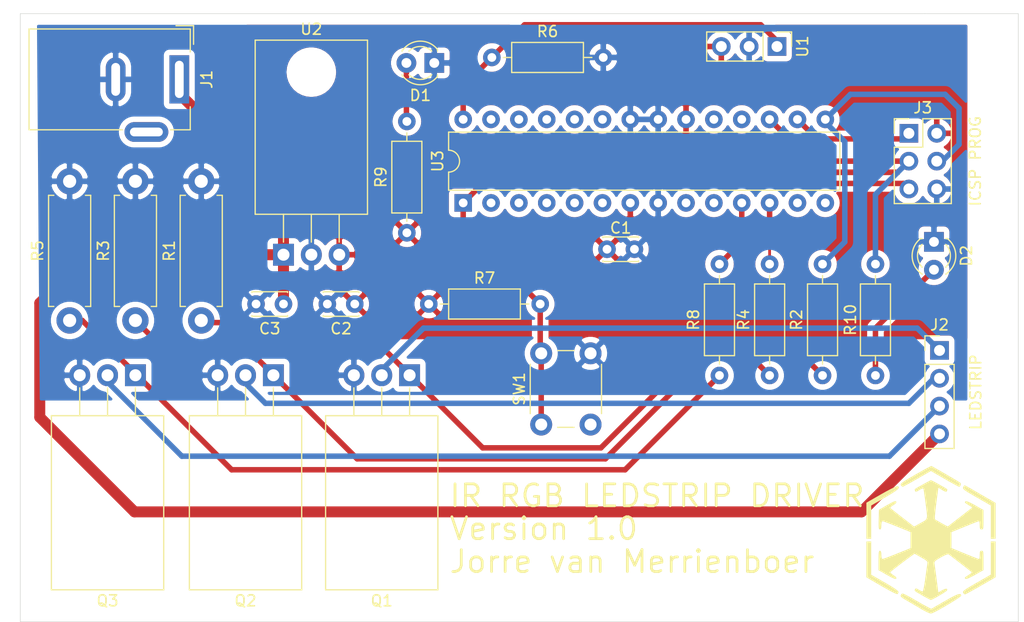
<source format=kicad_pcb>
(kicad_pcb (version 20171130) (host pcbnew "(5.1.2)-2")

  (general
    (thickness 1.6)
    (drawings 10)
    (tracks 95)
    (zones 0)
    (modules 26)
    (nets 35)
  )

  (page A4)
  (layers
    (0 F.Cu signal)
    (31 B.Cu signal)
    (32 B.Adhes user)
    (33 F.Adhes user)
    (34 B.Paste user)
    (35 F.Paste user)
    (36 B.SilkS user)
    (37 F.SilkS user)
    (38 B.Mask user)
    (39 F.Mask user)
    (40 Dwgs.User user)
    (41 Cmts.User user)
    (42 Eco1.User user)
    (43 Eco2.User user)
    (44 Edge.Cuts user)
    (45 Margin user)
    (46 B.CrtYd user)
    (47 F.CrtYd user)
    (48 B.Fab user)
    (49 F.Fab user)
  )

  (setup
    (last_trace_width 0.254)
    (user_trace_width 0.2)
    (user_trace_width 0.5)
    (user_trace_width 1)
    (trace_clearance 0.5)
    (zone_clearance 0.508)
    (zone_45_only no)
    (trace_min 0.2)
    (via_size 0.8)
    (via_drill 0.4)
    (via_min_size 0.6)
    (via_min_drill 0.3)
    (uvia_size 0.3)
    (uvia_drill 0.1)
    (uvias_allowed no)
    (uvia_min_size 0.2)
    (uvia_min_drill 0.1)
    (edge_width 0.05)
    (segment_width 0.2)
    (pcb_text_width 0.3)
    (pcb_text_size 1.5 1.5)
    (mod_edge_width 0.12)
    (mod_text_size 1 1)
    (mod_text_width 0.15)
    (pad_size 1.524 1.524)
    (pad_drill 0.762)
    (pad_to_mask_clearance 0.051)
    (solder_mask_min_width 0.25)
    (aux_axis_origin 0 0)
    (visible_elements 7EFFFFFF)
    (pcbplotparams
      (layerselection 0x010fc_ffffffff)
      (usegerberextensions false)
      (usegerberattributes false)
      (usegerberadvancedattributes false)
      (creategerberjobfile false)
      (excludeedgelayer true)
      (linewidth 0.100000)
      (plotframeref false)
      (viasonmask false)
      (mode 1)
      (useauxorigin false)
      (hpglpennumber 1)
      (hpglpenspeed 20)
      (hpglpendiameter 15.000000)
      (psnegative false)
      (psa4output false)
      (plotreference true)
      (plotvalue true)
      (plotinvisibletext false)
      (padsonsilk false)
      (subtractmaskfromsilk false)
      (outputformat 1)
      (mirror false)
      (drillshape 1)
      (scaleselection 1)
      (outputdirectory ""))
  )

  (net 0 "")
  (net 1 VCC)
  (net 2 GND)
  (net 3 +12V)
  (net 4 "Net-(J2-Pad1)")
  (net 5 "Net-(J2-Pad2)")
  (net 6 "Net-(J2-Pad3)")
  (net 7 "Net-(J3-Pad1)")
  (net 8 "Net-(J3-Pad3)")
  (net 9 GREEN_SIGNAL)
  (net 10 "Net-(J3-Pad5)")
  (net 11 "Net-(Q1-Pad1)")
  (net 12 "Net-(Q2-Pad1)")
  (net 13 "Net-(Q3-Pad1)")
  (net 14 RED_SIGNAL)
  (net 15 "Net-(R6-Pad1)")
  (net 16 BLUE_SIGNAL)
  (net 17 "Net-(U3-Pad2)")
  (net 18 "Net-(U3-Pad3)")
  (net 19 "Net-(U3-Pad4)")
  (net 20 "Net-(U3-Pad18)")
  (net 21 "Net-(U3-Pad5)")
  (net 22 "Net-(U3-Pad19)")
  (net 23 "Net-(U3-Pad6)")
  (net 24 "Net-(U3-Pad9)")
  (net 25 "Net-(U3-Pad23)")
  (net 26 "Net-(U3-Pad10)")
  (net 27 "Net-(U3-Pad24)")
  (net 28 "Net-(U3-Pad25)")
  (net 29 "Net-(U3-Pad26)")
  (net 30 "Net-(U3-Pad13)")
  (net 31 "Net-(U3-Pad27)")
  (net 32 "Net-(U3-Pad14)")
  (net 33 "Net-(D1-Pad2)")
  (net 34 "Net-(D2-Pad2)")

  (net_class Default "This is the default net class."
    (clearance 0.5)
    (trace_width 0.254)
    (via_dia 0.8)
    (via_drill 0.4)
    (uvia_dia 0.3)
    (uvia_drill 0.1)
    (add_net +12V)
    (add_net BLUE_SIGNAL)
    (add_net GND)
    (add_net GREEN_SIGNAL)
    (add_net "Net-(D1-Pad2)")
    (add_net "Net-(D2-Pad2)")
    (add_net "Net-(J2-Pad1)")
    (add_net "Net-(J2-Pad2)")
    (add_net "Net-(J2-Pad3)")
    (add_net "Net-(J3-Pad1)")
    (add_net "Net-(J3-Pad3)")
    (add_net "Net-(J3-Pad5)")
    (add_net "Net-(Q1-Pad1)")
    (add_net "Net-(Q2-Pad1)")
    (add_net "Net-(Q3-Pad1)")
    (add_net "Net-(R6-Pad1)")
    (add_net "Net-(U3-Pad10)")
    (add_net "Net-(U3-Pad13)")
    (add_net "Net-(U3-Pad14)")
    (add_net "Net-(U3-Pad18)")
    (add_net "Net-(U3-Pad19)")
    (add_net "Net-(U3-Pad2)")
    (add_net "Net-(U3-Pad23)")
    (add_net "Net-(U3-Pad24)")
    (add_net "Net-(U3-Pad25)")
    (add_net "Net-(U3-Pad26)")
    (add_net "Net-(U3-Pad27)")
    (add_net "Net-(U3-Pad3)")
    (add_net "Net-(U3-Pad4)")
    (add_net "Net-(U3-Pad5)")
    (add_net "Net-(U3-Pad6)")
    (add_net "Net-(U3-Pad9)")
    (add_net RED_SIGNAL)
    (add_net VCC)
  )

  (net_class Power ""
    (clearance 1)
    (trace_width 0.5)
    (via_dia 0.8)
    (via_drill 0.4)
    (uvia_dia 0.3)
    (uvia_drill 0.1)
  )

  (module Graphic:sith_empire_logo (layer F.Cu) (tedit 5D2E2079) (tstamp 5D2ECE87)
    (at 83 48)
    (fp_text reference G*** (at 0 0) (layer F.SilkS) hide
      (effects (font (size 1.524 1.524) (thickness 0.3)))
    )
    (fp_text value LOGO (at 0.75 0) (layer F.SilkS) hide
      (effects (font (size 1.524 1.524) (thickness 0.3)))
    )
    (fp_poly (pts (xy -2.497995 4.933329) (xy -2.352758 4.990148) (xy -2.129342 5.104448) (xy -1.806176 5.284976)
      (xy -1.36169 5.540481) (xy -1.277092 5.589355) (xy -0.854601 5.830488) (xy -0.48352 6.03659)
      (xy -0.188163 6.194619) (xy 0.007157 6.291532) (xy 0.077167 6.315811) (xy 0.16372 6.266278)
      (xy 0.371322 6.146684) (xy 0.674446 5.971759) (xy 1.047564 5.75623) (xy 1.333931 5.590702)
      (xy 1.842645 5.303735) (xy 2.225527 5.106301) (xy 2.497339 4.993552) (xy 2.672845 4.960644)
      (xy 2.766806 5.002728) (xy 2.794 5.111372) (xy 2.724196 5.188577) (xy 2.533582 5.329484)
      (xy 2.25036 5.517358) (xy 1.902729 5.735463) (xy 1.518889 5.967064) (xy 1.12704 6.195426)
      (xy 0.755383 6.403813) (xy 0.432116 6.575491) (xy 0.18544 6.693723) (xy 0.047404 6.741341)
      (xy -0.099307 6.709509) (xy -0.345877 6.604926) (xy -0.64992 6.446715) (xy -0.804333 6.357038)
      (xy -1.211386 6.114454) (xy -1.664911 5.847555) (xy -2.076218 5.60849) (xy -2.130422 5.577318)
      (xy -2.439169 5.396279) (xy -2.623304 5.272102) (xy -2.706822 5.180478) (xy -2.713721 5.097101)
      (xy -2.680348 5.020274) (xy -2.640219 4.95714) (xy -2.586625 4.925242) (xy -2.497995 4.933329)) (layer F.SilkS) (width 0.01))
    (fp_poly (pts (xy 0.132464 -5.379918) (xy 0.328341 -5.278434) (xy 0.590945 -5.136353) (xy 0.880374 -4.975818)
      (xy 1.156731 -4.818967) (xy 1.380114 -4.687943) (xy 1.510624 -4.604884) (xy 1.513293 -4.602914)
      (xy 1.515028 -4.516169) (xy 1.493178 -4.444466) (xy 1.443542 -4.374946) (xy 1.348187 -4.38138)
      (xy 1.166654 -4.471485) (xy 1.075353 -4.524168) (xy 0.709271 -4.738707) (xy 0.5211 -3.328955)
      (xy 0.462524 -2.858323) (xy 0.419334 -2.446752) (xy 0.393928 -2.123237) (xy 0.388706 -1.916774)
      (xy 0.399298 -1.856347) (xy 0.501954 -1.787369) (xy 0.711056 -1.663815) (xy 0.98371 -1.510935)
      (xy 1.01772 -1.492332) (xy 1.569773 -1.191172) (xy 2.66872 -2.04262) (xy 3.038042 -2.329099)
      (xy 3.35802 -2.577939) (xy 3.60575 -2.771275) (xy 3.758327 -2.891245) (xy 3.796185 -2.921941)
      (xy 3.747293 -2.975676) (xy 3.590877 -3.08092) (xy 3.479337 -3.147074) (xy 3.275439 -3.274804)
      (xy 3.151091 -3.374421) (xy 3.133319 -3.402836) (xy 3.176456 -3.492239) (xy 3.316653 -3.491409)
      (xy 3.565635 -3.396939) (xy 3.935121 -3.205423) (xy 4.065148 -3.13201) (xy 4.826 -2.696607)
      (xy 4.826 -1.81397) (xy 4.823849 -1.419049) (xy 4.813552 -1.163403) (xy 4.789346 -1.01699)
      (xy 4.745467 -0.949769) (xy 4.676153 -0.931697) (xy 4.656667 -0.931333) (xy 4.550847 -0.956262)
      (xy 4.500808 -1.059775) (xy 4.487398 -1.284963) (xy 4.487334 -1.312333) (xy 4.474726 -1.539188)
      (xy 4.442827 -1.674673) (xy 4.423834 -1.691696) (xy 4.327357 -1.660711) (xy 4.102622 -1.576272)
      (xy 3.777955 -1.449382) (xy 3.381682 -1.291044) (xy 3.132667 -1.190142) (xy 1.905 -0.690225)
      (xy 1.905 0.772707) (xy 3.131522 1.275354) (xy 3.555813 1.447622) (xy 3.924944 1.594447)
      (xy 4.210584 1.704801) (xy 4.384405 1.767655) (xy 4.422689 1.778) (xy 4.46125 1.70229)
      (xy 4.484374 1.510745) (xy 4.487334 1.397) (xy 4.498413 1.158905) (xy 4.544419 1.046317)
      (xy 4.644502 1.016146) (xy 4.656667 1.016) (xy 4.732544 1.027249) (xy 4.781616 1.08106)
      (xy 4.809676 1.207525) (xy 4.822518 1.436739) (xy 4.825937 1.798797) (xy 4.826 1.895462)
      (xy 4.826 2.774924) (xy 4.060109 3.210387) (xy 3.660167 3.427132) (xy 3.383319 3.549874)
      (xy 3.214793 3.582939) (xy 3.139822 3.530649) (xy 3.132667 3.481927) (xy 3.199952 3.406256)
      (xy 3.370588 3.287351) (xy 3.478706 3.223363) (xy 3.666758 3.098279) (xy 3.757609 2.99786)
      (xy 3.753873 2.965578) (xy 3.647905 2.878766) (xy 3.440944 2.715072) (xy 3.162421 2.497255)
      (xy 2.841764 2.248075) (xy 2.508403 1.990289) (xy 2.191766 1.746659) (xy 1.921284 1.539944)
      (xy 1.726385 1.392902) (xy 1.637606 1.328947) (xy 1.523697 1.341307) (xy 1.306471 1.426184)
      (xy 1.026502 1.566828) (xy 0.930062 1.621007) (xy 0.631648 1.797217) (xy 0.453978 1.921418)
      (xy 0.369533 2.023399) (xy 0.350791 2.132952) (xy 0.362817 2.235033) (xy 0.389177 2.415156)
      (xy 0.431583 2.723255) (xy 0.484632 3.119337) (xy 0.542916 3.56341) (xy 0.555626 3.661422)
      (xy 0.706195 4.825176) (xy 1.067477 4.613451) (xy 1.303144 4.503508) (xy 1.464503 4.481452)
      (xy 1.524698 4.545027) (xy 1.486626 4.648642) (xy 1.393924 4.725866) (xy 1.194644 4.858221)
      (xy 0.929883 5.021557) (xy 0.640736 5.191723) (xy 0.3683 5.344565) (xy 0.15367 5.455934)
      (xy 0.037944 5.501676) (xy 0.034892 5.501804) (xy -0.068212 5.461147) (xy -0.279981 5.353473)
      (xy -0.563385 5.198064) (xy -0.719666 5.108895) (xy -1.057096 4.914275) (xy -1.273351 4.786241)
      (xy -1.392655 4.704587) (xy -1.43923 4.649105) (xy -1.437301 4.599589) (xy -1.41109 4.535831)
      (xy -1.410001 4.533017) (xy -1.358309 4.458853) (xy -1.260858 4.472157) (xy -1.082041 4.571382)
      (xy -0.880456 4.681599) (xy -0.735228 4.738787) (xy -0.717817 4.741017) (xy -0.676127 4.662072)
      (xy -0.621263 4.445167) (xy -0.559468 4.120557) (xy -0.496983 3.718499) (xy -0.477696 3.577167)
      (xy -0.418058 3.132723) (xy -0.362492 2.732286) (xy -0.316446 2.414177) (xy -0.285365 2.216715)
      (xy -0.280838 2.192044) (xy -0.273082 2.072499) (xy -0.3225 1.970799) (xy -0.457062 1.858253)
      (xy -0.704735 1.706168) (xy -0.817292 1.641711) (xy -1.096649 1.483543) (xy -1.316381 1.360172)
      (xy -1.437263 1.293594) (xy -1.446971 1.288621) (xy -1.522562 1.330867) (xy -1.704332 1.456537)
      (xy -1.964865 1.645006) (xy -2.276746 1.875649) (xy -2.612558 2.127841) (xy -2.944886 2.380957)
      (xy -3.246313 2.614371) (xy -3.489425 2.80746) (xy -3.646804 2.939597) (xy -3.669435 2.960589)
      (xy -3.646589 3.038959) (xy -3.5087 3.161252) (xy -3.399531 3.232687) (xy -3.183284 3.385432)
      (xy -3.114631 3.503031) (xy -3.128889 3.549889) (xy -3.194592 3.584288) (xy -3.32855 3.554466)
      (xy -3.553815 3.451455) (xy -3.893437 3.266285) (xy -3.970293 3.222507) (xy -4.741333 2.781274)
      (xy -4.741333 1.898637) (xy -4.737397 1.494331) (xy -4.722958 1.23182) (xy -4.694072 1.083691)
      (xy -4.646795 1.022533) (xy -4.614333 1.016) (xy -4.530626 1.065862) (xy -4.492497 1.235403)
      (xy -4.487333 1.397) (xy -4.465032 1.662864) (xy -4.399209 1.771471) (xy -4.3815 1.773838)
      (xy -4.269771 1.742047) (xy -4.030998 1.657078) (xy -3.694802 1.530017) (xy -3.290806 1.371948)
      (xy -3.048 1.274826) (xy -1.820333 0.779975) (xy -1.820333 -0.695308) (xy -3.048 -1.190159)
      (xy -3.476862 -1.360663) (xy -3.854377 -1.506317) (xy -4.150924 -1.616037) (xy -4.336882 -1.678736)
      (xy -4.3815 -1.689171) (xy -4.455594 -1.611801) (xy -4.486482 -1.376054) (xy -4.487333 -1.312333)
      (xy -4.503316 -1.062968) (xy -4.558536 -0.948545) (xy -4.617198 -0.931333) (xy -4.675271 -0.954599)
      (xy -4.71113 -1.043115) (xy -4.728097 -1.224961) (xy -4.729492 -1.528219) (xy -4.723031 -1.825964)
      (xy -4.699 -2.720595) (xy -3.951248 -3.153267) (xy -3.598285 -3.351278) (xy -3.362273 -3.465978)
      (xy -3.218526 -3.506858) (xy -3.142358 -3.483409) (xy -3.131011 -3.468655) (xy -3.130185 -3.363878)
      (xy -3.26285 -3.235993) (xy -3.399531 -3.14802) (xy -3.584749 -3.01692) (xy -3.673594 -2.911395)
      (xy -3.669435 -2.877456) (xy -3.580834 -2.804627) (xy -3.383003 -2.647757) (xy -3.100722 -2.426321)
      (xy -2.758772 -2.159793) (xy -2.550338 -1.99801) (xy -1.502343 -1.185776) (xy -1.020378 -1.450738)
      (xy -0.738022 -1.602878) (xy -0.536362 -1.721036) (xy -0.405366 -1.835559) (xy -0.335004 -1.976792)
      (xy -0.315245 -2.175082) (xy -0.336057 -2.460774) (xy -0.38741 -2.864215) (xy -0.434783 -3.222276)
      (xy -0.495182 -3.680054) (xy -0.550694 -4.082205) (xy -0.596746 -4.396991) (xy -0.628768 -4.592677)
      (xy -0.638634 -4.637705) (xy -0.708036 -4.678279) (xy -0.871266 -4.615304) (xy -1.016 -4.529666)
      (xy -1.227126 -4.405985) (xy -1.341673 -4.373699) (xy -1.399793 -4.424312) (xy -1.40927 -4.446446)
      (xy -1.43756 -4.575131) (xy -1.428626 -4.606471) (xy -1.321764 -4.676774) (xy -1.113726 -4.799232)
      (xy -0.844708 -4.951664) (xy -0.554905 -5.11189) (xy -0.284513 -5.257727) (xy -0.073728 -5.366997)
      (xy 0.037253 -5.417516) (xy 0.043212 -5.418667) (xy 0.132464 -5.379918)) (layer F.SilkS) (width 0.01))
    (fp_poly (pts (xy -5.418666 3.203497) (xy -4.169833 3.919376) (xy -3.667516 4.213437) (xy -3.304367 4.441001)
      (xy -3.067864 4.61083) (xy -2.945482 4.731683) (xy -2.921 4.792968) (xy -2.978557 4.93334)
      (xy -3.048 4.969432) (xy -3.158968 4.934523) (xy -3.38962 4.826104) (xy -3.714259 4.657485)
      (xy -4.107188 4.441981) (xy -4.5085 4.212824) (xy -5.842 3.437464) (xy -5.842 0.169334)
      (xy -5.418666 0.169334) (xy -5.418666 3.203497)) (layer F.SilkS) (width 0.01))
    (fp_poly (pts (xy 5.926667 3.431712) (xy 4.570049 4.213523) (xy 4.136051 4.461255) (xy 3.750808 4.676656)
      (xy 3.438862 4.846368) (xy 3.22475 4.957035) (xy 3.133695 4.995334) (xy 3.033075 4.929725)
      (xy 2.972602 4.843318) (xy 2.959178 4.779176) (xy 2.998574 4.704185) (xy 3.108892 4.605036)
      (xy 3.308233 4.46842) (xy 3.614699 4.281028) (xy 4.046393 4.029551) (xy 4.197289 3.942909)
      (xy 5.503334 3.194517) (xy 5.503334 0.169334) (xy 5.926667 0.169334) (xy 5.926667 3.431712)) (layer F.SilkS) (width 0.01))
    (fp_poly (pts (xy -2.901673 -4.813205) (xy -2.896312 -4.721232) (xy -2.998369 -4.59385) (xy -3.218481 -4.421492)
      (xy -3.567288 -4.194587) (xy -4.055427 -3.903567) (xy -4.148666 -3.849551) (xy -5.418666 -3.116058)
      (xy -5.418666 -0.084666) (xy -5.842 -0.084666) (xy -5.842 -3.366872) (xy -4.485481 -4.147117)
      (xy -4.032088 -4.401616) (xy -3.633428 -4.613326) (xy -3.312847 -4.77071) (xy -3.093693 -4.86223)
      (xy -3.003814 -4.879338) (xy -2.901673 -4.813205)) (layer F.SilkS) (width 0.01))
    (fp_poly (pts (xy 3.284327 -4.874356) (xy 3.336881 -4.843957) (xy 3.500417 -4.749253) (xy 3.778061 -4.588809)
      (xy 4.137218 -4.381447) (xy 4.54529 -4.145992) (xy 4.7625 -4.020717) (xy 5.926667 -3.349397)
      (xy 5.926667 -0.084666) (xy 5.503334 -0.084666) (xy 5.503334 -3.113635) (xy 4.201278 -3.861392)
      (xy 3.735457 -4.130293) (xy 3.39842 -4.33051) (xy 3.171462 -4.476545) (xy 3.035875 -4.582901)
      (xy 2.972953 -4.664081) (xy 2.963988 -4.734586) (xy 2.987326 -4.802512) (xy 3.054234 -4.926238)
      (xy 3.133331 -4.947826) (xy 3.284327 -4.874356)) (layer F.SilkS) (width 0.01))
    (fp_poly (pts (xy 0.07629 -6.715576) (xy 0.171013 -6.668187) (xy 0.382036 -6.551499) (xy 0.680002 -6.382571)
      (xy 1.035556 -6.178465) (xy 1.419339 -5.956241) (xy 1.801997 -5.73296) (xy 2.154172 -5.525682)
      (xy 2.446509 -5.351468) (xy 2.649651 -5.227378) (xy 2.733276 -5.171463) (xy 2.762754 -5.051373)
      (xy 2.714136 -4.905149) (xy 2.620406 -4.826557) (xy 2.611753 -4.826) (xy 2.51548 -4.866429)
      (xy 2.298746 -4.978426) (xy 1.98725 -5.148054) (xy 1.606692 -5.361378) (xy 1.281912 -5.54714)
      (xy 0.031534 -6.26828) (xy -1.217731 -5.54714) (xy -1.633495 -5.309595) (xy -1.999717 -5.104994)
      (xy -2.290782 -4.947278) (xy -2.481075 -4.850386) (xy -2.542852 -4.826) (xy -2.640233 -4.891477)
      (xy -2.699833 -4.977582) (xy -2.712398 -5.039916) (xy -2.673249 -5.113686) (xy -2.564811 -5.211588)
      (xy -2.369512 -5.346322) (xy -2.069779 -5.530585) (xy -1.648038 -5.777075) (xy -1.381627 -5.930082)
      (xy -0.942178 -6.17915) (xy -0.553092 -6.395017) (xy -0.238066 -6.564914) (xy -0.020799 -6.676072)
      (xy 0.07501 -6.715725) (xy 0.07629 -6.715576)) (layer F.SilkS) (width 0.01))
  )

  (module Connector_PinHeader_2.54mm:PinHeader_2x03_P2.54mm_Vertical (layer F.Cu) (tedit 59FED5CC) (tstamp 5D2D86BD)
    (at 81.026 10.922)
    (descr "Through hole straight pin header, 2x03, 2.54mm pitch, double rows")
    (tags "Through hole pin header THT 2x03 2.54mm double row")
    (path /5D3208EB)
    (fp_text reference J3 (at 1.27 -2.33) (layer F.SilkS)
      (effects (font (size 1 1) (thickness 0.15)))
    )
    (fp_text value "ICSP connector" (at 1.27 7.41) (layer F.Fab)
      (effects (font (size 1 1) (thickness 0.15)))
    )
    (fp_text user %R (at 1.27 2.54 90) (layer F.Fab)
      (effects (font (size 1 1) (thickness 0.15)))
    )
    (fp_line (start 4.35 -1.8) (end -1.8 -1.8) (layer F.CrtYd) (width 0.05))
    (fp_line (start 4.35 6.85) (end 4.35 -1.8) (layer F.CrtYd) (width 0.05))
    (fp_line (start -1.8 6.85) (end 4.35 6.85) (layer F.CrtYd) (width 0.05))
    (fp_line (start -1.8 -1.8) (end -1.8 6.85) (layer F.CrtYd) (width 0.05))
    (fp_line (start -1.33 -1.33) (end 0 -1.33) (layer F.SilkS) (width 0.12))
    (fp_line (start -1.33 0) (end -1.33 -1.33) (layer F.SilkS) (width 0.12))
    (fp_line (start 1.27 -1.33) (end 3.87 -1.33) (layer F.SilkS) (width 0.12))
    (fp_line (start 1.27 1.27) (end 1.27 -1.33) (layer F.SilkS) (width 0.12))
    (fp_line (start -1.33 1.27) (end 1.27 1.27) (layer F.SilkS) (width 0.12))
    (fp_line (start 3.87 -1.33) (end 3.87 6.41) (layer F.SilkS) (width 0.12))
    (fp_line (start -1.33 1.27) (end -1.33 6.41) (layer F.SilkS) (width 0.12))
    (fp_line (start -1.33 6.41) (end 3.87 6.41) (layer F.SilkS) (width 0.12))
    (fp_line (start -1.27 0) (end 0 -1.27) (layer F.Fab) (width 0.1))
    (fp_line (start -1.27 6.35) (end -1.27 0) (layer F.Fab) (width 0.1))
    (fp_line (start 3.81 6.35) (end -1.27 6.35) (layer F.Fab) (width 0.1))
    (fp_line (start 3.81 -1.27) (end 3.81 6.35) (layer F.Fab) (width 0.1))
    (fp_line (start 0 -1.27) (end 3.81 -1.27) (layer F.Fab) (width 0.1))
    (pad 6 thru_hole oval (at 2.54 5.08) (size 1.7 1.7) (drill 1) (layers *.Cu *.Mask)
      (net 2 GND))
    (pad 5 thru_hole oval (at 0 5.08) (size 1.7 1.7) (drill 1) (layers *.Cu *.Mask)
      (net 10 "Net-(J3-Pad5)"))
    (pad 4 thru_hole oval (at 2.54 2.54) (size 1.7 1.7) (drill 1) (layers *.Cu *.Mask)
      (net 9 GREEN_SIGNAL))
    (pad 3 thru_hole oval (at 0 2.54) (size 1.7 1.7) (drill 1) (layers *.Cu *.Mask)
      (net 8 "Net-(J3-Pad3)"))
    (pad 2 thru_hole oval (at 2.54 0) (size 1.7 1.7) (drill 1) (layers *.Cu *.Mask)
      (net 1 VCC))
    (pad 1 thru_hole rect (at 0 0) (size 1.7 1.7) (drill 1) (layers *.Cu *.Mask)
      (net 7 "Net-(J3-Pad1)"))
    (model ${KISYS3DMOD}/Connector_PinHeader_2.54mm.3dshapes/PinHeader_2x03_P2.54mm_Vertical.wrl
      (at (xyz 0 0 0))
      (scale (xyz 1 1 1))
      (rotate (xyz 0 0 0))
    )
  )

  (module Resistor_THT:R_Axial_DIN0207_L6.3mm_D2.5mm_P10.16mm_Horizontal (layer F.Cu) (tedit 5AE5139B) (tstamp 5D2DBAB0)
    (at 77.978 22.86 270)
    (descr "Resistor, Axial_DIN0207 series, Axial, Horizontal, pin pitch=10.16mm, 0.25W = 1/4W, length*diameter=6.3*2.5mm^2, http://cdn-reichelt.de/documents/datenblatt/B400/1_4W%23YAG.pdf")
    (tags "Resistor Axial_DIN0207 series Axial Horizontal pin pitch 10.16mm 0.25W = 1/4W length 6.3mm diameter 2.5mm")
    (path /5D325E7B)
    (fp_text reference R10 (at 5.08 2.286 90) (layer F.SilkS)
      (effects (font (size 1 1) (thickness 0.15)))
    )
    (fp_text value 1K (at 5.08 2.37 90) (layer F.Fab)
      (effects (font (size 1 1) (thickness 0.15)))
    )
    (fp_text user %R (at 5.08 0 90) (layer F.Fab)
      (effects (font (size 1 1) (thickness 0.15)))
    )
    (fp_line (start 11.21 -1.5) (end -1.05 -1.5) (layer F.CrtYd) (width 0.05))
    (fp_line (start 11.21 1.5) (end 11.21 -1.5) (layer F.CrtYd) (width 0.05))
    (fp_line (start -1.05 1.5) (end 11.21 1.5) (layer F.CrtYd) (width 0.05))
    (fp_line (start -1.05 -1.5) (end -1.05 1.5) (layer F.CrtYd) (width 0.05))
    (fp_line (start 9.12 0) (end 8.35 0) (layer F.SilkS) (width 0.12))
    (fp_line (start 1.04 0) (end 1.81 0) (layer F.SilkS) (width 0.12))
    (fp_line (start 8.35 -1.37) (end 1.81 -1.37) (layer F.SilkS) (width 0.12))
    (fp_line (start 8.35 1.37) (end 8.35 -1.37) (layer F.SilkS) (width 0.12))
    (fp_line (start 1.81 1.37) (end 8.35 1.37) (layer F.SilkS) (width 0.12))
    (fp_line (start 1.81 -1.37) (end 1.81 1.37) (layer F.SilkS) (width 0.12))
    (fp_line (start 10.16 0) (end 8.23 0) (layer F.Fab) (width 0.1))
    (fp_line (start 0 0) (end 1.93 0) (layer F.Fab) (width 0.1))
    (fp_line (start 8.23 -1.25) (end 1.93 -1.25) (layer F.Fab) (width 0.1))
    (fp_line (start 8.23 1.25) (end 8.23 -1.25) (layer F.Fab) (width 0.1))
    (fp_line (start 1.93 1.25) (end 8.23 1.25) (layer F.Fab) (width 0.1))
    (fp_line (start 1.93 -1.25) (end 1.93 1.25) (layer F.Fab) (width 0.1))
    (pad 2 thru_hole oval (at 10.16 0 270) (size 1.6 1.6) (drill 0.8) (layers *.Cu *.Mask)
      (net 34 "Net-(D2-Pad2)"))
    (pad 1 thru_hole circle (at 0 0 270) (size 1.6 1.6) (drill 0.8) (layers *.Cu *.Mask)
      (net 8 "Net-(J3-Pad3)"))
    (model ${KISYS3DMOD}/Resistor_THT.3dshapes/R_Axial_DIN0207_L6.3mm_D2.5mm_P10.16mm_Horizontal.wrl
      (at (xyz 0 0 0))
      (scale (xyz 1 1 1))
      (rotate (xyz 0 0 0))
    )
  )

  (module Resistor_THT:R_Axial_DIN0207_L6.3mm_D2.5mm_P10.16mm_Horizontal (layer F.Cu) (tedit 5AE5139B) (tstamp 5D2DBA99)
    (at 35.25 20 90)
    (descr "Resistor, Axial_DIN0207 series, Axial, Horizontal, pin pitch=10.16mm, 0.25W = 1/4W, length*diameter=6.3*2.5mm^2, http://cdn-reichelt.de/documents/datenblatt/B400/1_4W%23YAG.pdf")
    (tags "Resistor Axial_DIN0207 series Axial Horizontal pin pitch 10.16mm 0.25W = 1/4W length 6.3mm diameter 2.5mm")
    (path /5D2ECE5E)
    (fp_text reference R9 (at 5.08 -2.37 90) (layer F.SilkS)
      (effects (font (size 1 1) (thickness 0.15)))
    )
    (fp_text value 1K (at 5.08 2.37 90) (layer F.Fab)
      (effects (font (size 1 1) (thickness 0.15)))
    )
    (fp_text user %R (at 5.08 0 90) (layer F.Fab)
      (effects (font (size 1 1) (thickness 0.15)))
    )
    (fp_line (start 11.21 -1.5) (end -1.05 -1.5) (layer F.CrtYd) (width 0.05))
    (fp_line (start 11.21 1.5) (end 11.21 -1.5) (layer F.CrtYd) (width 0.05))
    (fp_line (start -1.05 1.5) (end 11.21 1.5) (layer F.CrtYd) (width 0.05))
    (fp_line (start -1.05 -1.5) (end -1.05 1.5) (layer F.CrtYd) (width 0.05))
    (fp_line (start 9.12 0) (end 8.35 0) (layer F.SilkS) (width 0.12))
    (fp_line (start 1.04 0) (end 1.81 0) (layer F.SilkS) (width 0.12))
    (fp_line (start 8.35 -1.37) (end 1.81 -1.37) (layer F.SilkS) (width 0.12))
    (fp_line (start 8.35 1.37) (end 8.35 -1.37) (layer F.SilkS) (width 0.12))
    (fp_line (start 1.81 1.37) (end 8.35 1.37) (layer F.SilkS) (width 0.12))
    (fp_line (start 1.81 -1.37) (end 1.81 1.37) (layer F.SilkS) (width 0.12))
    (fp_line (start 10.16 0) (end 8.23 0) (layer F.Fab) (width 0.1))
    (fp_line (start 0 0) (end 1.93 0) (layer F.Fab) (width 0.1))
    (fp_line (start 8.23 -1.25) (end 1.93 -1.25) (layer F.Fab) (width 0.1))
    (fp_line (start 8.23 1.25) (end 8.23 -1.25) (layer F.Fab) (width 0.1))
    (fp_line (start 1.93 1.25) (end 8.23 1.25) (layer F.Fab) (width 0.1))
    (fp_line (start 1.93 -1.25) (end 1.93 1.25) (layer F.Fab) (width 0.1))
    (pad 2 thru_hole oval (at 10.16 0 90) (size 1.6 1.6) (drill 0.8) (layers *.Cu *.Mask)
      (net 33 "Net-(D1-Pad2)"))
    (pad 1 thru_hole circle (at 0 0 90) (size 1.6 1.6) (drill 0.8) (layers *.Cu *.Mask)
      (net 1 VCC))
    (model ${KISYS3DMOD}/Resistor_THT.3dshapes/R_Axial_DIN0207_L6.3mm_D2.5mm_P10.16mm_Horizontal.wrl
      (at (xyz 0 0 0))
      (scale (xyz 1 1 1))
      (rotate (xyz 0 0 0))
    )
  )

  (module LED_THT:LED_D3.0mm (layer F.Cu) (tedit 587A3A7B) (tstamp 5D2DB7CC)
    (at 83.312 20.828 270)
    (descr "LED, diameter 3.0mm, 2 pins")
    (tags "LED diameter 3.0mm 2 pins")
    (path /5D325E75)
    (fp_text reference D2 (at 1.27 -2.96 90) (layer F.SilkS)
      (effects (font (size 1 1) (thickness 0.15)))
    )
    (fp_text value LED (at 1.27 2.96 90) (layer F.Fab)
      (effects (font (size 1 1) (thickness 0.15)))
    )
    (fp_line (start 3.7 -2.25) (end -1.15 -2.25) (layer F.CrtYd) (width 0.05))
    (fp_line (start 3.7 2.25) (end 3.7 -2.25) (layer F.CrtYd) (width 0.05))
    (fp_line (start -1.15 2.25) (end 3.7 2.25) (layer F.CrtYd) (width 0.05))
    (fp_line (start -1.15 -2.25) (end -1.15 2.25) (layer F.CrtYd) (width 0.05))
    (fp_line (start -0.29 1.08) (end -0.29 1.236) (layer F.SilkS) (width 0.12))
    (fp_line (start -0.29 -1.236) (end -0.29 -1.08) (layer F.SilkS) (width 0.12))
    (fp_line (start -0.23 -1.16619) (end -0.23 1.16619) (layer F.Fab) (width 0.1))
    (fp_circle (center 1.27 0) (end 2.77 0) (layer F.Fab) (width 0.1))
    (fp_arc (start 1.27 0) (end 0.229039 1.08) (angle -87.9) (layer F.SilkS) (width 0.12))
    (fp_arc (start 1.27 0) (end 0.229039 -1.08) (angle 87.9) (layer F.SilkS) (width 0.12))
    (fp_arc (start 1.27 0) (end -0.29 1.235516) (angle -108.8) (layer F.SilkS) (width 0.12))
    (fp_arc (start 1.27 0) (end -0.29 -1.235516) (angle 108.8) (layer F.SilkS) (width 0.12))
    (fp_arc (start 1.27 0) (end -0.23 -1.16619) (angle 284.3) (layer F.Fab) (width 0.1))
    (pad 2 thru_hole circle (at 2.54 0 270) (size 1.8 1.8) (drill 0.9) (layers *.Cu *.Mask)
      (net 34 "Net-(D2-Pad2)"))
    (pad 1 thru_hole rect (at 0 0 270) (size 1.8 1.8) (drill 0.9) (layers *.Cu *.Mask)
      (net 2 GND))
    (model ${KISYS3DMOD}/LED_THT.3dshapes/LED_D3.0mm.wrl
      (at (xyz 0 0 0))
      (scale (xyz 1 1 1))
      (rotate (xyz 0 0 0))
    )
  )

  (module LED_THT:LED_D3.0mm (layer F.Cu) (tedit 587A3A7B) (tstamp 5D2DB7B9)
    (at 37.75 4.5 180)
    (descr "LED, diameter 3.0mm, 2 pins")
    (tags "LED diameter 3.0mm 2 pins")
    (path /5D2EB48D)
    (fp_text reference D1 (at 1.27 -2.96) (layer F.SilkS)
      (effects (font (size 1 1) (thickness 0.15)))
    )
    (fp_text value LED (at 1.27 2.96) (layer F.Fab)
      (effects (font (size 1 1) (thickness 0.15)))
    )
    (fp_line (start 3.7 -2.25) (end -1.15 -2.25) (layer F.CrtYd) (width 0.05))
    (fp_line (start 3.7 2.25) (end 3.7 -2.25) (layer F.CrtYd) (width 0.05))
    (fp_line (start -1.15 2.25) (end 3.7 2.25) (layer F.CrtYd) (width 0.05))
    (fp_line (start -1.15 -2.25) (end -1.15 2.25) (layer F.CrtYd) (width 0.05))
    (fp_line (start -0.29 1.08) (end -0.29 1.236) (layer F.SilkS) (width 0.12))
    (fp_line (start -0.29 -1.236) (end -0.29 -1.08) (layer F.SilkS) (width 0.12))
    (fp_line (start -0.23 -1.16619) (end -0.23 1.16619) (layer F.Fab) (width 0.1))
    (fp_circle (center 1.27 0) (end 2.77 0) (layer F.Fab) (width 0.1))
    (fp_arc (start 1.27 0) (end 0.229039 1.08) (angle -87.9) (layer F.SilkS) (width 0.12))
    (fp_arc (start 1.27 0) (end 0.229039 -1.08) (angle 87.9) (layer F.SilkS) (width 0.12))
    (fp_arc (start 1.27 0) (end -0.29 1.235516) (angle -108.8) (layer F.SilkS) (width 0.12))
    (fp_arc (start 1.27 0) (end -0.29 -1.235516) (angle 108.8) (layer F.SilkS) (width 0.12))
    (fp_arc (start 1.27 0) (end -0.23 -1.16619) (angle 284.3) (layer F.Fab) (width 0.1))
    (pad 2 thru_hole circle (at 2.54 0 180) (size 1.8 1.8) (drill 0.9) (layers *.Cu *.Mask)
      (net 33 "Net-(D1-Pad2)"))
    (pad 1 thru_hole rect (at 0 0 180) (size 1.8 1.8) (drill 0.9) (layers *.Cu *.Mask)
      (net 2 GND))
    (model ${KISYS3DMOD}/LED_THT.3dshapes/LED_D3.0mm.wrl
      (at (xyz 0 0 0))
      (scale (xyz 1 1 1))
      (rotate (xyz 0 0 0))
    )
  )

  (module Capacitor_THT:C_Disc_D3.0mm_W2.0mm_P2.50mm (layer F.Cu) (tedit 5AE50EF0) (tstamp 5D2D8642)
    (at 53.5 21.5)
    (descr "C, Disc series, Radial, pin pitch=2.50mm, , diameter*width=3*2mm^2, Capacitor")
    (tags "C Disc series Radial pin pitch 2.50mm  diameter 3mm width 2mm Capacitor")
    (path /5D2D6745)
    (fp_text reference C1 (at 1.25 -1.942) (layer F.SilkS)
      (effects (font (size 1 1) (thickness 0.15)))
    )
    (fp_text value 100n (at 1.25 2.25) (layer F.Fab)
      (effects (font (size 1 1) (thickness 0.15)))
    )
    (fp_text user %R (at 1.25 0) (layer F.Fab)
      (effects (font (size 0.6 0.6) (thickness 0.09)))
    )
    (fp_line (start 3.55 -1.25) (end -1.05 -1.25) (layer F.CrtYd) (width 0.05))
    (fp_line (start 3.55 1.25) (end 3.55 -1.25) (layer F.CrtYd) (width 0.05))
    (fp_line (start -1.05 1.25) (end 3.55 1.25) (layer F.CrtYd) (width 0.05))
    (fp_line (start -1.05 -1.25) (end -1.05 1.25) (layer F.CrtYd) (width 0.05))
    (fp_line (start 2.87 1.055) (end 2.87 1.12) (layer F.SilkS) (width 0.12))
    (fp_line (start 2.87 -1.12) (end 2.87 -1.055) (layer F.SilkS) (width 0.12))
    (fp_line (start -0.37 1.055) (end -0.37 1.12) (layer F.SilkS) (width 0.12))
    (fp_line (start -0.37 -1.12) (end -0.37 -1.055) (layer F.SilkS) (width 0.12))
    (fp_line (start -0.37 1.12) (end 2.87 1.12) (layer F.SilkS) (width 0.12))
    (fp_line (start -0.37 -1.12) (end 2.87 -1.12) (layer F.SilkS) (width 0.12))
    (fp_line (start 2.75 -1) (end -0.25 -1) (layer F.Fab) (width 0.1))
    (fp_line (start 2.75 1) (end 2.75 -1) (layer F.Fab) (width 0.1))
    (fp_line (start -0.25 1) (end 2.75 1) (layer F.Fab) (width 0.1))
    (fp_line (start -0.25 -1) (end -0.25 1) (layer F.Fab) (width 0.1))
    (pad 2 thru_hole circle (at 2.5 0) (size 1.6 1.6) (drill 0.8) (layers *.Cu *.Mask)
      (net 2 GND))
    (pad 1 thru_hole circle (at 0 0) (size 1.6 1.6) (drill 0.8) (layers *.Cu *.Mask)
      (net 1 VCC))
    (model ${KISYS3DMOD}/Capacitor_THT.3dshapes/C_Disc_D3.0mm_W2.0mm_P2.50mm.wrl
      (at (xyz 0 0 0))
      (scale (xyz 1 1 1))
      (rotate (xyz 0 0 0))
    )
  )

  (module Capacitor_THT:C_Disc_D3.0mm_W2.0mm_P2.50mm (layer F.Cu) (tedit 5AE50EF0) (tstamp 5D2D8657)
    (at 30.5 26.5 180)
    (descr "C, Disc series, Radial, pin pitch=2.50mm, , diameter*width=3*2mm^2, Capacitor")
    (tags "C Disc series Radial pin pitch 2.50mm  diameter 3mm width 2mm Capacitor")
    (path /5D29AEAA)
    (fp_text reference C2 (at 1.25 -2.25) (layer F.SilkS)
      (effects (font (size 1 1) (thickness 0.15)))
    )
    (fp_text value 0.1u (at 1.25 2.25) (layer F.Fab)
      (effects (font (size 1 1) (thickness 0.15)))
    )
    (fp_text user %R (at 1.25 0) (layer F.Fab)
      (effects (font (size 0.6 0.6) (thickness 0.09)))
    )
    (fp_line (start 3.55 -1.25) (end -1.05 -1.25) (layer F.CrtYd) (width 0.05))
    (fp_line (start 3.55 1.25) (end 3.55 -1.25) (layer F.CrtYd) (width 0.05))
    (fp_line (start -1.05 1.25) (end 3.55 1.25) (layer F.CrtYd) (width 0.05))
    (fp_line (start -1.05 -1.25) (end -1.05 1.25) (layer F.CrtYd) (width 0.05))
    (fp_line (start 2.87 1.055) (end 2.87 1.12) (layer F.SilkS) (width 0.12))
    (fp_line (start 2.87 -1.12) (end 2.87 -1.055) (layer F.SilkS) (width 0.12))
    (fp_line (start -0.37 1.055) (end -0.37 1.12) (layer F.SilkS) (width 0.12))
    (fp_line (start -0.37 -1.12) (end -0.37 -1.055) (layer F.SilkS) (width 0.12))
    (fp_line (start -0.37 1.12) (end 2.87 1.12) (layer F.SilkS) (width 0.12))
    (fp_line (start -0.37 -1.12) (end 2.87 -1.12) (layer F.SilkS) (width 0.12))
    (fp_line (start 2.75 -1) (end -0.25 -1) (layer F.Fab) (width 0.1))
    (fp_line (start 2.75 1) (end 2.75 -1) (layer F.Fab) (width 0.1))
    (fp_line (start -0.25 1) (end 2.75 1) (layer F.Fab) (width 0.1))
    (fp_line (start -0.25 -1) (end -0.25 1) (layer F.Fab) (width 0.1))
    (pad 2 thru_hole circle (at 2.5 0 180) (size 1.6 1.6) (drill 0.8) (layers *.Cu *.Mask)
      (net 2 GND))
    (pad 1 thru_hole circle (at 0 0 180) (size 1.6 1.6) (drill 0.8) (layers *.Cu *.Mask)
      (net 1 VCC))
    (model ${KISYS3DMOD}/Capacitor_THT.3dshapes/C_Disc_D3.0mm_W2.0mm_P2.50mm.wrl
      (at (xyz 0 0 0))
      (scale (xyz 1 1 1))
      (rotate (xyz 0 0 0))
    )
  )

  (module Capacitor_THT:C_Disc_D3.0mm_W2.0mm_P2.50mm (layer F.Cu) (tedit 5AE50EF0) (tstamp 5D2D866C)
    (at 24 26.5 180)
    (descr "C, Disc series, Radial, pin pitch=2.50mm, , diameter*width=3*2mm^2, Capacitor")
    (tags "C Disc series Radial pin pitch 2.50mm  diameter 3mm width 2mm Capacitor")
    (path /5D2DEB8D)
    (fp_text reference C3 (at 1.25 -2.25) (layer F.SilkS)
      (effects (font (size 1 1) (thickness 0.15)))
    )
    (fp_text value 0.1u (at 1.25 2.25) (layer F.Fab)
      (effects (font (size 1 1) (thickness 0.15)))
    )
    (fp_text user %R (at 1.25 0) (layer F.Fab)
      (effects (font (size 0.6 0.6) (thickness 0.09)))
    )
    (fp_line (start 3.55 -1.25) (end -1.05 -1.25) (layer F.CrtYd) (width 0.05))
    (fp_line (start 3.55 1.25) (end 3.55 -1.25) (layer F.CrtYd) (width 0.05))
    (fp_line (start -1.05 1.25) (end 3.55 1.25) (layer F.CrtYd) (width 0.05))
    (fp_line (start -1.05 -1.25) (end -1.05 1.25) (layer F.CrtYd) (width 0.05))
    (fp_line (start 2.87 1.055) (end 2.87 1.12) (layer F.SilkS) (width 0.12))
    (fp_line (start 2.87 -1.12) (end 2.87 -1.055) (layer F.SilkS) (width 0.12))
    (fp_line (start -0.37 1.055) (end -0.37 1.12) (layer F.SilkS) (width 0.12))
    (fp_line (start -0.37 -1.12) (end -0.37 -1.055) (layer F.SilkS) (width 0.12))
    (fp_line (start -0.37 1.12) (end 2.87 1.12) (layer F.SilkS) (width 0.12))
    (fp_line (start -0.37 -1.12) (end 2.87 -1.12) (layer F.SilkS) (width 0.12))
    (fp_line (start 2.75 -1) (end -0.25 -1) (layer F.Fab) (width 0.1))
    (fp_line (start 2.75 1) (end 2.75 -1) (layer F.Fab) (width 0.1))
    (fp_line (start -0.25 1) (end 2.75 1) (layer F.Fab) (width 0.1))
    (fp_line (start -0.25 -1) (end -0.25 1) (layer F.Fab) (width 0.1))
    (pad 2 thru_hole circle (at 2.5 0 180) (size 1.6 1.6) (drill 0.8) (layers *.Cu *.Mask)
      (net 2 GND))
    (pad 1 thru_hole circle (at 0 0 180) (size 1.6 1.6) (drill 0.8) (layers *.Cu *.Mask)
      (net 3 +12V))
    (model ${KISYS3DMOD}/Capacitor_THT.3dshapes/C_Disc_D3.0mm_W2.0mm_P2.50mm.wrl
      (at (xyz 0 0 0))
      (scale (xyz 1 1 1))
      (rotate (xyz 0 0 0))
    )
  )

  (module Connector_BarrelJack:BarrelJack_Wuerth_6941xx301002 locked (layer F.Cu) (tedit 5B191DE1) (tstamp 5D2D8689)
    (at 14.5 6 270)
    (descr "Wuerth electronics barrel jack connector (5.5mm outher diameter, inner diameter 2.05mm or 2.55mm depending on exact order number), See: http://katalog.we-online.de/em/datasheet/6941xx301002.pdf")
    (tags "connector barrel jack")
    (path /5D28A970)
    (fp_text reference J1 (at 0 -2.5 90) (layer F.SilkS)
      (effects (font (size 1 1) (thickness 0.15)))
    )
    (fp_text value Barrel_Jack (at 0 15.5 90) (layer F.Fab)
      (effects (font (size 1 1) (thickness 0.15)))
    )
    (fp_line (start -4.6 -1) (end -2.5 -1) (layer F.SilkS) (width 0.12))
    (fp_line (start 6.2 0.5) (end 5 0.5) (layer F.CrtYd) (width 0.05))
    (fp_line (start 6.2 5.5) (end 5 5.5) (layer F.CrtYd) (width 0.05))
    (fp_line (start 6.2 0.5) (end 6.2 5.5) (layer F.CrtYd) (width 0.05))
    (fp_line (start 5 0.5) (end 5 -1.4) (layer F.CrtYd) (width 0.05))
    (fp_line (start -5 14.1) (end 5 14.1) (layer F.CrtYd) (width 0.05))
    (fp_line (start -5 -1.4) (end -5 14.1) (layer F.CrtYd) (width 0.05))
    (fp_line (start 5 -1.4) (end -5 -1.4) (layer F.CrtYd) (width 0.05))
    (fp_line (start -4.9 -1.3) (end -4.9 0.3) (layer F.SilkS) (width 0.12))
    (fp_line (start -3.2 -1.3) (end -4.9 -1.3) (layer F.SilkS) (width 0.12))
    (fp_line (start 4.6 -1) (end 4.6 0.8) (layer F.SilkS) (width 0.12))
    (fp_line (start 2.5 -1) (end 4.6 -1) (layer F.SilkS) (width 0.12))
    (fp_line (start -4.6 13.7) (end -4.6 -1) (layer F.SilkS) (width 0.12))
    (fp_line (start 4.6 13.7) (end -4.6 13.7) (layer F.SilkS) (width 0.12))
    (fp_text user %R (at 0 7.5 90) (layer F.Fab)
      (effects (font (size 1 1) (thickness 0.15)))
    )
    (fp_line (start -4.5 13.6) (end -4.5 0.1) (layer F.Fab) (width 0.1))
    (fp_line (start 4.5 13.6) (end -4.5 13.6) (layer F.Fab) (width 0.1))
    (fp_line (start 4.5 -0.9) (end 4.5 13.6) (layer F.Fab) (width 0.1))
    (fp_line (start 4.5 -0.9) (end -3.5 -0.9) (layer F.Fab) (width 0.1))
    (fp_line (start -4.5 0.1) (end -3.5 -0.9) (layer F.Fab) (width 0.1))
    (fp_line (start 4.6 5.2) (end 4.6 13.7) (layer F.SilkS) (width 0.12))
    (fp_line (start 5 14.1) (end 5 5.5) (layer F.CrtYd) (width 0.05))
    (pad 1 thru_hole rect (at 0 0 270) (size 4.4 1.8) (drill oval 3.4 0.8) (layers *.Cu *.Mask)
      (net 3 +12V))
    (pad 2 thru_hole oval (at 0 5.8 270) (size 4 1.8) (drill oval 3 0.8) (layers *.Cu *.Mask)
      (net 2 GND))
    (pad 3 thru_hole oval (at 4.8 3) (size 4 1.8) (drill oval 3 0.8) (layers *.Cu *.Mask))
    (model ${KISYS3DMOD}/Connector_BarrelJack.3dshapes/BarrelJack_Wuerth_6941xx301002.wrl
      (at (xyz 0 0 0))
      (scale (xyz 1 1 1))
      (rotate (xyz 0 0 0))
    )
  )

  (module Connector_PinHeader_2.54mm:PinHeader_1x04_P2.54mm_Vertical (layer F.Cu) (tedit 59FED5CC) (tstamp 5D2D86A1)
    (at 83.82 30.734)
    (descr "Through hole straight pin header, 1x04, 2.54mm pitch, single row")
    (tags "Through hole pin header THT 1x04 2.54mm single row")
    (path /5D2D3F3E)
    (fp_text reference J2 (at 0 -2.33) (layer F.SilkS)
      (effects (font (size 1 1) (thickness 0.15)))
    )
    (fp_text value Conn_01x04_Female (at 0 9.95) (layer F.Fab)
      (effects (font (size 1 1) (thickness 0.15)))
    )
    (fp_text user %R (at 0 3.81 90) (layer F.Fab)
      (effects (font (size 1 1) (thickness 0.15)))
    )
    (fp_line (start 1.8 -1.8) (end -1.8 -1.8) (layer F.CrtYd) (width 0.05))
    (fp_line (start 1.8 9.4) (end 1.8 -1.8) (layer F.CrtYd) (width 0.05))
    (fp_line (start -1.8 9.4) (end 1.8 9.4) (layer F.CrtYd) (width 0.05))
    (fp_line (start -1.8 -1.8) (end -1.8 9.4) (layer F.CrtYd) (width 0.05))
    (fp_line (start -1.33 -1.33) (end 0 -1.33) (layer F.SilkS) (width 0.12))
    (fp_line (start -1.33 0) (end -1.33 -1.33) (layer F.SilkS) (width 0.12))
    (fp_line (start -1.33 1.27) (end 1.33 1.27) (layer F.SilkS) (width 0.12))
    (fp_line (start 1.33 1.27) (end 1.33 8.95) (layer F.SilkS) (width 0.12))
    (fp_line (start -1.33 1.27) (end -1.33 8.95) (layer F.SilkS) (width 0.12))
    (fp_line (start -1.33 8.95) (end 1.33 8.95) (layer F.SilkS) (width 0.12))
    (fp_line (start -1.27 -0.635) (end -0.635 -1.27) (layer F.Fab) (width 0.1))
    (fp_line (start -1.27 8.89) (end -1.27 -0.635) (layer F.Fab) (width 0.1))
    (fp_line (start 1.27 8.89) (end -1.27 8.89) (layer F.Fab) (width 0.1))
    (fp_line (start 1.27 -1.27) (end 1.27 8.89) (layer F.Fab) (width 0.1))
    (fp_line (start -0.635 -1.27) (end 1.27 -1.27) (layer F.Fab) (width 0.1))
    (pad 4 thru_hole oval (at 0 7.62) (size 1.7 1.7) (drill 1) (layers *.Cu *.Mask)
      (net 3 +12V))
    (pad 3 thru_hole oval (at 0 5.08) (size 1.7 1.7) (drill 1) (layers *.Cu *.Mask)
      (net 6 "Net-(J2-Pad3)"))
    (pad 2 thru_hole oval (at 0 2.54) (size 1.7 1.7) (drill 1) (layers *.Cu *.Mask)
      (net 5 "Net-(J2-Pad2)"))
    (pad 1 thru_hole rect (at 0 0) (size 1.7 1.7) (drill 1) (layers *.Cu *.Mask)
      (net 4 "Net-(J2-Pad1)"))
    (model ${KISYS3DMOD}/Connector_PinHeader_2.54mm.3dshapes/PinHeader_1x04_P2.54mm_Vertical.wrl
      (at (xyz 0 0 0))
      (scale (xyz 1 1 1))
      (rotate (xyz 0 0 0))
    )
  )

  (module Resistor_THT:R_Axial_DIN0411_L9.9mm_D3.6mm_P12.70mm_Horizontal (layer F.Cu) (tedit 5AE5139B) (tstamp 5D2D8722)
    (at 16.5 28 90)
    (descr "Resistor, Axial_DIN0411 series, Axial, Horizontal, pin pitch=12.7mm, 1W, length*diameter=9.9*3.6mm^2")
    (tags "Resistor Axial_DIN0411 series Axial Horizontal pin pitch 12.7mm 1W length 9.9mm diameter 3.6mm")
    (path /5D2F6E5F)
    (fp_text reference R1 (at 6.35 -2.92 90) (layer F.SilkS)
      (effects (font (size 1 1) (thickness 0.15)))
    )
    (fp_text value 10K (at 6.35 2.92 90) (layer F.Fab)
      (effects (font (size 1 1) (thickness 0.15)))
    )
    (fp_text user %R (at 6.35 0 90) (layer F.Fab)
      (effects (font (size 1 1) (thickness 0.15)))
    )
    (fp_line (start 14.15 -2.05) (end -1.45 -2.05) (layer F.CrtYd) (width 0.05))
    (fp_line (start 14.15 2.05) (end 14.15 -2.05) (layer F.CrtYd) (width 0.05))
    (fp_line (start -1.45 2.05) (end 14.15 2.05) (layer F.CrtYd) (width 0.05))
    (fp_line (start -1.45 -2.05) (end -1.45 2.05) (layer F.CrtYd) (width 0.05))
    (fp_line (start 11.42 1.92) (end 11.42 1.44) (layer F.SilkS) (width 0.12))
    (fp_line (start 1.28 1.92) (end 11.42 1.92) (layer F.SilkS) (width 0.12))
    (fp_line (start 1.28 1.44) (end 1.28 1.92) (layer F.SilkS) (width 0.12))
    (fp_line (start 11.42 -1.92) (end 11.42 -1.44) (layer F.SilkS) (width 0.12))
    (fp_line (start 1.28 -1.92) (end 11.42 -1.92) (layer F.SilkS) (width 0.12))
    (fp_line (start 1.28 -1.44) (end 1.28 -1.92) (layer F.SilkS) (width 0.12))
    (fp_line (start 12.7 0) (end 11.3 0) (layer F.Fab) (width 0.1))
    (fp_line (start 0 0) (end 1.4 0) (layer F.Fab) (width 0.1))
    (fp_line (start 11.3 -1.8) (end 1.4 -1.8) (layer F.Fab) (width 0.1))
    (fp_line (start 11.3 1.8) (end 11.3 -1.8) (layer F.Fab) (width 0.1))
    (fp_line (start 1.4 1.8) (end 11.3 1.8) (layer F.Fab) (width 0.1))
    (fp_line (start 1.4 -1.8) (end 1.4 1.8) (layer F.Fab) (width 0.1))
    (pad 2 thru_hole oval (at 12.7 0 90) (size 2.4 2.4) (drill 1.2) (layers *.Cu *.Mask)
      (net 2 GND))
    (pad 1 thru_hole circle (at 0 0 90) (size 2.4 2.4) (drill 1.2) (layers *.Cu *.Mask)
      (net 11 "Net-(Q1-Pad1)"))
    (model ${KISYS3DMOD}/Resistor_THT.3dshapes/R_Axial_DIN0411_L9.9mm_D3.6mm_P12.70mm_Horizontal.wrl
      (at (xyz 0 0 0))
      (scale (xyz 1 1 1))
      (rotate (xyz 0 0 0))
    )
  )

  (module Resistor_THT:R_Axial_DIN0411_L9.9mm_D3.6mm_P12.70mm_Horizontal (layer F.Cu) (tedit 5AE5139B) (tstamp 5D2D8750)
    (at 10.5 28 90)
    (descr "Resistor, Axial_DIN0411 series, Axial, Horizontal, pin pitch=12.7mm, 1W, length*diameter=9.9*3.6mm^2")
    (tags "Resistor Axial_DIN0411 series Axial Horizontal pin pitch 12.7mm 1W length 9.9mm diameter 3.6mm")
    (path /5D2B35AB)
    (fp_text reference R3 (at 6.35 -2.92 90) (layer F.SilkS)
      (effects (font (size 1 1) (thickness 0.15)))
    )
    (fp_text value 10K (at 6.35 2.92 90) (layer F.Fab)
      (effects (font (size 1 1) (thickness 0.15)))
    )
    (fp_text user %R (at 6.35 0 90) (layer F.Fab)
      (effects (font (size 1 1) (thickness 0.15)))
    )
    (fp_line (start 14.15 -2.05) (end -1.45 -2.05) (layer F.CrtYd) (width 0.05))
    (fp_line (start 14.15 2.05) (end 14.15 -2.05) (layer F.CrtYd) (width 0.05))
    (fp_line (start -1.45 2.05) (end 14.15 2.05) (layer F.CrtYd) (width 0.05))
    (fp_line (start -1.45 -2.05) (end -1.45 2.05) (layer F.CrtYd) (width 0.05))
    (fp_line (start 11.42 1.92) (end 11.42 1.44) (layer F.SilkS) (width 0.12))
    (fp_line (start 1.28 1.92) (end 11.42 1.92) (layer F.SilkS) (width 0.12))
    (fp_line (start 1.28 1.44) (end 1.28 1.92) (layer F.SilkS) (width 0.12))
    (fp_line (start 11.42 -1.92) (end 11.42 -1.44) (layer F.SilkS) (width 0.12))
    (fp_line (start 1.28 -1.92) (end 11.42 -1.92) (layer F.SilkS) (width 0.12))
    (fp_line (start 1.28 -1.44) (end 1.28 -1.92) (layer F.SilkS) (width 0.12))
    (fp_line (start 12.7 0) (end 11.3 0) (layer F.Fab) (width 0.1))
    (fp_line (start 0 0) (end 1.4 0) (layer F.Fab) (width 0.1))
    (fp_line (start 11.3 -1.8) (end 1.4 -1.8) (layer F.Fab) (width 0.1))
    (fp_line (start 11.3 1.8) (end 11.3 -1.8) (layer F.Fab) (width 0.1))
    (fp_line (start 1.4 1.8) (end 11.3 1.8) (layer F.Fab) (width 0.1))
    (fp_line (start 1.4 -1.8) (end 1.4 1.8) (layer F.Fab) (width 0.1))
    (pad 2 thru_hole oval (at 12.7 0 90) (size 2.4 2.4) (drill 1.2) (layers *.Cu *.Mask)
      (net 2 GND))
    (pad 1 thru_hole circle (at 0 0 90) (size 2.4 2.4) (drill 1.2) (layers *.Cu *.Mask)
      (net 12 "Net-(Q2-Pad1)"))
    (model ${KISYS3DMOD}/Resistor_THT.3dshapes/R_Axial_DIN0411_L9.9mm_D3.6mm_P12.70mm_Horizontal.wrl
      (at (xyz 0 0 0))
      (scale (xyz 1 1 1))
      (rotate (xyz 0 0 0))
    )
  )

  (module Resistor_THT:R_Axial_DIN0411_L9.9mm_D3.6mm_P12.70mm_Horizontal (layer F.Cu) (tedit 5AE5139B) (tstamp 5D2D877E)
    (at 4.5 28 90)
    (descr "Resistor, Axial_DIN0411 series, Axial, Horizontal, pin pitch=12.7mm, 1W, length*diameter=9.9*3.6mm^2")
    (tags "Resistor Axial_DIN0411 series Axial Horizontal pin pitch 12.7mm 1W length 9.9mm diameter 3.6mm")
    (path /5D2FD2AF)
    (fp_text reference R5 (at 6.35 -2.92 90) (layer F.SilkS)
      (effects (font (size 1 1) (thickness 0.15)))
    )
    (fp_text value 10K (at 6.35 2.92 90) (layer F.Fab)
      (effects (font (size 1 1) (thickness 0.15)))
    )
    (fp_text user %R (at 6.35 0 90) (layer F.Fab)
      (effects (font (size 1 1) (thickness 0.15)))
    )
    (fp_line (start 14.15 -2.05) (end -1.45 -2.05) (layer F.CrtYd) (width 0.05))
    (fp_line (start 14.15 2.05) (end 14.15 -2.05) (layer F.CrtYd) (width 0.05))
    (fp_line (start -1.45 2.05) (end 14.15 2.05) (layer F.CrtYd) (width 0.05))
    (fp_line (start -1.45 -2.05) (end -1.45 2.05) (layer F.CrtYd) (width 0.05))
    (fp_line (start 11.42 1.92) (end 11.42 1.44) (layer F.SilkS) (width 0.12))
    (fp_line (start 1.28 1.92) (end 11.42 1.92) (layer F.SilkS) (width 0.12))
    (fp_line (start 1.28 1.44) (end 1.28 1.92) (layer F.SilkS) (width 0.12))
    (fp_line (start 11.42 -1.92) (end 11.42 -1.44) (layer F.SilkS) (width 0.12))
    (fp_line (start 1.28 -1.92) (end 11.42 -1.92) (layer F.SilkS) (width 0.12))
    (fp_line (start 1.28 -1.44) (end 1.28 -1.92) (layer F.SilkS) (width 0.12))
    (fp_line (start 12.7 0) (end 11.3 0) (layer F.Fab) (width 0.1))
    (fp_line (start 0 0) (end 1.4 0) (layer F.Fab) (width 0.1))
    (fp_line (start 11.3 -1.8) (end 1.4 -1.8) (layer F.Fab) (width 0.1))
    (fp_line (start 11.3 1.8) (end 11.3 -1.8) (layer F.Fab) (width 0.1))
    (fp_line (start 1.4 1.8) (end 11.3 1.8) (layer F.Fab) (width 0.1))
    (fp_line (start 1.4 -1.8) (end 1.4 1.8) (layer F.Fab) (width 0.1))
    (pad 2 thru_hole oval (at 12.7 0 90) (size 2.4 2.4) (drill 1.2) (layers *.Cu *.Mask)
      (net 2 GND))
    (pad 1 thru_hole circle (at 0 0 90) (size 2.4 2.4) (drill 1.2) (layers *.Cu *.Mask)
      (net 13 "Net-(Q3-Pad1)"))
    (model ${KISYS3DMOD}/Resistor_THT.3dshapes/R_Axial_DIN0411_L9.9mm_D3.6mm_P12.70mm_Horizontal.wrl
      (at (xyz 0 0 0))
      (scale (xyz 1 1 1))
      (rotate (xyz 0 0 0))
    )
  )

  (module Button_Switch_THT:SW_PUSH_6mm_H5mm (layer F.Cu) (tedit 5A02FE31) (tstamp 5D2D87E2)
    (at 47.5 37.5 90)
    (descr "tactile push button, 6x6mm e.g. PHAP33xx series, height=5mm")
    (tags "tact sw push 6mm")
    (path /5D2B9309)
    (fp_text reference SW1 (at 3.25 -2 90) (layer F.SilkS)
      (effects (font (size 1 1) (thickness 0.15)))
    )
    (fp_text value SW_RESET (at 3.75 6.7 90) (layer F.Fab)
      (effects (font (size 1 1) (thickness 0.15)))
    )
    (fp_circle (center 3.25 2.25) (end 1.25 2.5) (layer F.Fab) (width 0.1))
    (fp_line (start 6.75 3) (end 6.75 1.5) (layer F.SilkS) (width 0.12))
    (fp_line (start 5.5 -1) (end 1 -1) (layer F.SilkS) (width 0.12))
    (fp_line (start -0.25 1.5) (end -0.25 3) (layer F.SilkS) (width 0.12))
    (fp_line (start 1 5.5) (end 5.5 5.5) (layer F.SilkS) (width 0.12))
    (fp_line (start 8 -1.25) (end 8 5.75) (layer F.CrtYd) (width 0.05))
    (fp_line (start 7.75 6) (end -1.25 6) (layer F.CrtYd) (width 0.05))
    (fp_line (start -1.5 5.75) (end -1.5 -1.25) (layer F.CrtYd) (width 0.05))
    (fp_line (start -1.25 -1.5) (end 7.75 -1.5) (layer F.CrtYd) (width 0.05))
    (fp_line (start -1.5 6) (end -1.25 6) (layer F.CrtYd) (width 0.05))
    (fp_line (start -1.5 5.75) (end -1.5 6) (layer F.CrtYd) (width 0.05))
    (fp_line (start -1.5 -1.5) (end -1.25 -1.5) (layer F.CrtYd) (width 0.05))
    (fp_line (start -1.5 -1.25) (end -1.5 -1.5) (layer F.CrtYd) (width 0.05))
    (fp_line (start 8 -1.5) (end 8 -1.25) (layer F.CrtYd) (width 0.05))
    (fp_line (start 7.75 -1.5) (end 8 -1.5) (layer F.CrtYd) (width 0.05))
    (fp_line (start 8 6) (end 8 5.75) (layer F.CrtYd) (width 0.05))
    (fp_line (start 7.75 6) (end 8 6) (layer F.CrtYd) (width 0.05))
    (fp_line (start 0.25 -0.75) (end 3.25 -0.75) (layer F.Fab) (width 0.1))
    (fp_line (start 0.25 5.25) (end 0.25 -0.75) (layer F.Fab) (width 0.1))
    (fp_line (start 6.25 5.25) (end 0.25 5.25) (layer F.Fab) (width 0.1))
    (fp_line (start 6.25 -0.75) (end 6.25 5.25) (layer F.Fab) (width 0.1))
    (fp_line (start 3.25 -0.75) (end 6.25 -0.75) (layer F.Fab) (width 0.1))
    (fp_text user %R (at 3.25 2.25 90) (layer F.Fab)
      (effects (font (size 1 1) (thickness 0.15)))
    )
    (pad 1 thru_hole circle (at 6.5 0 180) (size 2 2) (drill 1.1) (layers *.Cu *.Mask)
      (net 10 "Net-(J3-Pad5)"))
    (pad 2 thru_hole circle (at 6.5 4.5 180) (size 2 2) (drill 1.1) (layers *.Cu *.Mask)
      (net 2 GND))
    (pad 1 thru_hole circle (at 0 0 180) (size 2 2) (drill 1.1) (layers *.Cu *.Mask)
      (net 10 "Net-(J3-Pad5)"))
    (pad 2 thru_hole circle (at 0 4.5 180) (size 2 2) (drill 1.1) (layers *.Cu *.Mask)
      (net 2 GND))
    (model ${KISYS3DMOD}/Button_Switch_THT.3dshapes/SW_PUSH_6mm_H5mm.wrl
      (at (xyz 0 0 0))
      (scale (xyz 1 1 1))
      (rotate (xyz 0 0 0))
    )
  )

  (module Connector_PinHeader_2.54mm:PinHeader_1x03_P2.54mm_Vertical locked (layer F.Cu) (tedit 59FED5CC) (tstamp 5D2D87F9)
    (at 69 3 270)
    (descr "Through hole straight pin header, 1x03, 2.54mm pitch, single row")
    (tags "Through hole pin header THT 1x03 2.54mm single row")
    (path /5D2B1E0D)
    (fp_text reference U1 (at 0 -2.33 90) (layer F.SilkS)
      (effects (font (size 1 1) (thickness 0.15)))
    )
    (fp_text value TSOP134xx (at 0 7.41 90) (layer F.Fab)
      (effects (font (size 1 1) (thickness 0.15)))
    )
    (fp_text user %R (at 0 2.54) (layer F.Fab)
      (effects (font (size 1 1) (thickness 0.15)))
    )
    (fp_line (start 1.8 -1.8) (end -1.8 -1.8) (layer F.CrtYd) (width 0.05))
    (fp_line (start 1.8 6.85) (end 1.8 -1.8) (layer F.CrtYd) (width 0.05))
    (fp_line (start -1.8 6.85) (end 1.8 6.85) (layer F.CrtYd) (width 0.05))
    (fp_line (start -1.8 -1.8) (end -1.8 6.85) (layer F.CrtYd) (width 0.05))
    (fp_line (start -1.33 -1.33) (end 0 -1.33) (layer F.SilkS) (width 0.12))
    (fp_line (start -1.33 0) (end -1.33 -1.33) (layer F.SilkS) (width 0.12))
    (fp_line (start -1.33 1.27) (end 1.33 1.27) (layer F.SilkS) (width 0.12))
    (fp_line (start 1.33 1.27) (end 1.33 6.41) (layer F.SilkS) (width 0.12))
    (fp_line (start -1.33 1.27) (end -1.33 6.41) (layer F.SilkS) (width 0.12))
    (fp_line (start -1.33 6.41) (end 1.33 6.41) (layer F.SilkS) (width 0.12))
    (fp_line (start -1.27 -0.635) (end -0.635 -1.27) (layer F.Fab) (width 0.1))
    (fp_line (start -1.27 6.35) (end -1.27 -0.635) (layer F.Fab) (width 0.1))
    (fp_line (start 1.27 6.35) (end -1.27 6.35) (layer F.Fab) (width 0.1))
    (fp_line (start 1.27 -1.27) (end 1.27 6.35) (layer F.Fab) (width 0.1))
    (fp_line (start -0.635 -1.27) (end 1.27 -1.27) (layer F.Fab) (width 0.1))
    (pad 3 thru_hole oval (at 0 5.08 270) (size 1.7 1.7) (drill 1) (layers *.Cu *.Mask)
      (net 1 VCC))
    (pad 2 thru_hole oval (at 0 2.54 270) (size 1.7 1.7) (drill 1) (layers *.Cu *.Mask)
      (net 2 GND))
    (pad 1 thru_hole rect (at 0 0 270) (size 1.7 1.7) (drill 1) (layers *.Cu *.Mask)
      (net 15 "Net-(R6-Pad1)"))
    (model ${KISYS3DMOD}/Connector_PinHeader_2.54mm.3dshapes/PinHeader_1x03_P2.54mm_Vertical.wrl
      (at (xyz 0 0 0))
      (scale (xyz 1 1 1))
      (rotate (xyz 0 0 0))
    )
  )

  (module Package_DIP:DIP-28_W7.62mm (layer F.Cu) (tedit 5A02E8C5) (tstamp 5D2D8843)
    (at 40.386 17.272 90)
    (descr "28-lead though-hole mounted DIP package, row spacing 7.62 mm (300 mils)")
    (tags "THT DIP DIL PDIP 2.54mm 7.62mm 300mil")
    (path /5D292545)
    (fp_text reference U3 (at 3.81 -2.33 90) (layer F.SilkS)
      (effects (font (size 1 1) (thickness 0.15)))
    )
    (fp_text value ATmega328P-PU (at 3.81 35.35 90) (layer F.Fab)
      (effects (font (size 1 1) (thickness 0.15)))
    )
    (fp_text user %R (at 3.81 16.51 90) (layer F.Fab)
      (effects (font (size 1 1) (thickness 0.15)))
    )
    (fp_line (start 8.7 -1.55) (end -1.1 -1.55) (layer F.CrtYd) (width 0.05))
    (fp_line (start 8.7 34.55) (end 8.7 -1.55) (layer F.CrtYd) (width 0.05))
    (fp_line (start -1.1 34.55) (end 8.7 34.55) (layer F.CrtYd) (width 0.05))
    (fp_line (start -1.1 -1.55) (end -1.1 34.55) (layer F.CrtYd) (width 0.05))
    (fp_line (start 6.46 -1.33) (end 4.81 -1.33) (layer F.SilkS) (width 0.12))
    (fp_line (start 6.46 34.35) (end 6.46 -1.33) (layer F.SilkS) (width 0.12))
    (fp_line (start 1.16 34.35) (end 6.46 34.35) (layer F.SilkS) (width 0.12))
    (fp_line (start 1.16 -1.33) (end 1.16 34.35) (layer F.SilkS) (width 0.12))
    (fp_line (start 2.81 -1.33) (end 1.16 -1.33) (layer F.SilkS) (width 0.12))
    (fp_line (start 0.635 -0.27) (end 1.635 -1.27) (layer F.Fab) (width 0.1))
    (fp_line (start 0.635 34.29) (end 0.635 -0.27) (layer F.Fab) (width 0.1))
    (fp_line (start 6.985 34.29) (end 0.635 34.29) (layer F.Fab) (width 0.1))
    (fp_line (start 6.985 -1.27) (end 6.985 34.29) (layer F.Fab) (width 0.1))
    (fp_line (start 1.635 -1.27) (end 6.985 -1.27) (layer F.Fab) (width 0.1))
    (fp_arc (start 3.81 -1.33) (end 2.81 -1.33) (angle -180) (layer F.SilkS) (width 0.12))
    (pad 28 thru_hole oval (at 7.62 0 90) (size 1.6 1.6) (drill 0.8) (layers *.Cu *.Mask)
      (net 15 "Net-(R6-Pad1)"))
    (pad 14 thru_hole oval (at 0 33.02 90) (size 1.6 1.6) (drill 0.8) (layers *.Cu *.Mask)
      (net 32 "Net-(U3-Pad14)"))
    (pad 27 thru_hole oval (at 7.62 2.54 90) (size 1.6 1.6) (drill 0.8) (layers *.Cu *.Mask)
      (net 31 "Net-(U3-Pad27)"))
    (pad 13 thru_hole oval (at 0 30.48 90) (size 1.6 1.6) (drill 0.8) (layers *.Cu *.Mask)
      (net 30 "Net-(U3-Pad13)"))
    (pad 26 thru_hole oval (at 7.62 5.08 90) (size 1.6 1.6) (drill 0.8) (layers *.Cu *.Mask)
      (net 29 "Net-(U3-Pad26)"))
    (pad 12 thru_hole oval (at 0 27.94 90) (size 1.6 1.6) (drill 0.8) (layers *.Cu *.Mask)
      (net 14 RED_SIGNAL))
    (pad 25 thru_hole oval (at 7.62 7.62 90) (size 1.6 1.6) (drill 0.8) (layers *.Cu *.Mask)
      (net 28 "Net-(U3-Pad25)"))
    (pad 11 thru_hole oval (at 0 25.4 90) (size 1.6 1.6) (drill 0.8) (layers *.Cu *.Mask)
      (net 16 BLUE_SIGNAL))
    (pad 24 thru_hole oval (at 7.62 10.16 90) (size 1.6 1.6) (drill 0.8) (layers *.Cu *.Mask)
      (net 27 "Net-(U3-Pad24)"))
    (pad 10 thru_hole oval (at 0 22.86 90) (size 1.6 1.6) (drill 0.8) (layers *.Cu *.Mask)
      (net 26 "Net-(U3-Pad10)"))
    (pad 23 thru_hole oval (at 7.62 12.7 90) (size 1.6 1.6) (drill 0.8) (layers *.Cu *.Mask)
      (net 25 "Net-(U3-Pad23)"))
    (pad 9 thru_hole oval (at 0 20.32 90) (size 1.6 1.6) (drill 0.8) (layers *.Cu *.Mask)
      (net 24 "Net-(U3-Pad9)"))
    (pad 22 thru_hole oval (at 7.62 15.24 90) (size 1.6 1.6) (drill 0.8) (layers *.Cu *.Mask)
      (net 2 GND))
    (pad 8 thru_hole oval (at 0 17.78 90) (size 1.6 1.6) (drill 0.8) (layers *.Cu *.Mask)
      (net 2 GND))
    (pad 21 thru_hole oval (at 7.62 17.78 90) (size 1.6 1.6) (drill 0.8) (layers *.Cu *.Mask)
      (net 2 GND))
    (pad 7 thru_hole oval (at 0 15.24 90) (size 1.6 1.6) (drill 0.8) (layers *.Cu *.Mask)
      (net 1 VCC))
    (pad 20 thru_hole oval (at 7.62 20.32 90) (size 1.6 1.6) (drill 0.8) (layers *.Cu *.Mask)
      (net 1 VCC))
    (pad 6 thru_hole oval (at 0 12.7 90) (size 1.6 1.6) (drill 0.8) (layers *.Cu *.Mask)
      (net 23 "Net-(U3-Pad6)"))
    (pad 19 thru_hole oval (at 7.62 22.86 90) (size 1.6 1.6) (drill 0.8) (layers *.Cu *.Mask)
      (net 22 "Net-(U3-Pad19)"))
    (pad 5 thru_hole oval (at 0 10.16 90) (size 1.6 1.6) (drill 0.8) (layers *.Cu *.Mask)
      (net 21 "Net-(U3-Pad5)"))
    (pad 18 thru_hole oval (at 7.62 25.4 90) (size 1.6 1.6) (drill 0.8) (layers *.Cu *.Mask)
      (net 20 "Net-(U3-Pad18)"))
    (pad 4 thru_hole oval (at 0 7.62 90) (size 1.6 1.6) (drill 0.8) (layers *.Cu *.Mask)
      (net 19 "Net-(U3-Pad4)"))
    (pad 17 thru_hole oval (at 7.62 27.94 90) (size 1.6 1.6) (drill 0.8) (layers *.Cu *.Mask)
      (net 8 "Net-(J3-Pad3)"))
    (pad 3 thru_hole oval (at 0 5.08 90) (size 1.6 1.6) (drill 0.8) (layers *.Cu *.Mask)
      (net 18 "Net-(U3-Pad3)"))
    (pad 16 thru_hole oval (at 7.62 30.48 90) (size 1.6 1.6) (drill 0.8) (layers *.Cu *.Mask)
      (net 7 "Net-(J3-Pad1)"))
    (pad 2 thru_hole oval (at 0 2.54 90) (size 1.6 1.6) (drill 0.8) (layers *.Cu *.Mask)
      (net 17 "Net-(U3-Pad2)"))
    (pad 15 thru_hole oval (at 7.62 33.02 90) (size 1.6 1.6) (drill 0.8) (layers *.Cu *.Mask)
      (net 9 GREEN_SIGNAL))
    (pad 1 thru_hole rect (at 0 0 90) (size 1.6 1.6) (drill 0.8) (layers *.Cu *.Mask)
      (net 10 "Net-(J3-Pad5)"))
    (model ${KISYS3DMOD}/Package_DIP.3dshapes/DIP-28_W7.62mm.wrl
      (at (xyz 0 0 0))
      (scale (xyz 1 1 1))
      (rotate (xyz 0 0 0))
    )
  )

  (module Package_TO_SOT_THT:TO-220-3_Horizontal_TabDown (layer F.Cu) (tedit 5AC8BA0D) (tstamp 5D2DB805)
    (at 35.5 33 180)
    (descr "TO-220-3, Horizontal, RM 2.54mm, see https://www.vishay.com/docs/66542/to-220-1.pdf")
    (tags "TO-220-3 Horizontal RM 2.54mm")
    (path /5D35EB11)
    (fp_text reference Q1 (at 2.54 -20.58) (layer F.SilkS)
      (effects (font (size 1 1) (thickness 0.15)))
    )
    (fp_text value IRLZ34N (at 2.54 2) (layer F.Fab)
      (effects (font (size 1 1) (thickness 0.15)))
    )
    (fp_text user %R (at 2.54 -20.58) (layer F.Fab)
      (effects (font (size 1 1) (thickness 0.15)))
    )
    (fp_line (start 7.79 -19.71) (end -2.71 -19.71) (layer F.CrtYd) (width 0.05))
    (fp_line (start 7.79 1.25) (end 7.79 -19.71) (layer F.CrtYd) (width 0.05))
    (fp_line (start -2.71 1.25) (end 7.79 1.25) (layer F.CrtYd) (width 0.05))
    (fp_line (start -2.71 -19.71) (end -2.71 1.25) (layer F.CrtYd) (width 0.05))
    (fp_line (start 5.08 -3.69) (end 5.08 -1.15) (layer F.SilkS) (width 0.12))
    (fp_line (start 2.54 -3.69) (end 2.54 -1.15) (layer F.SilkS) (width 0.12))
    (fp_line (start 0 -3.69) (end 0 -1.15) (layer F.SilkS) (width 0.12))
    (fp_line (start 7.66 -19.58) (end 7.66 -3.69) (layer F.SilkS) (width 0.12))
    (fp_line (start -2.58 -19.58) (end -2.58 -3.69) (layer F.SilkS) (width 0.12))
    (fp_line (start -2.58 -19.58) (end 7.66 -19.58) (layer F.SilkS) (width 0.12))
    (fp_line (start -2.58 -3.69) (end 7.66 -3.69) (layer F.SilkS) (width 0.12))
    (fp_line (start 5.08 -3.81) (end 5.08 0) (layer F.Fab) (width 0.1))
    (fp_line (start 2.54 -3.81) (end 2.54 0) (layer F.Fab) (width 0.1))
    (fp_line (start 0 -3.81) (end 0 0) (layer F.Fab) (width 0.1))
    (fp_line (start 7.54 -3.81) (end -2.46 -3.81) (layer F.Fab) (width 0.1))
    (fp_line (start 7.54 -13.06) (end 7.54 -3.81) (layer F.Fab) (width 0.1))
    (fp_line (start -2.46 -13.06) (end 7.54 -13.06) (layer F.Fab) (width 0.1))
    (fp_line (start -2.46 -3.81) (end -2.46 -13.06) (layer F.Fab) (width 0.1))
    (fp_line (start 7.54 -13.06) (end -2.46 -13.06) (layer F.Fab) (width 0.1))
    (fp_line (start 7.54 -19.46) (end 7.54 -13.06) (layer F.Fab) (width 0.1))
    (fp_line (start -2.46 -19.46) (end 7.54 -19.46) (layer F.Fab) (width 0.1))
    (fp_line (start -2.46 -13.06) (end -2.46 -19.46) (layer F.Fab) (width 0.1))
    (fp_circle (center 2.54 -16.66) (end 4.39 -16.66) (layer F.Fab) (width 0.1))
    (pad 3 thru_hole oval (at 5.08 0 180) (size 1.905 2) (drill 1.1) (layers *.Cu *.Mask)
      (net 2 GND))
    (pad 2 thru_hole oval (at 2.54 0 180) (size 1.905 2) (drill 1.1) (layers *.Cu *.Mask)
      (net 4 "Net-(J2-Pad1)"))
    (pad 1 thru_hole rect (at 0 0 180) (size 1.905 2) (drill 1.1) (layers *.Cu *.Mask)
      (net 11 "Net-(Q1-Pad1)"))
    (pad "" np_thru_hole oval (at 2.54 -16.66 180) (size 3.5 3.5) (drill 3.5) (layers *.Cu *.Mask))
    (model ${KISYS3DMOD}/Package_TO_SOT_THT.3dshapes/TO-220-3_Horizontal_TabDown.wrl
      (at (xyz 0 0 0))
      (scale (xyz 1 1 1))
      (rotate (xyz 0 0 0))
    )
  )

  (module Package_TO_SOT_THT:TO-220-3_Horizontal_TabDown (layer F.Cu) (tedit 5AC8BA0D) (tstamp 5D2DB824)
    (at 23.08 33 180)
    (descr "TO-220-3, Horizontal, RM 2.54mm, see https://www.vishay.com/docs/66542/to-220-1.pdf")
    (tags "TO-220-3 Horizontal RM 2.54mm")
    (path /5D35FEED)
    (fp_text reference Q2 (at 2.54 -20.58) (layer F.SilkS)
      (effects (font (size 1 1) (thickness 0.15)))
    )
    (fp_text value IRLZ34N (at 2.54 2) (layer F.Fab)
      (effects (font (size 1 1) (thickness 0.15)))
    )
    (fp_circle (center 2.54 -16.66) (end 4.39 -16.66) (layer F.Fab) (width 0.1))
    (fp_line (start -2.46 -13.06) (end -2.46 -19.46) (layer F.Fab) (width 0.1))
    (fp_line (start -2.46 -19.46) (end 7.54 -19.46) (layer F.Fab) (width 0.1))
    (fp_line (start 7.54 -19.46) (end 7.54 -13.06) (layer F.Fab) (width 0.1))
    (fp_line (start 7.54 -13.06) (end -2.46 -13.06) (layer F.Fab) (width 0.1))
    (fp_line (start -2.46 -3.81) (end -2.46 -13.06) (layer F.Fab) (width 0.1))
    (fp_line (start -2.46 -13.06) (end 7.54 -13.06) (layer F.Fab) (width 0.1))
    (fp_line (start 7.54 -13.06) (end 7.54 -3.81) (layer F.Fab) (width 0.1))
    (fp_line (start 7.54 -3.81) (end -2.46 -3.81) (layer F.Fab) (width 0.1))
    (fp_line (start 0 -3.81) (end 0 0) (layer F.Fab) (width 0.1))
    (fp_line (start 2.54 -3.81) (end 2.54 0) (layer F.Fab) (width 0.1))
    (fp_line (start 5.08 -3.81) (end 5.08 0) (layer F.Fab) (width 0.1))
    (fp_line (start -2.58 -3.69) (end 7.66 -3.69) (layer F.SilkS) (width 0.12))
    (fp_line (start -2.58 -19.58) (end 7.66 -19.58) (layer F.SilkS) (width 0.12))
    (fp_line (start -2.58 -19.58) (end -2.58 -3.69) (layer F.SilkS) (width 0.12))
    (fp_line (start 7.66 -19.58) (end 7.66 -3.69) (layer F.SilkS) (width 0.12))
    (fp_line (start 0 -3.69) (end 0 -1.15) (layer F.SilkS) (width 0.12))
    (fp_line (start 2.54 -3.69) (end 2.54 -1.15) (layer F.SilkS) (width 0.12))
    (fp_line (start 5.08 -3.69) (end 5.08 -1.15) (layer F.SilkS) (width 0.12))
    (fp_line (start -2.71 -19.71) (end -2.71 1.25) (layer F.CrtYd) (width 0.05))
    (fp_line (start -2.71 1.25) (end 7.79 1.25) (layer F.CrtYd) (width 0.05))
    (fp_line (start 7.79 1.25) (end 7.79 -19.71) (layer F.CrtYd) (width 0.05))
    (fp_line (start 7.79 -19.71) (end -2.71 -19.71) (layer F.CrtYd) (width 0.05))
    (fp_text user %R (at 2.54 -20.58) (layer F.Fab)
      (effects (font (size 1 1) (thickness 0.15)))
    )
    (pad "" np_thru_hole oval (at 2.54 -16.66 180) (size 3.5 3.5) (drill 3.5) (layers *.Cu *.Mask))
    (pad 1 thru_hole rect (at 0 0 180) (size 1.905 2) (drill 1.1) (layers *.Cu *.Mask)
      (net 12 "Net-(Q2-Pad1)"))
    (pad 2 thru_hole oval (at 2.54 0 180) (size 1.905 2) (drill 1.1) (layers *.Cu *.Mask)
      (net 5 "Net-(J2-Pad2)"))
    (pad 3 thru_hole oval (at 5.08 0 180) (size 1.905 2) (drill 1.1) (layers *.Cu *.Mask)
      (net 2 GND))
    (model ${KISYS3DMOD}/Package_TO_SOT_THT.3dshapes/TO-220-3_Horizontal_TabDown.wrl
      (at (xyz 0 0 0))
      (scale (xyz 1 1 1))
      (rotate (xyz 0 0 0))
    )
  )

  (module Package_TO_SOT_THT:TO-220-3_Horizontal_TabDown (layer F.Cu) (tedit 5AC8BA0D) (tstamp 5D2DB843)
    (at 10.5 33 180)
    (descr "TO-220-3, Horizontal, RM 2.54mm, see https://www.vishay.com/docs/66542/to-220-1.pdf")
    (tags "TO-220-3 Horizontal RM 2.54mm")
    (path /5D360F46)
    (fp_text reference Q3 (at 2.54 -20.58) (layer F.SilkS)
      (effects (font (size 1 1) (thickness 0.15)))
    )
    (fp_text value IRLZ34N (at 2.54 2) (layer F.Fab)
      (effects (font (size 1 1) (thickness 0.15)))
    )
    (fp_text user %R (at 2.54 -20.58) (layer F.Fab)
      (effects (font (size 1 1) (thickness 0.15)))
    )
    (fp_line (start 7.79 -19.71) (end -2.71 -19.71) (layer F.CrtYd) (width 0.05))
    (fp_line (start 7.79 1.25) (end 7.79 -19.71) (layer F.CrtYd) (width 0.05))
    (fp_line (start -2.71 1.25) (end 7.79 1.25) (layer F.CrtYd) (width 0.05))
    (fp_line (start -2.71 -19.71) (end -2.71 1.25) (layer F.CrtYd) (width 0.05))
    (fp_line (start 5.08 -3.69) (end 5.08 -1.15) (layer F.SilkS) (width 0.12))
    (fp_line (start 2.54 -3.69) (end 2.54 -1.15) (layer F.SilkS) (width 0.12))
    (fp_line (start 0 -3.69) (end 0 -1.15) (layer F.SilkS) (width 0.12))
    (fp_line (start 7.66 -19.58) (end 7.66 -3.69) (layer F.SilkS) (width 0.12))
    (fp_line (start -2.58 -19.58) (end -2.58 -3.69) (layer F.SilkS) (width 0.12))
    (fp_line (start -2.58 -19.58) (end 7.66 -19.58) (layer F.SilkS) (width 0.12))
    (fp_line (start -2.58 -3.69) (end 7.66 -3.69) (layer F.SilkS) (width 0.12))
    (fp_line (start 5.08 -3.81) (end 5.08 0) (layer F.Fab) (width 0.1))
    (fp_line (start 2.54 -3.81) (end 2.54 0) (layer F.Fab) (width 0.1))
    (fp_line (start 0 -3.81) (end 0 0) (layer F.Fab) (width 0.1))
    (fp_line (start 7.54 -3.81) (end -2.46 -3.81) (layer F.Fab) (width 0.1))
    (fp_line (start 7.54 -13.06) (end 7.54 -3.81) (layer F.Fab) (width 0.1))
    (fp_line (start -2.46 -13.06) (end 7.54 -13.06) (layer F.Fab) (width 0.1))
    (fp_line (start -2.46 -3.81) (end -2.46 -13.06) (layer F.Fab) (width 0.1))
    (fp_line (start 7.54 -13.06) (end -2.46 -13.06) (layer F.Fab) (width 0.1))
    (fp_line (start 7.54 -19.46) (end 7.54 -13.06) (layer F.Fab) (width 0.1))
    (fp_line (start -2.46 -19.46) (end 7.54 -19.46) (layer F.Fab) (width 0.1))
    (fp_line (start -2.46 -13.06) (end -2.46 -19.46) (layer F.Fab) (width 0.1))
    (fp_circle (center 2.54 -16.66) (end 4.39 -16.66) (layer F.Fab) (width 0.1))
    (pad 3 thru_hole oval (at 5.08 0 180) (size 1.905 2) (drill 1.1) (layers *.Cu *.Mask)
      (net 2 GND))
    (pad 2 thru_hole oval (at 2.54 0 180) (size 1.905 2) (drill 1.1) (layers *.Cu *.Mask)
      (net 6 "Net-(J2-Pad3)"))
    (pad 1 thru_hole rect (at 0 0 180) (size 1.905 2) (drill 1.1) (layers *.Cu *.Mask)
      (net 13 "Net-(Q3-Pad1)"))
    (pad "" np_thru_hole oval (at 2.54 -16.66 180) (size 3.5 3.5) (drill 3.5) (layers *.Cu *.Mask))
    (model ${KISYS3DMOD}/Package_TO_SOT_THT.3dshapes/TO-220-3_Horizontal_TabDown.wrl
      (at (xyz 0 0 0))
      (scale (xyz 1 1 1))
      (rotate (xyz 0 0 0))
    )
  )

  (module Package_TO_SOT_THT:TO-220-3_Horizontal_TabDown (layer F.Cu) (tedit 5AC8BA0D) (tstamp 5D2DB862)
    (at 24 22)
    (descr "TO-220-3, Horizontal, RM 2.54mm, see https://www.vishay.com/docs/66542/to-220-1.pdf")
    (tags "TO-220-3 Horizontal RM 2.54mm")
    (path /5D289548)
    (fp_text reference U2 (at 2.54 -20.58) (layer F.SilkS)
      (effects (font (size 1 1) (thickness 0.15)))
    )
    (fp_text value L7805 (at 2.54 2) (layer F.Fab)
      (effects (font (size 1 1) (thickness 0.15)))
    )
    (fp_circle (center 2.54 -16.66) (end 4.39 -16.66) (layer F.Fab) (width 0.1))
    (fp_line (start -2.46 -13.06) (end -2.46 -19.46) (layer F.Fab) (width 0.1))
    (fp_line (start -2.46 -19.46) (end 7.54 -19.46) (layer F.Fab) (width 0.1))
    (fp_line (start 7.54 -19.46) (end 7.54 -13.06) (layer F.Fab) (width 0.1))
    (fp_line (start 7.54 -13.06) (end -2.46 -13.06) (layer F.Fab) (width 0.1))
    (fp_line (start -2.46 -3.81) (end -2.46 -13.06) (layer F.Fab) (width 0.1))
    (fp_line (start -2.46 -13.06) (end 7.54 -13.06) (layer F.Fab) (width 0.1))
    (fp_line (start 7.54 -13.06) (end 7.54 -3.81) (layer F.Fab) (width 0.1))
    (fp_line (start 7.54 -3.81) (end -2.46 -3.81) (layer F.Fab) (width 0.1))
    (fp_line (start 0 -3.81) (end 0 0) (layer F.Fab) (width 0.1))
    (fp_line (start 2.54 -3.81) (end 2.54 0) (layer F.Fab) (width 0.1))
    (fp_line (start 5.08 -3.81) (end 5.08 0) (layer F.Fab) (width 0.1))
    (fp_line (start -2.58 -3.69) (end 7.66 -3.69) (layer F.SilkS) (width 0.12))
    (fp_line (start -2.58 -19.58) (end 7.66 -19.58) (layer F.SilkS) (width 0.12))
    (fp_line (start -2.58 -19.58) (end -2.58 -3.69) (layer F.SilkS) (width 0.12))
    (fp_line (start 7.66 -19.58) (end 7.66 -3.69) (layer F.SilkS) (width 0.12))
    (fp_line (start 0 -3.69) (end 0 -1.15) (layer F.SilkS) (width 0.12))
    (fp_line (start 2.54 -3.69) (end 2.54 -1.15) (layer F.SilkS) (width 0.12))
    (fp_line (start 5.08 -3.69) (end 5.08 -1.15) (layer F.SilkS) (width 0.12))
    (fp_line (start -2.71 -19.71) (end -2.71 1.25) (layer F.CrtYd) (width 0.05))
    (fp_line (start -2.71 1.25) (end 7.79 1.25) (layer F.CrtYd) (width 0.05))
    (fp_line (start 7.79 1.25) (end 7.79 -19.71) (layer F.CrtYd) (width 0.05))
    (fp_line (start 7.79 -19.71) (end -2.71 -19.71) (layer F.CrtYd) (width 0.05))
    (fp_text user %R (at 2.54 -20.58) (layer F.Fab)
      (effects (font (size 1 1) (thickness 0.15)))
    )
    (pad "" np_thru_hole oval (at 2.54 -16.66) (size 3.5 3.5) (drill 3.5) (layers *.Cu *.Mask))
    (pad 1 thru_hole rect (at 0 0) (size 1.905 2) (drill 1.1) (layers *.Cu *.Mask)
      (net 3 +12V))
    (pad 2 thru_hole oval (at 2.54 0) (size 1.905 2) (drill 1.1) (layers *.Cu *.Mask)
      (net 2 GND))
    (pad 3 thru_hole oval (at 5.08 0) (size 1.905 2) (drill 1.1) (layers *.Cu *.Mask)
      (net 1 VCC))
    (model ${KISYS3DMOD}/Package_TO_SOT_THT.3dshapes/TO-220-3_Horizontal_TabDown.wrl
      (at (xyz 0 0 0))
      (scale (xyz 1 1 1))
      (rotate (xyz 0 0 0))
    )
  )

  (module Resistor_THT:R_Axial_DIN0207_L6.3mm_D2.5mm_P10.16mm_Horizontal (layer F.Cu) (tedit 5AE5139B) (tstamp 5D2DE2B2)
    (at 73.152 33.02 90)
    (descr "Resistor, Axial_DIN0207 series, Axial, Horizontal, pin pitch=10.16mm, 0.25W = 1/4W, length*diameter=6.3*2.5mm^2, http://cdn-reichelt.de/documents/datenblatt/B400/1_4W%23YAG.pdf")
    (tags "Resistor Axial_DIN0207 series Axial Horizontal pin pitch 10.16mm 0.25W = 1/4W length 6.3mm diameter 2.5mm")
    (path /5D2F6E59)
    (fp_text reference R2 (at 5.08 -2.37 90) (layer F.SilkS)
      (effects (font (size 1 1) (thickness 0.15)))
    )
    (fp_text value 1K (at 5.08 2.37 90) (layer F.Fab)
      (effects (font (size 1 1) (thickness 0.15)))
    )
    (fp_text user %R (at 5.08 0 90) (layer F.Fab)
      (effects (font (size 1 1) (thickness 0.15)))
    )
    (fp_line (start 11.21 -1.5) (end -1.05 -1.5) (layer F.CrtYd) (width 0.05))
    (fp_line (start 11.21 1.5) (end 11.21 -1.5) (layer F.CrtYd) (width 0.05))
    (fp_line (start -1.05 1.5) (end 11.21 1.5) (layer F.CrtYd) (width 0.05))
    (fp_line (start -1.05 -1.5) (end -1.05 1.5) (layer F.CrtYd) (width 0.05))
    (fp_line (start 9.12 0) (end 8.35 0) (layer F.SilkS) (width 0.12))
    (fp_line (start 1.04 0) (end 1.81 0) (layer F.SilkS) (width 0.12))
    (fp_line (start 8.35 -1.37) (end 1.81 -1.37) (layer F.SilkS) (width 0.12))
    (fp_line (start 8.35 1.37) (end 8.35 -1.37) (layer F.SilkS) (width 0.12))
    (fp_line (start 1.81 1.37) (end 8.35 1.37) (layer F.SilkS) (width 0.12))
    (fp_line (start 1.81 -1.37) (end 1.81 1.37) (layer F.SilkS) (width 0.12))
    (fp_line (start 10.16 0) (end 8.23 0) (layer F.Fab) (width 0.1))
    (fp_line (start 0 0) (end 1.93 0) (layer F.Fab) (width 0.1))
    (fp_line (start 8.23 -1.25) (end 1.93 -1.25) (layer F.Fab) (width 0.1))
    (fp_line (start 8.23 1.25) (end 8.23 -1.25) (layer F.Fab) (width 0.1))
    (fp_line (start 1.93 1.25) (end 8.23 1.25) (layer F.Fab) (width 0.1))
    (fp_line (start 1.93 -1.25) (end 1.93 1.25) (layer F.Fab) (width 0.1))
    (pad 2 thru_hole oval (at 10.16 0 90) (size 1.6 1.6) (drill 0.8) (layers *.Cu *.Mask)
      (net 9 GREEN_SIGNAL))
    (pad 1 thru_hole circle (at 0 0 90) (size 1.6 1.6) (drill 0.8) (layers *.Cu *.Mask)
      (net 11 "Net-(Q1-Pad1)"))
    (model ${KISYS3DMOD}/Resistor_THT.3dshapes/R_Axial_DIN0207_L6.3mm_D2.5mm_P10.16mm_Horizontal.wrl
      (at (xyz 0 0 0))
      (scale (xyz 1 1 1))
      (rotate (xyz 0 0 0))
    )
  )

  (module Resistor_THT:R_Axial_DIN0207_L6.3mm_D2.5mm_P10.16mm_Horizontal (layer F.Cu) (tedit 5AE5139B) (tstamp 5D2DE2C8)
    (at 68.326 33.02 90)
    (descr "Resistor, Axial_DIN0207 series, Axial, Horizontal, pin pitch=10.16mm, 0.25W = 1/4W, length*diameter=6.3*2.5mm^2, http://cdn-reichelt.de/documents/datenblatt/B400/1_4W%23YAG.pdf")
    (tags "Resistor Axial_DIN0207 series Axial Horizontal pin pitch 10.16mm 0.25W = 1/4W length 6.3mm diameter 2.5mm")
    (path /5D2B1D3C)
    (fp_text reference R4 (at 5.08 -2.37 90) (layer F.SilkS)
      (effects (font (size 1 1) (thickness 0.15)))
    )
    (fp_text value 1K (at 5.08 2.37 90) (layer F.Fab)
      (effects (font (size 1 1) (thickness 0.15)))
    )
    (fp_text user %R (at 5.08 0 90) (layer F.Fab)
      (effects (font (size 1 1) (thickness 0.15)))
    )
    (fp_line (start 11.21 -1.5) (end -1.05 -1.5) (layer F.CrtYd) (width 0.05))
    (fp_line (start 11.21 1.5) (end 11.21 -1.5) (layer F.CrtYd) (width 0.05))
    (fp_line (start -1.05 1.5) (end 11.21 1.5) (layer F.CrtYd) (width 0.05))
    (fp_line (start -1.05 -1.5) (end -1.05 1.5) (layer F.CrtYd) (width 0.05))
    (fp_line (start 9.12 0) (end 8.35 0) (layer F.SilkS) (width 0.12))
    (fp_line (start 1.04 0) (end 1.81 0) (layer F.SilkS) (width 0.12))
    (fp_line (start 8.35 -1.37) (end 1.81 -1.37) (layer F.SilkS) (width 0.12))
    (fp_line (start 8.35 1.37) (end 8.35 -1.37) (layer F.SilkS) (width 0.12))
    (fp_line (start 1.81 1.37) (end 8.35 1.37) (layer F.SilkS) (width 0.12))
    (fp_line (start 1.81 -1.37) (end 1.81 1.37) (layer F.SilkS) (width 0.12))
    (fp_line (start 10.16 0) (end 8.23 0) (layer F.Fab) (width 0.1))
    (fp_line (start 0 0) (end 1.93 0) (layer F.Fab) (width 0.1))
    (fp_line (start 8.23 -1.25) (end 1.93 -1.25) (layer F.Fab) (width 0.1))
    (fp_line (start 8.23 1.25) (end 8.23 -1.25) (layer F.Fab) (width 0.1))
    (fp_line (start 1.93 1.25) (end 8.23 1.25) (layer F.Fab) (width 0.1))
    (fp_line (start 1.93 -1.25) (end 1.93 1.25) (layer F.Fab) (width 0.1))
    (pad 2 thru_hole oval (at 10.16 0 90) (size 1.6 1.6) (drill 0.8) (layers *.Cu *.Mask)
      (net 14 RED_SIGNAL))
    (pad 1 thru_hole circle (at 0 0 90) (size 1.6 1.6) (drill 0.8) (layers *.Cu *.Mask)
      (net 12 "Net-(Q2-Pad1)"))
    (model ${KISYS3DMOD}/Resistor_THT.3dshapes/R_Axial_DIN0207_L6.3mm_D2.5mm_P10.16mm_Horizontal.wrl
      (at (xyz 0 0 0))
      (scale (xyz 1 1 1))
      (rotate (xyz 0 0 0))
    )
  )

  (module Resistor_THT:R_Axial_DIN0207_L6.3mm_D2.5mm_P10.16mm_Horizontal (layer F.Cu) (tedit 5AE5139B) (tstamp 5D2DE2DE)
    (at 43 4)
    (descr "Resistor, Axial_DIN0207 series, Axial, Horizontal, pin pitch=10.16mm, 0.25W = 1/4W, length*diameter=6.3*2.5mm^2, http://cdn-reichelt.de/documents/datenblatt/B400/1_4W%23YAG.pdf")
    (tags "Resistor Axial_DIN0207 series Axial Horizontal pin pitch 10.16mm 0.25W = 1/4W length 6.3mm diameter 2.5mm")
    (path /5D358D99)
    (fp_text reference R6 (at 5.08 -2.37) (layer F.SilkS)
      (effects (font (size 1 1) (thickness 0.15)))
    )
    (fp_text value 1K (at 5.08 2.37) (layer F.Fab)
      (effects (font (size 1 1) (thickness 0.15)))
    )
    (fp_line (start 1.93 -1.25) (end 1.93 1.25) (layer F.Fab) (width 0.1))
    (fp_line (start 1.93 1.25) (end 8.23 1.25) (layer F.Fab) (width 0.1))
    (fp_line (start 8.23 1.25) (end 8.23 -1.25) (layer F.Fab) (width 0.1))
    (fp_line (start 8.23 -1.25) (end 1.93 -1.25) (layer F.Fab) (width 0.1))
    (fp_line (start 0 0) (end 1.93 0) (layer F.Fab) (width 0.1))
    (fp_line (start 10.16 0) (end 8.23 0) (layer F.Fab) (width 0.1))
    (fp_line (start 1.81 -1.37) (end 1.81 1.37) (layer F.SilkS) (width 0.12))
    (fp_line (start 1.81 1.37) (end 8.35 1.37) (layer F.SilkS) (width 0.12))
    (fp_line (start 8.35 1.37) (end 8.35 -1.37) (layer F.SilkS) (width 0.12))
    (fp_line (start 8.35 -1.37) (end 1.81 -1.37) (layer F.SilkS) (width 0.12))
    (fp_line (start 1.04 0) (end 1.81 0) (layer F.SilkS) (width 0.12))
    (fp_line (start 9.12 0) (end 8.35 0) (layer F.SilkS) (width 0.12))
    (fp_line (start -1.05 -1.5) (end -1.05 1.5) (layer F.CrtYd) (width 0.05))
    (fp_line (start -1.05 1.5) (end 11.21 1.5) (layer F.CrtYd) (width 0.05))
    (fp_line (start 11.21 1.5) (end 11.21 -1.5) (layer F.CrtYd) (width 0.05))
    (fp_line (start 11.21 -1.5) (end -1.05 -1.5) (layer F.CrtYd) (width 0.05))
    (fp_text user %R (at 5.08 0) (layer F.Fab)
      (effects (font (size 1 1) (thickness 0.15)))
    )
    (pad 1 thru_hole circle (at 0 0) (size 1.6 1.6) (drill 0.8) (layers *.Cu *.Mask)
      (net 15 "Net-(R6-Pad1)"))
    (pad 2 thru_hole oval (at 10.16 0) (size 1.6 1.6) (drill 0.8) (layers *.Cu *.Mask)
      (net 2 GND))
    (model ${KISYS3DMOD}/Resistor_THT.3dshapes/R_Axial_DIN0207_L6.3mm_D2.5mm_P10.16mm_Horizontal.wrl
      (at (xyz 0 0 0))
      (scale (xyz 1 1 1))
      (rotate (xyz 0 0 0))
    )
  )

  (module Resistor_THT:R_Axial_DIN0207_L6.3mm_D2.5mm_P10.16mm_Horizontal (layer F.Cu) (tedit 5AE5139B) (tstamp 5D2DE2F4)
    (at 37.25 26.5)
    (descr "Resistor, Axial_DIN0207 series, Axial, Horizontal, pin pitch=10.16mm, 0.25W = 1/4W, length*diameter=6.3*2.5mm^2, http://cdn-reichelt.de/documents/datenblatt/B400/1_4W%23YAG.pdf")
    (tags "Resistor Axial_DIN0207 series Axial Horizontal pin pitch 10.16mm 0.25W = 1/4W length 6.3mm diameter 2.5mm")
    (path /5D2D151F)
    (fp_text reference R7 (at 5.08 -2.37) (layer F.SilkS)
      (effects (font (size 1 1) (thickness 0.15)))
    )
    (fp_text value 1K (at 5.08 2.37) (layer F.Fab)
      (effects (font (size 1 1) (thickness 0.15)))
    )
    (fp_line (start 1.93 -1.25) (end 1.93 1.25) (layer F.Fab) (width 0.1))
    (fp_line (start 1.93 1.25) (end 8.23 1.25) (layer F.Fab) (width 0.1))
    (fp_line (start 8.23 1.25) (end 8.23 -1.25) (layer F.Fab) (width 0.1))
    (fp_line (start 8.23 -1.25) (end 1.93 -1.25) (layer F.Fab) (width 0.1))
    (fp_line (start 0 0) (end 1.93 0) (layer F.Fab) (width 0.1))
    (fp_line (start 10.16 0) (end 8.23 0) (layer F.Fab) (width 0.1))
    (fp_line (start 1.81 -1.37) (end 1.81 1.37) (layer F.SilkS) (width 0.12))
    (fp_line (start 1.81 1.37) (end 8.35 1.37) (layer F.SilkS) (width 0.12))
    (fp_line (start 8.35 1.37) (end 8.35 -1.37) (layer F.SilkS) (width 0.12))
    (fp_line (start 8.35 -1.37) (end 1.81 -1.37) (layer F.SilkS) (width 0.12))
    (fp_line (start 1.04 0) (end 1.81 0) (layer F.SilkS) (width 0.12))
    (fp_line (start 9.12 0) (end 8.35 0) (layer F.SilkS) (width 0.12))
    (fp_line (start -1.05 -1.5) (end -1.05 1.5) (layer F.CrtYd) (width 0.05))
    (fp_line (start -1.05 1.5) (end 11.21 1.5) (layer F.CrtYd) (width 0.05))
    (fp_line (start 11.21 1.5) (end 11.21 -1.5) (layer F.CrtYd) (width 0.05))
    (fp_line (start 11.21 -1.5) (end -1.05 -1.5) (layer F.CrtYd) (width 0.05))
    (fp_text user %R (at 5.08 0) (layer F.Fab)
      (effects (font (size 1 1) (thickness 0.15)))
    )
    (pad 1 thru_hole circle (at 0 0) (size 1.6 1.6) (drill 0.8) (layers *.Cu *.Mask)
      (net 1 VCC))
    (pad 2 thru_hole oval (at 10.16 0) (size 1.6 1.6) (drill 0.8) (layers *.Cu *.Mask)
      (net 10 "Net-(J3-Pad5)"))
    (model ${KISYS3DMOD}/Resistor_THT.3dshapes/R_Axial_DIN0207_L6.3mm_D2.5mm_P10.16mm_Horizontal.wrl
      (at (xyz 0 0 0))
      (scale (xyz 1 1 1))
      (rotate (xyz 0 0 0))
    )
  )

  (module Resistor_THT:R_Axial_DIN0207_L6.3mm_D2.5mm_P10.16mm_Horizontal (layer F.Cu) (tedit 5AE5139B) (tstamp 5D2DE30A)
    (at 63.754 33.02 90)
    (descr "Resistor, Axial_DIN0207 series, Axial, Horizontal, pin pitch=10.16mm, 0.25W = 1/4W, length*diameter=6.3*2.5mm^2, http://cdn-reichelt.de/documents/datenblatt/B400/1_4W%23YAG.pdf")
    (tags "Resistor Axial_DIN0207 series Axial Horizontal pin pitch 10.16mm 0.25W = 1/4W length 6.3mm diameter 2.5mm")
    (path /5D2FD2A9)
    (fp_text reference R8 (at 5.08 -2.37 90) (layer F.SilkS)
      (effects (font (size 1 1) (thickness 0.15)))
    )
    (fp_text value 1K (at 5.08 2.37 90) (layer F.Fab)
      (effects (font (size 1 1) (thickness 0.15)))
    )
    (fp_line (start 1.93 -1.25) (end 1.93 1.25) (layer F.Fab) (width 0.1))
    (fp_line (start 1.93 1.25) (end 8.23 1.25) (layer F.Fab) (width 0.1))
    (fp_line (start 8.23 1.25) (end 8.23 -1.25) (layer F.Fab) (width 0.1))
    (fp_line (start 8.23 -1.25) (end 1.93 -1.25) (layer F.Fab) (width 0.1))
    (fp_line (start 0 0) (end 1.93 0) (layer F.Fab) (width 0.1))
    (fp_line (start 10.16 0) (end 8.23 0) (layer F.Fab) (width 0.1))
    (fp_line (start 1.81 -1.37) (end 1.81 1.37) (layer F.SilkS) (width 0.12))
    (fp_line (start 1.81 1.37) (end 8.35 1.37) (layer F.SilkS) (width 0.12))
    (fp_line (start 8.35 1.37) (end 8.35 -1.37) (layer F.SilkS) (width 0.12))
    (fp_line (start 8.35 -1.37) (end 1.81 -1.37) (layer F.SilkS) (width 0.12))
    (fp_line (start 1.04 0) (end 1.81 0) (layer F.SilkS) (width 0.12))
    (fp_line (start 9.12 0) (end 8.35 0) (layer F.SilkS) (width 0.12))
    (fp_line (start -1.05 -1.5) (end -1.05 1.5) (layer F.CrtYd) (width 0.05))
    (fp_line (start -1.05 1.5) (end 11.21 1.5) (layer F.CrtYd) (width 0.05))
    (fp_line (start 11.21 1.5) (end 11.21 -1.5) (layer F.CrtYd) (width 0.05))
    (fp_line (start 11.21 -1.5) (end -1.05 -1.5) (layer F.CrtYd) (width 0.05))
    (fp_text user %R (at 5.08 0 90) (layer F.Fab)
      (effects (font (size 1 1) (thickness 0.15)))
    )
    (pad 1 thru_hole circle (at 0 0 90) (size 1.6 1.6) (drill 0.8) (layers *.Cu *.Mask)
      (net 13 "Net-(Q3-Pad1)"))
    (pad 2 thru_hole oval (at 10.16 0 90) (size 1.6 1.6) (drill 0.8) (layers *.Cu *.Mask)
      (net 16 BLUE_SIGNAL))
    (model ${KISYS3DMOD}/Resistor_THT.3dshapes/R_Axial_DIN0207_L6.3mm_D2.5mm_P10.16mm_Horizontal.wrl
      (at (xyz 0 0 0))
      (scale (xyz 1 1 1))
      (rotate (xyz 0 0 0))
    )
  )

  (gr_text "ICSP PROG\n\n" (at 87.884 13.462 90) (layer F.SilkS) (tstamp 5D2EFB6B)
    (effects (font (size 1 1) (thickness 0.15)))
  )
  (gr_text LEDSTRIP (at 87.122 34.544 90) (layer F.SilkS)
    (effects (font (size 1 1) (thickness 0.15)))
  )
  (gr_line (start 91 55.5) (end 91 0) (layer Edge.Cuts) (width 0.05) (tstamp 5D2E4FDE))
  (gr_line (start 0 55.5) (end 91 55.5) (layer Edge.Cuts) (width 0.05))
  (gr_line (start 0 0) (end 0 55.5) (layer Edge.Cuts) (width 0.05))
  (gr_line (start 82.5 0) (end 91 0) (layer Edge.Cuts) (width 0.05))
  (gr_text "Jorre van Merrienboer" (at 39 50) (layer F.SilkS) (tstamp 5D2E0B95)
    (effects (font (size 2 2) (thickness 0.25)) (justify left))
  )
  (gr_text "Version 1.0" (at 39 47) (layer F.SilkS) (tstamp 5D2E0B95)
    (effects (font (size 2 2) (thickness 0.25)) (justify left))
  )
  (gr_text "IR RGB LEDSTRIP DRIVER \n" (at 39 44) (layer F.SilkS)
    (effects (font (size 2 2) (thickness 0.25)) (justify left))
  )
  (gr_line (start 0 0) (end 82.5 0) (layer Edge.Cuts) (width 0.05))

  (segment (start 24 20.8) (end 24 22) (width 1) (layer F.Cu) (net 3))
  (segment (start 24 16.8) (end 24 20.8) (width 1) (layer F.Cu) (net 3))
  (segment (start 14.5 7.3) (end 24 16.8) (width 1) (layer F.Cu) (net 3))
  (segment (start 14.5 6) (end 14.5 7.3) (width 1) (layer F.Cu) (net 3))
  (segment (start 24 22) (end 24 26.5) (width 1) (layer F.Cu) (net 3))
  (segment (start 22.7935 22) (end 24 22) (width 1) (layer F.Cu) (net 3))
  (segment (start 76.708 45.466) (end 10.414 45.466) (width 1) (layer F.Cu) (net 3))
  (segment (start 83.82 38.354) (end 76.708 45.466) (width 1) (layer F.Cu) (net 3))
  (segment (start 10.414 45.466) (end 1.778 36.83) (width 1) (layer F.Cu) (net 3))
  (segment (start 1.778 36.83) (end 1.778 26.416) (width 1) (layer F.Cu) (net 3))
  (segment (start 1.778 26.416) (end 6.194 22) (width 1) (layer F.Cu) (net 3))
  (segment (start 6.194 22) (end 22.7935 22) (width 1) (layer F.Cu) (net 3))
  (segment (start 32.96 32.50825) (end 32.96 33) (width 0.5) (layer B.Cu) (net 4))
  (segment (start 36.76625 28.702) (end 32.96 32.50825) (width 0.5) (layer B.Cu) (net 4))
  (segment (start 83.82 30.734) (end 81.788 28.702) (width 0.5) (layer B.Cu) (net 4))
  (segment (start 81.788 28.702) (end 36.76625 28.702) (width 0.5) (layer B.Cu) (net 4))
  (segment (start 20.54 33.748) (end 20.54 33) (width 0.5) (layer B.Cu) (net 5))
  (segment (start 22.352 35.56) (end 20.54 33.748) (width 0.5) (layer B.Cu) (net 5))
  (segment (start 81.026 35.56) (end 22.352 35.56) (width 0.5) (layer B.Cu) (net 5))
  (segment (start 83.82 33.274) (end 83.312 33.274) (width 0.5) (layer B.Cu) (net 5))
  (segment (start 83.312 33.274) (end 81.026 35.56) (width 0.5) (layer B.Cu) (net 5))
  (segment (start 7.96 33.614) (end 7.96 33) (width 0.5) (layer B.Cu) (net 6))
  (segment (start 14.732 40.386) (end 7.96 33.614) (width 0.5) (layer B.Cu) (net 6))
  (segment (start 83.82 35.814) (end 79.248 40.386) (width 0.5) (layer B.Cu) (net 6))
  (segment (start 79.248 40.386) (end 14.732 40.386) (width 0.5) (layer B.Cu) (net 6))
  (segment (start 72.644 11.43) (end 70.866 9.652) (width 0.5) (layer F.Cu) (net 7))
  (segment (start 81.026 10.922) (end 80.518 11.43) (width 0.5) (layer F.Cu) (net 7))
  (segment (start 80.518 11.43) (end 72.644 11.43) (width 0.5) (layer F.Cu) (net 7))
  (segment (start 72.136 13.462) (end 68.326 9.652) (width 0.5) (layer F.Cu) (net 8))
  (segment (start 81.026 13.462) (end 72.136 13.462) (width 0.5) (layer F.Cu) (net 8))
  (segment (start 77.978 22.606) (end 78.232 22.86) (width 0.5) (layer B.Cu) (net 8))
  (segment (start 77.978 16.51) (end 77.978 22.606) (width 0.5) (layer B.Cu) (net 8))
  (segment (start 81.026 13.462) (end 77.978 16.51) (width 0.5) (layer B.Cu) (net 8))
  (segment (start 75.184 20.828) (end 73.152 22.86) (width 0.5) (layer B.Cu) (net 9))
  (segment (start 75.184 11.684) (end 75.184 20.828) (width 0.5) (layer B.Cu) (net 9))
  (segment (start 73.406 9.652) (end 73.406 9.906) (width 0.5) (layer B.Cu) (net 9))
  (segment (start 73.406 9.906) (end 75.184 11.684) (width 0.5) (layer B.Cu) (net 9))
  (segment (start 75.692 7.366) (end 73.406 9.652) (width 0.5) (layer B.Cu) (net 9))
  (segment (start 84.328 7.366) (end 75.692 7.366) (width 0.5) (layer B.Cu) (net 9))
  (segment (start 85.598 8.636) (end 84.328 7.366) (width 0.5) (layer B.Cu) (net 9))
  (segment (start 85.598 11.938) (end 85.598 8.636) (width 0.5) (layer B.Cu) (net 9))
  (segment (start 83.566 13.462) (end 84.074 13.462) (width 0.5) (layer B.Cu) (net 9))
  (segment (start 84.074 13.462) (end 85.598 11.938) (width 0.5) (layer B.Cu) (net 9))
  (segment (start 47.41 30.91) (end 47.5 31) (width 0.5) (layer F.Cu) (net 10))
  (segment (start 47.41 26.5) (end 47.41 30.91) (width 0.5) (layer F.Cu) (net 10))
  (segment (start 47.5 31) (end 47.5 37.5) (width 0.5) (layer F.Cu) (net 10))
  (segment (start 40.386 19.476) (end 47.41 26.5) (width 0.5) (layer F.Cu) (net 10))
  (segment (start 40.386 17.272) (end 40.386 19.476) (width 0.5) (layer F.Cu) (net 10))
  (segment (start 42.164 15.494) (end 40.386 17.272) (width 0.5) (layer F.Cu) (net 10))
  (segment (start 81.026 16.002) (end 80.518 15.494) (width 0.5) (layer F.Cu) (net 10))
  (segment (start 80.518 15.494) (end 42.164 15.494) (width 0.5) (layer F.Cu) (net 10))
  (segment (start 35.5 32.9525) (end 35.5 33) (width 0.5) (layer F.Cu) (net 11))
  (segment (start 30.7415 28.194) (end 35.5 32.9525) (width 0.5) (layer F.Cu) (net 11))
  (segment (start 16.5 28) (end 16.694 28.194) (width 0.5) (layer F.Cu) (net 11))
  (segment (start 16.694 28.194) (end 30.7415 28.194) (width 0.5) (layer F.Cu) (net 11))
  (segment (start 72.352001 32.220001) (end 73.152 33.02) (width 0.5) (layer F.Cu) (net 11))
  (segment (start 35.54 33) (end 42.164 39.624) (width 0.5) (layer F.Cu) (net 11))
  (segment (start 35.5 33) (end 35.54 33) (width 0.5) (layer F.Cu) (net 11))
  (segment (start 42.164 39.624) (end 52.941772 39.624) (width 0.5) (layer F.Cu) (net 11))
  (segment (start 52.941772 39.624) (end 62.323782 30.241989) (width 0.5) (layer F.Cu) (net 11))
  (segment (start 62.323782 30.241989) (end 70.373989 30.241989) (width 0.5) (layer F.Cu) (net 11))
  (segment (start 70.373989 30.241989) (end 72.352001 32.220001) (width 0.5) (layer F.Cu) (net 11))
  (segment (start 23.08 32.9525) (end 23.08 33) (width 0.5) (layer F.Cu) (net 12))
  (segment (start 20.8775 30.75) (end 23.08 32.9525) (width 0.5) (layer F.Cu) (net 12))
  (segment (start 10.5 28) (end 13.25 30.75) (width 0.5) (layer F.Cu) (net 12))
  (segment (start 13.25 30.75) (end 20.8775 30.75) (width 0.5) (layer F.Cu) (net 12))
  (segment (start 23.08 33) (end 23.094 33) (width 0.5) (layer F.Cu) (net 12))
  (segment (start 23.094 33) (end 30.718011 40.624011) (width 0.5) (layer F.Cu) (net 12))
  (segment (start 30.718011 40.624011) (end 53.355989 40.624011) (width 0.5) (layer F.Cu) (net 12))
  (segment (start 53.355989 40.624011) (end 62.738 31.242) (width 0.5) (layer F.Cu) (net 12))
  (segment (start 62.738 31.242) (end 66.548 31.242) (width 0.5) (layer F.Cu) (net 12))
  (segment (start 67.526001 32.220001) (end 68.326 33.02) (width 0.5) (layer F.Cu) (net 12))
  (segment (start 66.548 31.242) (end 67.526001 32.220001) (width 0.5) (layer F.Cu) (net 12))
  (segment (start 62.954001 33.819999) (end 63.754 33.02) (width 0.5) (layer F.Cu) (net 13))
  (segment (start 55.149978 41.624022) (end 62.954001 33.819999) (width 0.5) (layer F.Cu) (net 13))
  (segment (start 19.272022 41.624022) (end 55.149978 41.624022) (width 0.5) (layer F.Cu) (net 13))
  (segment (start 10.5 33) (end 10.648 33) (width 0.5) (layer F.Cu) (net 13))
  (segment (start 10.648 33) (end 19.272022 41.624022) (width 0.5) (layer F.Cu) (net 13))
  (segment (start 10.5 32.852) (end 5.648 28) (width 0.5) (layer F.Cu) (net 13))
  (segment (start 10.5 33) (end 10.5 32.852) (width 0.5) (layer F.Cu) (net 13))
  (segment (start 5.648 28) (end 4.5 28) (width 0.5) (layer F.Cu) (net 13))
  (segment (start 68.326 21.264) (end 68.326 17.272) (width 0.5) (layer F.Cu) (net 14))
  (segment (start 68.326 21.264) (end 68.326 22.86) (width 0.254) (layer F.Cu) (net 14))
  (segment (start 40.386 6.614) (end 40.386 9.652) (width 0.5) (layer F.Cu) (net 15))
  (segment (start 43 4) (end 40.386 6.614) (width 0.5) (layer F.Cu) (net 15))
  (segment (start 45.984 1.016) (end 43 4) (width 0.5) (layer F.Cu) (net 15))
  (segment (start 67.516 1.016) (end 45.984 1.016) (width 0.5) (layer F.Cu) (net 15))
  (segment (start 69 3) (end 69 2.5) (width 0.5) (layer F.Cu) (net 15))
  (segment (start 69 2.5) (end 67.516 1.016) (width 0.5) (layer F.Cu) (net 15))
  (segment (start 65.786 20.828) (end 63.754 22.86) (width 0.5) (layer F.Cu) (net 16))
  (segment (start 65.786 17.272) (end 65.786 20.828) (width 0.5) (layer F.Cu) (net 16))
  (segment (start 35.21 9.8) (end 35.25 9.84) (width 0.254) (layer F.Cu) (net 33))
  (segment (start 35.21 4.5) (end 35.21 9.8) (width 0.5) (layer F.Cu) (net 33))
  (segment (start 77.978 28.702) (end 83.312 23.368) (width 0.5) (layer F.Cu) (net 34))
  (segment (start 77.978 33.02) (end 77.978 28.702) (width 0.5) (layer F.Cu) (net 34))

  (zone (net 1) (net_name VCC) (layer F.Cu) (tstamp 0) (hatch edge 0.508)
    (connect_pads (clearance 0.508))
    (min_thickness 0.254)
    (fill yes (arc_segments 32) (thermal_gap 0.508) (thermal_bridge_width 0.508))
    (polygon
      (pts
        (xy 86.36 1.016) (xy 20.574 1.016) (xy 20.574 29.718) (xy 86.36 29.718)
      )
    )
    (filled_polygon
      (pts
        (xy 43.176439 2.571983) (xy 43.141335 2.565) (xy 42.858665 2.565) (xy 42.581426 2.620147) (xy 42.320273 2.72832)
        (xy 42.085241 2.885363) (xy 41.885363 3.085241) (xy 41.72832 3.320273) (xy 41.620147 3.581426) (xy 41.565 3.858665)
        (xy 41.565 4.141335) (xy 41.571983 4.176439) (xy 39.790956 5.957466) (xy 39.757183 5.985183) (xy 39.646589 6.119942)
        (xy 39.564411 6.273688) (xy 39.513805 6.440511) (xy 39.501 6.570524) (xy 39.501 6.570531) (xy 39.496719 6.614)
        (xy 39.501 6.657469) (xy 39.501001 8.521922) (xy 39.366392 8.632392) (xy 39.187068 8.850899) (xy 39.053818 9.100192)
        (xy 38.971764 9.370691) (xy 38.944057 9.652) (xy 38.971764 9.933309) (xy 39.053818 10.203808) (xy 39.187068 10.453101)
        (xy 39.366392 10.671608) (xy 39.584899 10.850932) (xy 39.834192 10.984182) (xy 40.104691 11.066236) (xy 40.315508 11.087)
        (xy 40.456492 11.087) (xy 40.667309 11.066236) (xy 40.937808 10.984182) (xy 41.187101 10.850932) (xy 41.405608 10.671608)
        (xy 41.584932 10.453101) (xy 41.656 10.320142) (xy 41.727068 10.453101) (xy 41.906392 10.671608) (xy 42.124899 10.850932)
        (xy 42.374192 10.984182) (xy 42.644691 11.066236) (xy 42.855508 11.087) (xy 42.996492 11.087) (xy 43.207309 11.066236)
        (xy 43.477808 10.984182) (xy 43.727101 10.850932) (xy 43.945608 10.671608) (xy 44.124932 10.453101) (xy 44.196 10.320142)
        (xy 44.267068 10.453101) (xy 44.446392 10.671608) (xy 44.664899 10.850932) (xy 44.914192 10.984182) (xy 45.184691 11.066236)
        (xy 45.395508 11.087) (xy 45.536492 11.087) (xy 45.747309 11.066236) (xy 46.017808 10.984182) (xy 46.267101 10.850932)
        (xy 46.485608 10.671608) (xy 46.664932 10.453101) (xy 46.736 10.320142) (xy 46.807068 10.453101) (xy 46.986392 10.671608)
        (xy 47.204899 10.850932) (xy 47.454192 10.984182) (xy 47.724691 11.066236) (xy 47.935508 11.087) (xy 48.076492 11.087)
        (xy 48.287309 11.066236) (xy 48.557808 10.984182) (xy 48.807101 10.850932) (xy 49.025608 10.671608) (xy 49.204932 10.453101)
        (xy 49.276 10.320142) (xy 49.347068 10.453101) (xy 49.526392 10.671608) (xy 49.744899 10.850932) (xy 49.994192 10.984182)
        (xy 50.264691 11.066236) (xy 50.475508 11.087) (xy 50.616492 11.087) (xy 50.827309 11.066236) (xy 51.097808 10.984182)
        (xy 51.347101 10.850932) (xy 51.565608 10.671608) (xy 51.744932 10.453101) (xy 51.816 10.320142) (xy 51.887068 10.453101)
        (xy 52.066392 10.671608) (xy 52.284899 10.850932) (xy 52.534192 10.984182) (xy 52.804691 11.066236) (xy 53.015508 11.087)
        (xy 53.156492 11.087) (xy 53.367309 11.066236) (xy 53.637808 10.984182) (xy 53.887101 10.850932) (xy 54.105608 10.671608)
        (xy 54.284932 10.453101) (xy 54.356 10.320142) (xy 54.427068 10.453101) (xy 54.606392 10.671608) (xy 54.824899 10.850932)
        (xy 55.074192 10.984182) (xy 55.344691 11.066236) (xy 55.555508 11.087) (xy 55.696492 11.087) (xy 55.907309 11.066236)
        (xy 56.177808 10.984182) (xy 56.427101 10.850932) (xy 56.645608 10.671608) (xy 56.824932 10.453101) (xy 56.896 10.320142)
        (xy 56.967068 10.453101) (xy 57.146392 10.671608) (xy 57.364899 10.850932) (xy 57.614192 10.984182) (xy 57.884691 11.066236)
        (xy 58.095508 11.087) (xy 58.236492 11.087) (xy 58.447309 11.066236) (xy 58.717808 10.984182) (xy 58.967101 10.850932)
        (xy 59.185608 10.671608) (xy 59.364932 10.453101) (xy 59.438579 10.315318) (xy 59.553615 10.507131) (xy 59.742586 10.715519)
        (xy 59.96858 10.883037) (xy 60.222913 11.003246) (xy 60.356961 11.043904) (xy 60.579 10.921915) (xy 60.579 9.779)
        (xy 60.559 9.779) (xy 60.559 9.525) (xy 60.579 9.525) (xy 60.579 8.382085) (xy 60.356961 8.260096)
        (xy 60.222913 8.300754) (xy 59.96858 8.420963) (xy 59.742586 8.588481) (xy 59.553615 8.796869) (xy 59.438579 8.988682)
        (xy 59.364932 8.850899) (xy 59.185608 8.632392) (xy 58.967101 8.453068) (xy 58.717808 8.319818) (xy 58.447309 8.237764)
        (xy 58.236492 8.217) (xy 58.095508 8.217) (xy 57.884691 8.237764) (xy 57.614192 8.319818) (xy 57.364899 8.453068)
        (xy 57.146392 8.632392) (xy 56.967068 8.850899) (xy 56.896 8.983858) (xy 56.824932 8.850899) (xy 56.645608 8.632392)
        (xy 56.427101 8.453068) (xy 56.177808 8.319818) (xy 55.907309 8.237764) (xy 55.696492 8.217) (xy 55.555508 8.217)
        (xy 55.344691 8.237764) (xy 55.074192 8.319818) (xy 54.824899 8.453068) (xy 54.606392 8.632392) (xy 54.427068 8.850899)
        (xy 54.356 8.983858) (xy 54.284932 8.850899) (xy 54.105608 8.632392) (xy 53.887101 8.453068) (xy 53.637808 8.319818)
        (xy 53.367309 8.237764) (xy 53.156492 8.217) (xy 53.015508 8.217) (xy 52.804691 8.237764) (xy 52.534192 8.319818)
        (xy 52.284899 8.453068) (xy 52.066392 8.632392) (xy 51.887068 8.850899) (xy 51.816 8.983858) (xy 51.744932 8.850899)
        (xy 51.565608 8.632392) (xy 51.347101 8.453068) (xy 51.097808 8.319818) (xy 50.827309 8.237764) (xy 50.616492 8.217)
        (xy 50.475508 8.217) (xy 50.264691 8.237764) (xy 49.994192 8.319818) (xy 49.744899 8.453068) (xy 49.526392 8.632392)
        (xy 49.347068 8.850899) (xy 49.276 8.983858) (xy 49.204932 8.850899) (xy 49.025608 8.632392) (xy 48.807101 8.453068)
        (xy 48.557808 8.319818) (xy 48.287309 8.237764) (xy 48.076492 8.217) (xy 47.935508 8.217) (xy 47.724691 8.237764)
        (xy 47.454192 8.319818) (xy 47.204899 8.453068) (xy 46.986392 8.632392) (xy 46.807068 8.850899) (xy 46.736 8.983858)
        (xy 46.664932 8.850899) (xy 46.485608 8.632392) (xy 46.267101 8.453068) (xy 46.017808 8.319818) (xy 45.747309 8.237764)
        (xy 45.536492 8.217) (xy 45.395508 8.217) (xy 45.184691 8.237764) (xy 44.914192 8.319818) (xy 44.664899 8.453068)
        (xy 44.446392 8.632392) (xy 44.267068 8.850899) (xy 44.196 8.983858) (xy 44.124932 8.850899) (xy 43.945608 8.632392)
        (xy 43.727101 8.453068) (xy 43.477808 8.319818) (xy 43.207309 8.237764) (xy 42.996492 8.217) (xy 42.855508 8.217)
        (xy 42.644691 8.237764) (xy 42.374192 8.319818) (xy 42.124899 8.453068) (xy 41.906392 8.632392) (xy 41.727068 8.850899)
        (xy 41.656 8.983858) (xy 41.584932 8.850899) (xy 41.405608 8.632392) (xy 41.271 8.521922) (xy 41.271 6.980578)
        (xy 42.823561 5.428017) (xy 42.858665 5.435) (xy 43.141335 5.435) (xy 43.418574 5.379853) (xy 43.679727 5.27168)
        (xy 43.914759 5.114637) (xy 44.114637 4.914759) (xy 44.27168 4.679727) (xy 44.379853 4.418574) (xy 44.435 4.141335)
        (xy 44.435 4) (xy 51.718057 4) (xy 51.745764 4.281309) (xy 51.827818 4.551808) (xy 51.961068 4.801101)
        (xy 52.140392 5.019608) (xy 52.358899 5.198932) (xy 52.608192 5.332182) (xy 52.878691 5.414236) (xy 53.089508 5.435)
        (xy 53.230492 5.435) (xy 53.441309 5.414236) (xy 53.711808 5.332182) (xy 53.961101 5.198932) (xy 54.179608 5.019608)
        (xy 54.358932 4.801101) (xy 54.492182 4.551808) (xy 54.574236 4.281309) (xy 54.601943 4) (xy 54.574236 3.718691)
        (xy 54.492182 3.448192) (xy 54.443381 3.356891) (xy 62.478519 3.356891) (xy 62.575843 3.631252) (xy 62.724822 3.881355)
        (xy 62.919731 4.097588) (xy 63.15308 4.271641) (xy 63.415901 4.396825) (xy 63.56311 4.441476) (xy 63.793 4.320155)
        (xy 63.793 3.127) (xy 62.599186 3.127) (xy 62.478519 3.356891) (xy 54.443381 3.356891) (xy 54.358932 3.198899)
        (xy 54.179608 2.980392) (xy 53.961101 2.801068) (xy 53.711808 2.667818) (xy 53.441309 2.585764) (xy 53.230492 2.565)
        (xy 53.089508 2.565) (xy 52.878691 2.585764) (xy 52.608192 2.667818) (xy 52.358899 2.801068) (xy 52.140392 2.980392)
        (xy 51.961068 3.198899) (xy 51.827818 3.448192) (xy 51.745764 3.718691) (xy 51.718057 4) (xy 44.435 4)
        (xy 44.435 3.858665) (xy 44.428017 3.823561) (xy 46.350579 1.901) (xy 62.921624 1.901) (xy 62.919731 1.902412)
        (xy 62.724822 2.118645) (xy 62.575843 2.368748) (xy 62.478519 2.643109) (xy 62.599186 2.873) (xy 63.793 2.873)
        (xy 63.793 2.853) (xy 64.047 2.853) (xy 64.047 2.873) (xy 64.067 2.873) (xy 64.067 3.127)
        (xy 64.047 3.127) (xy 64.047 4.320155) (xy 64.27689 4.441476) (xy 64.424099 4.396825) (xy 64.68692 4.271641)
        (xy 64.920269 4.097588) (xy 65.115178 3.881355) (xy 65.184799 3.764477) (xy 65.219294 3.829014) (xy 65.404866 4.055134)
        (xy 65.630986 4.240706) (xy 65.888966 4.378599) (xy 66.168889 4.463513) (xy 66.38705 4.485) (xy 66.53295 4.485)
        (xy 66.751111 4.463513) (xy 67.031034 4.378599) (xy 67.289014 4.240706) (xy 67.515134 4.055134) (xy 67.539607 4.025313)
        (xy 67.560498 4.09418) (xy 67.619463 4.204494) (xy 67.698815 4.301185) (xy 67.795506 4.380537) (xy 67.90582 4.439502)
        (xy 68.025518 4.475812) (xy 68.15 4.488072) (xy 69.85 4.488072) (xy 69.974482 4.475812) (xy 70.09418 4.439502)
        (xy 70.204494 4.380537) (xy 70.301185 4.301185) (xy 70.380537 4.204494) (xy 70.439502 4.09418) (xy 70.475812 3.974482)
        (xy 70.488072 3.85) (xy 70.488072 2.15) (xy 70.475812 2.025518) (xy 70.439502 1.90582) (xy 70.380537 1.795506)
        (xy 70.301185 1.698815) (xy 70.204494 1.619463) (xy 70.09418 1.560498) (xy 69.974482 1.524188) (xy 69.85 1.511928)
        (xy 69.263507 1.511928) (xy 68.894579 1.143) (xy 86.233 1.143) (xy 86.233 29.591) (xy 85.233407 29.591)
        (xy 85.200537 29.529506) (xy 85.121185 29.432815) (xy 85.024494 29.353463) (xy 84.91418 29.294498) (xy 84.794482 29.258188)
        (xy 84.67 29.245928) (xy 82.97 29.245928) (xy 82.845518 29.258188) (xy 82.72582 29.294498) (xy 82.615506 29.353463)
        (xy 82.518815 29.432815) (xy 82.439463 29.529506) (xy 82.406593 29.591) (xy 78.863 29.591) (xy 78.863 29.068578)
        (xy 83.050518 24.881061) (xy 83.160816 24.903) (xy 83.463184 24.903) (xy 83.759743 24.844011) (xy 84.039095 24.728299)
        (xy 84.290505 24.560312) (xy 84.504312 24.346505) (xy 84.672299 24.095095) (xy 84.788011 23.815743) (xy 84.847 23.519184)
        (xy 84.847 23.216816) (xy 84.788011 22.920257) (xy 84.672299 22.640905) (xy 84.504312 22.389495) (xy 84.437873 22.323056)
        (xy 84.45618 22.317502) (xy 84.566494 22.258537) (xy 84.663185 22.179185) (xy 84.742537 22.082494) (xy 84.801502 21.97218)
        (xy 84.837812 21.852482) (xy 84.850072 21.728) (xy 84.850072 19.928) (xy 84.837812 19.803518) (xy 84.801502 19.68382)
        (xy 84.742537 19.573506) (xy 84.663185 19.476815) (xy 84.566494 19.397463) (xy 84.45618 19.338498) (xy 84.336482 19.302188)
        (xy 84.212 19.289928) (xy 82.412 19.289928) (xy 82.287518 19.302188) (xy 82.16782 19.338498) (xy 82.057506 19.397463)
        (xy 81.960815 19.476815) (xy 81.881463 19.573506) (xy 81.822498 19.68382) (xy 81.786188 19.803518) (xy 81.773928 19.928)
        (xy 81.773928 21.728) (xy 81.786188 21.852482) (xy 81.822498 21.97218) (xy 81.881463 22.082494) (xy 81.960815 22.179185)
        (xy 82.057506 22.258537) (xy 82.16782 22.317502) (xy 82.186127 22.323056) (xy 82.119688 22.389495) (xy 81.951701 22.640905)
        (xy 81.835989 22.920257) (xy 81.777 23.216816) (xy 81.777 23.519184) (xy 81.798939 23.629482) (xy 77.382952 28.04547)
        (xy 77.349184 28.073183) (xy 77.321471 28.106951) (xy 77.321468 28.106954) (xy 77.23859 28.207941) (xy 77.156412 28.361687)
        (xy 77.105805 28.52851) (xy 77.088719 28.702) (xy 77.093001 28.745479) (xy 77.093001 29.591) (xy 70.97579 29.591)
        (xy 70.868048 29.502578) (xy 70.714302 29.4204) (xy 70.547479 29.369794) (xy 70.417466 29.356989) (xy 70.417458 29.356989)
        (xy 70.373989 29.352708) (xy 70.33052 29.356989) (xy 62.367247 29.356989) (xy 62.323781 29.352708) (xy 62.280315 29.356989)
        (xy 62.280305 29.356989) (xy 62.150292 29.369794) (xy 61.983469 29.4204) (xy 61.829723 29.502578) (xy 61.829721 29.502579)
        (xy 61.829722 29.502579) (xy 61.728734 29.585457) (xy 61.728727 29.585464) (xy 61.721981 29.591) (xy 52.834204 29.591)
        (xy 52.774463 29.551082) (xy 52.476912 29.427832) (xy 52.161033 29.365) (xy 51.838967 29.365) (xy 51.523088 29.427832)
        (xy 51.225537 29.551082) (xy 51.165796 29.591) (xy 48.334205 29.591) (xy 48.295 29.564804) (xy 48.295 27.630078)
        (xy 48.429608 27.519608) (xy 48.608932 27.301101) (xy 48.742182 27.051808) (xy 48.824236 26.781309) (xy 48.851943 26.5)
        (xy 48.824236 26.218691) (xy 48.742182 25.948192) (xy 48.608932 25.698899) (xy 48.429608 25.480392) (xy 48.211101 25.301068)
        (xy 47.961808 25.167818) (xy 47.691309 25.085764) (xy 47.480492 25.065) (xy 47.339508 25.065) (xy 47.236704 25.075125)
        (xy 44.654281 22.492702) (xy 52.686903 22.492702) (xy 52.758486 22.736671) (xy 53.013996 22.857571) (xy 53.288184 22.9263)
        (xy 53.570512 22.940217) (xy 53.85013 22.898787) (xy 54.116292 22.803603) (xy 54.241514 22.736671) (xy 54.313097 22.492702)
        (xy 53.5 21.679605) (xy 52.686903 22.492702) (xy 44.654281 22.492702) (xy 43.732091 21.570512) (xy 52.059783 21.570512)
        (xy 52.101213 21.85013) (xy 52.196397 22.116292) (xy 52.263329 22.241514) (xy 52.507298 22.313097) (xy 53.320395 21.5)
        (xy 53.679605 21.5) (xy 54.492702 22.313097) (xy 54.736671 22.241514) (xy 54.750324 22.212659) (xy 54.885363 22.414759)
        (xy 55.085241 22.614637) (xy 55.320273 22.77168) (xy 55.581426 22.879853) (xy 55.858665 22.935) (xy 56.141335 22.935)
        (xy 56.418574 22.879853) (xy 56.679727 22.77168) (xy 56.914759 22.614637) (xy 57.114637 22.414759) (xy 57.27168 22.179727)
        (xy 57.379853 21.918574) (xy 57.435 21.641335) (xy 57.435 21.358665) (xy 57.379853 21.081426) (xy 57.27168 20.820273)
        (xy 57.114637 20.585241) (xy 56.914759 20.385363) (xy 56.679727 20.22832) (xy 56.418574 20.120147) (xy 56.141335 20.065)
        (xy 55.858665 20.065) (xy 55.581426 20.120147) (xy 55.320273 20.22832) (xy 55.085241 20.385363) (xy 54.885363 20.585241)
        (xy 54.751308 20.785869) (xy 54.736671 20.758486) (xy 54.492702 20.686903) (xy 53.679605 21.5) (xy 53.320395 21.5)
        (xy 52.507298 20.686903) (xy 52.263329 20.758486) (xy 52.142429 21.013996) (xy 52.0737 21.288184) (xy 52.059783 21.570512)
        (xy 43.732091 21.570512) (xy 42.668877 20.507298) (xy 52.686903 20.507298) (xy 53.5 21.320395) (xy 54.313097 20.507298)
        (xy 54.241514 20.263329) (xy 53.986004 20.142429) (xy 53.711816 20.0737) (xy 53.429488 20.059783) (xy 53.14987 20.101213)
        (xy 52.883708 20.196397) (xy 52.758486 20.263329) (xy 52.686903 20.507298) (xy 42.668877 20.507298) (xy 41.271 19.109422)
        (xy 41.271 18.701701) (xy 41.310482 18.697812) (xy 41.43018 18.661502) (xy 41.540494 18.602537) (xy 41.637185 18.523185)
        (xy 41.716537 18.426494) (xy 41.775502 18.31618) (xy 41.811812 18.196482) (xy 41.813581 18.178518) (xy 41.906392 18.291608)
        (xy 42.124899 18.470932) (xy 42.374192 18.604182) (xy 42.644691 18.686236) (xy 42.855508 18.707) (xy 42.996492 18.707)
        (xy 43.207309 18.686236) (xy 43.477808 18.604182) (xy 43.727101 18.470932) (xy 43.945608 18.291608) (xy 44.124932 18.073101)
        (xy 44.196 17.940142) (xy 44.267068 18.073101) (xy 44.446392 18.291608) (xy 44.664899 18.470932) (xy 44.914192 18.604182)
        (xy 45.184691 18.686236) (xy 45.395508 18.707) (xy 45.536492 18.707) (xy 45.747309 18.686236) (xy 46.017808 18.604182)
        (xy 46.267101 18.470932) (xy 46.485608 18.291608) (xy 46.664932 18.073101) (xy 46.736 17.940142) (xy 46.807068 18.073101)
        (xy 46.986392 18.291608) (xy 47.204899 18.470932) (xy 47.454192 18.604182) (xy 47.724691 18.686236) (xy 47.935508 18.707)
        (xy 48.076492 18.707) (xy 48.287309 18.686236) (xy 48.557808 18.604182) (xy 48.807101 18.470932) (xy 49.025608 18.291608)
        (xy 49.204932 18.073101) (xy 49.276 17.940142) (xy 49.347068 18.073101) (xy 49.526392 18.291608) (xy 49.744899 18.470932)
        (xy 49.994192 18.604182) (xy 50.264691 18.686236) (xy 50.475508 18.707) (xy 50.616492 18.707) (xy 50.827309 18.686236)
        (xy 51.097808 18.604182) (xy 51.347101 18.470932) (xy 51.565608 18.291608) (xy 51.744932 18.073101) (xy 51.816 17.940142)
        (xy 51.887068 18.073101) (xy 52.066392 18.291608) (xy 52.284899 18.470932) (xy 52.534192 18.604182) (xy 52.804691 18.686236)
        (xy 53.015508 18.707) (xy 53.156492 18.707) (xy 53.367309 18.686236) (xy 53.637808 18.604182) (xy 53.887101 18.470932)
        (xy 54.105608 18.291608) (xy 54.284932 18.073101) (xy 54.358579 17.935318) (xy 54.473615 18.127131) (xy 54.662586 18.335519)
        (xy 54.88858 18.503037) (xy 55.142913 18.623246) (xy 55.276961 18.663904) (xy 55.499 18.541915) (xy 55.499 17.399)
        (xy 55.479 17.399) (xy 55.479 17.145) (xy 55.499 17.145) (xy 55.499 17.125) (xy 55.753 17.125)
        (xy 55.753 17.145) (xy 55.773 17.145) (xy 55.773 17.399) (xy 55.753 17.399) (xy 55.753 18.541915)
        (xy 55.975039 18.663904) (xy 56.109087 18.623246) (xy 56.36342 18.503037) (xy 56.589414 18.335519) (xy 56.778385 18.127131)
        (xy 56.893421 17.935318) (xy 56.967068 18.073101) (xy 57.146392 18.291608) (xy 57.364899 18.470932) (xy 57.614192 18.604182)
        (xy 57.884691 18.686236) (xy 58.095508 18.707) (xy 58.236492 18.707) (xy 58.447309 18.686236) (xy 58.717808 18.604182)
        (xy 58.967101 18.470932) (xy 59.185608 18.291608) (xy 59.364932 18.073101) (xy 59.436 17.940142) (xy 59.507068 18.073101)
        (xy 59.686392 18.291608) (xy 59.904899 18.470932) (xy 60.154192 18.604182) (xy 60.424691 18.686236) (xy 60.635508 18.707)
        (xy 60.776492 18.707) (xy 60.987309 18.686236) (xy 61.257808 18.604182) (xy 61.507101 18.470932) (xy 61.725608 18.291608)
        (xy 61.904932 18.073101) (xy 61.976 17.940142) (xy 62.047068 18.073101) (xy 62.226392 18.291608) (xy 62.444899 18.470932)
        (xy 62.694192 18.604182) (xy 62.964691 18.686236) (xy 63.175508 18.707) (xy 63.316492 18.707) (xy 63.527309 18.686236)
        (xy 63.797808 18.604182) (xy 64.047101 18.470932) (xy 64.265608 18.291608) (xy 64.444932 18.073101) (xy 64.516 17.940142)
        (xy 64.587068 18.073101) (xy 64.766392 18.291608) (xy 64.901 18.402078) (xy 64.901001 20.46142) (xy 63.927296 21.435125)
        (xy 63.824492 21.425) (xy 63.683508 21.425) (xy 63.472691 21.445764) (xy 63.202192 21.527818) (xy 62.952899 21.661068)
        (xy 62.734392 21.840392) (xy 62.555068 22.058899) (xy 62.421818 22.308192) (xy 62.339764 22.578691) (xy 62.312057 22.86)
        (xy 62.339764 23.141309) (xy 62.421818 23.411808) (xy 62.555068 23.661101) (xy 62.734392 23.879608) (xy 62.952899 24.058932)
        (xy 63.202192 24.192182) (xy 63.472691 24.274236) (xy 63.683508 24.295) (xy 63.824492 24.295) (xy 64.035309 24.274236)
        (xy 64.305808 24.192182) (xy 64.555101 24.058932) (xy 64.773608 23.879608) (xy 64.952932 23.661101) (xy 65.086182 23.411808)
        (xy 65.168236 23.141309) (xy 65.195943 22.86) (xy 65.178875 22.686704) (xy 66.381049 21.48453) (xy 66.414817 21.456817)
        (xy 66.462442 21.398787) (xy 66.52541 21.32206) (xy 66.533205 21.307477) (xy 66.607589 21.168313) (xy 66.651822 21.022499)
        (xy 66.658195 21.001491) (xy 66.67002 20.881423) (xy 66.671 20.871477) (xy 66.671 20.871469) (xy 66.675281 20.828)
        (xy 66.671 20.784531) (xy 66.671 18.402078) (xy 66.805608 18.291608) (xy 66.984932 18.073101) (xy 67.056 17.940142)
        (xy 67.127068 18.073101) (xy 67.306392 18.291608) (xy 67.441001 18.402078) (xy 67.441 21.307476) (xy 67.453805 21.437489)
        (xy 67.504411 21.604312) (xy 67.532559 21.656974) (xy 67.524899 21.661068) (xy 67.306392 21.840392) (xy 67.127068 22.058899)
        (xy 66.993818 22.308192) (xy 66.911764 22.578691) (xy 66.884057 22.86) (xy 66.911764 23.141309) (xy 66.993818 23.411808)
        (xy 67.127068 23.661101) (xy 67.306392 23.879608) (xy 67.524899 24.058932) (xy 67.774192 24.192182) (xy 68.044691 24.274236)
        (xy 68.255508 24.295) (xy 68.396492 24.295) (xy 68.607309 24.274236) (xy 68.877808 24.192182) (xy 69.127101 24.058932)
        (xy 69.345608 23.879608) (xy 69.524932 23.661101) (xy 69.658182 23.411808) (xy 69.740236 23.141309) (xy 69.767943 22.86)
        (xy 71.710057 22.86) (xy 71.737764 23.141309) (xy 71.819818 23.411808) (xy 71.953068 23.661101) (xy 72.132392 23.879608)
        (xy 72.350899 24.058932) (xy 72.600192 24.192182) (xy 72.870691 24.274236) (xy 73.081508 24.295) (xy 73.222492 24.295)
        (xy 73.433309 24.274236) (xy 73.703808 24.192182) (xy 73.953101 24.058932) (xy 74.171608 23.879608) (xy 74.350932 23.661101)
        (xy 74.484182 23.411808) (xy 74.566236 23.141309) (xy 74.593943 22.86) (xy 74.580023 22.718665) (xy 76.543 22.718665)
        (xy 76.543 23.001335) (xy 76.598147 23.278574) (xy 76.70632 23.539727) (xy 76.863363 23.774759) (xy 77.063241 23.974637)
        (xy 77.298273 24.13168) (xy 77.559426 24.239853) (xy 77.836665 24.295) (xy 78.119335 24.295) (xy 78.396574 24.239853)
        (xy 78.657727 24.13168) (xy 78.892759 23.974637) (xy 79.092637 23.774759) (xy 79.24968 23.539727) (xy 79.357853 23.278574)
        (xy 79.413 23.001335) (xy 79.413 22.718665) (xy 79.357853 22.441426) (xy 79.24968 22.180273) (xy 79.092637 21.945241)
        (xy 78.892759 21.745363) (xy 78.657727 21.58832) (xy 78.396574 21.480147) (xy 78.119335 21.425) (xy 77.836665 21.425)
        (xy 77.559426 21.480147) (xy 77.298273 21.58832) (xy 77.063241 21.745363) (xy 76.863363 21.945241) (xy 76.70632 22.180273)
        (xy 76.598147 22.441426) (xy 76.543 22.718665) (xy 74.580023 22.718665) (xy 74.566236 22.578691) (xy 74.484182 22.308192)
        (xy 74.350932 22.058899) (xy 74.171608 21.840392) (xy 73.953101 21.661068) (xy 73.703808 21.527818) (xy 73.433309 21.445764)
        (xy 73.222492 21.425) (xy 73.081508 21.425) (xy 72.870691 21.445764) (xy 72.600192 21.527818) (xy 72.350899 21.661068)
        (xy 72.132392 21.840392) (xy 71.953068 22.058899) (xy 71.819818 22.308192) (xy 71.737764 22.578691) (xy 71.710057 22.86)
        (xy 69.767943 22.86) (xy 69.740236 22.578691) (xy 69.658182 22.308192) (xy 69.524932 22.058899) (xy 69.345608 21.840392)
        (xy 69.127101 21.661068) (xy 69.119441 21.656974) (xy 69.147589 21.604313) (xy 69.198195 21.43749) (xy 69.211 21.307477)
        (xy 69.211 18.402078) (xy 69.345608 18.291608) (xy 69.524932 18.073101) (xy 69.596 17.940142) (xy 69.667068 18.073101)
        (xy 69.846392 18.291608) (xy 70.064899 18.470932) (xy 70.314192 18.604182) (xy 70.584691 18.686236) (xy 70.795508 18.707)
        (xy 70.936492 18.707) (xy 71.147309 18.686236) (xy 71.417808 18.604182) (xy 71.667101 18.470932) (xy 71.885608 18.291608)
        (xy 72.064932 18.073101) (xy 72.136 17.940142) (xy 72.207068 18.073101) (xy 72.386392 18.291608) (xy 72.604899 18.470932)
        (xy 72.854192 18.604182) (xy 73.124691 18.686236) (xy 73.335508 18.707) (xy 73.476492 18.707) (xy 73.687309 18.686236)
        (xy 73.957808 18.604182) (xy 74.207101 18.470932) (xy 74.425608 18.291608) (xy 74.604932 18.073101) (xy 74.738182 17.823808)
        (xy 74.820236 17.553309) (xy 74.847943 17.272) (xy 74.820236 16.990691) (xy 74.738182 16.720192) (xy 74.604932 16.470899)
        (xy 74.529512 16.379) (xy 79.588541 16.379) (xy 79.647401 16.573034) (xy 79.785294 16.831014) (xy 79.970866 17.057134)
        (xy 80.196986 17.242706) (xy 80.454966 17.380599) (xy 80.734889 17.465513) (xy 80.95305 17.487) (xy 81.09895 17.487)
        (xy 81.317111 17.465513) (xy 81.597034 17.380599) (xy 81.855014 17.242706) (xy 82.081134 17.057134) (xy 82.266706 16.831014)
        (xy 82.296 16.776209) (xy 82.325294 16.831014) (xy 82.510866 17.057134) (xy 82.736986 17.242706) (xy 82.994966 17.380599)
        (xy 83.274889 17.465513) (xy 83.49305 17.487) (xy 83.63895 17.487) (xy 83.857111 17.465513) (xy 84.137034 17.380599)
        (xy 84.395014 17.242706) (xy 84.621134 17.057134) (xy 84.806706 16.831014) (xy 84.944599 16.573034) (xy 85.029513 16.293111)
        (xy 85.058185 16.002) (xy 85.029513 15.710889) (xy 84.944599 15.430966) (xy 84.806706 15.172986) (xy 84.621134 14.946866)
        (xy 84.395014 14.761294) (xy 84.340209 14.732) (xy 84.395014 14.702706) (xy 84.621134 14.517134) (xy 84.806706 14.291014)
        (xy 84.944599 14.033034) (xy 85.029513 13.753111) (xy 85.058185 13.462) (xy 85.029513 13.170889) (xy 84.944599 12.890966)
        (xy 84.806706 12.632986) (xy 84.621134 12.406866) (xy 84.395014 12.221294) (xy 84.330477 12.186799) (xy 84.447355 12.117178)
        (xy 84.663588 11.922269) (xy 84.837641 11.68892) (xy 84.962825 11.426099) (xy 85.007476 11.27889) (xy 84.886155 11.049)
        (xy 83.693 11.049) (xy 83.693 11.069) (xy 83.439 11.069) (xy 83.439 11.049) (xy 83.419 11.049)
        (xy 83.419 10.795) (xy 83.439 10.795) (xy 83.439 9.601186) (xy 83.693 9.601186) (xy 83.693 10.795)
        (xy 84.886155 10.795) (xy 85.007476 10.56511) (xy 84.962825 10.417901) (xy 84.837641 10.15508) (xy 84.663588 9.921731)
        (xy 84.447355 9.726822) (xy 84.197252 9.577843) (xy 83.922891 9.480519) (xy 83.693 9.601186) (xy 83.439 9.601186)
        (xy 83.209109 9.480519) (xy 82.934748 9.577843) (xy 82.684645 9.726822) (xy 82.488498 9.903626) (xy 82.465502 9.82782)
        (xy 82.406537 9.717506) (xy 82.327185 9.620815) (xy 82.230494 9.541463) (xy 82.12018 9.482498) (xy 82.000482 9.446188)
        (xy 81.876 9.433928) (xy 80.176 9.433928) (xy 80.051518 9.446188) (xy 79.93182 9.482498) (xy 79.821506 9.541463)
        (xy 79.724815 9.620815) (xy 79.645463 9.717506) (xy 79.586498 9.82782) (xy 79.550188 9.947518) (xy 79.537928 10.072)
        (xy 79.537928 10.545) (xy 74.529512 10.545) (xy 74.604932 10.453101) (xy 74.738182 10.203808) (xy 74.820236 9.933309)
        (xy 74.847943 9.652) (xy 74.820236 9.370691) (xy 74.738182 9.100192) (xy 74.604932 8.850899) (xy 74.425608 8.632392)
        (xy 74.207101 8.453068) (xy 73.957808 8.319818) (xy 73.687309 8.237764) (xy 73.476492 8.217) (xy 73.335508 8.217)
        (xy 73.124691 8.237764) (xy 72.854192 8.319818) (xy 72.604899 8.453068) (xy 72.386392 8.632392) (xy 72.207068 8.850899)
        (xy 72.136 8.983858) (xy 72.064932 8.850899) (xy 71.885608 8.632392) (xy 71.667101 8.453068) (xy 71.417808 8.319818)
        (xy 71.147309 8.237764) (xy 70.936492 8.217) (xy 70.795508 8.217) (xy 70.584691 8.237764) (xy 70.314192 8.319818)
        (xy 70.064899 8.453068) (xy 69.846392 8.632392) (xy 69.667068 8.850899) (xy 69.596 8.983858) (xy 69.524932 8.850899)
        (xy 69.345608 8.632392) (xy 69.127101 8.453068) (xy 68.877808 8.319818) (xy 68.607309 8.237764) (xy 68.396492 8.217)
        (xy 68.255508 8.217) (xy 68.044691 8.237764) (xy 67.774192 8.319818) (xy 67.524899 8.453068) (xy 67.306392 8.632392)
        (xy 67.127068 8.850899) (xy 67.056 8.983858) (xy 66.984932 8.850899) (xy 66.805608 8.632392) (xy 66.587101 8.453068)
        (xy 66.337808 8.319818) (xy 66.067309 8.237764) (xy 65.856492 8.217) (xy 65.715508 8.217) (xy 65.504691 8.237764)
        (xy 65.234192 8.319818) (xy 64.984899 8.453068) (xy 64.766392 8.632392) (xy 64.587068 8.850899) (xy 64.516 8.983858)
        (xy 64.444932 8.850899) (xy 64.265608 8.632392) (xy 64.047101 8.453068) (xy 63.797808 8.319818) (xy 63.527309 8.237764)
        (xy 63.316492 8.217) (xy 63.175508 8.217) (xy 62.964691 8.237764) (xy 62.694192 8.319818) (xy 62.444899 8.453068)
        (xy 62.226392 8.632392) (xy 62.047068 8.850899) (xy 61.973421 8.988682) (xy 61.858385 8.796869) (xy 61.669414 8.588481)
        (xy 61.44342 8.420963) (xy 61.189087 8.300754) (xy 61.055039 8.260096) (xy 60.833 8.382085) (xy 60.833 9.525)
        (xy 60.853 9.525) (xy 60.853 9.779) (xy 60.833 9.779) (xy 60.833 10.921915) (xy 61.055039 11.043904)
        (xy 61.189087 11.003246) (xy 61.44342 10.883037) (xy 61.669414 10.715519) (xy 61.858385 10.507131) (xy 61.973421 10.315318)
        (xy 62.047068 10.453101) (xy 62.226392 10.671608) (xy 62.444899 10.850932) (xy 62.694192 10.984182) (xy 62.964691 11.066236)
        (xy 63.175508 11.087) (xy 63.316492 11.087) (xy 63.527309 11.066236) (xy 63.797808 10.984182) (xy 64.047101 10.850932)
        (xy 64.265608 10.671608) (xy 64.444932 10.453101) (xy 64.516 10.320142) (xy 64.587068 10.453101) (xy 64.766392 10.671608)
        (xy 64.984899 10.850932) (xy 65.234192 10.984182) (xy 65.504691 11.066236) (xy 65.715508 11.087) (xy 65.856492 11.087)
        (xy 66.067309 11.066236) (xy 66.337808 10.984182) (xy 66.587101 10.850932) (xy 66.805608 10.671608) (xy 66.984932 10.453101)
        (xy 67.056 10.320142) (xy 67.127068 10.453101) (xy 67.306392 10.671608) (xy 67.524899 10.850932) (xy 67.774192 10.984182)
        (xy 68.044691 11.066236) (xy 68.255508 11.087) (xy 68.396492 11.087) (xy 68.499296 11.076874) (xy 71.47947 14.057049)
        (xy 71.507183 14.090817) (xy 71.540951 14.11853) (xy 71.540953 14.118532) (xy 71.641941 14.201411) (xy 71.795686 14.283589)
        (xy 71.96251 14.334195) (xy 72.092523 14.347) (xy 72.092531 14.347) (xy 72.136 14.351281) (xy 72.179469 14.347)
        (xy 79.831241 14.347) (xy 79.970866 14.517134) (xy 80.082805 14.609) (xy 42.207469 14.609) (xy 42.164 14.604719)
        (xy 42.120531 14.609) (xy 42.120523 14.609) (xy 41.99051 14.621805) (xy 41.823687 14.672411) (xy 41.669941 14.754589)
        (xy 41.568953 14.837468) (xy 41.568951 14.83747) (xy 41.535183 14.865183) (xy 41.50747 14.898951) (xy 40.572494 15.833928)
        (xy 39.586 15.833928) (xy 39.461518 15.846188) (xy 39.34182 15.882498) (xy 39.231506 15.941463) (xy 39.134815 16.020815)
        (xy 39.055463 16.117506) (xy 38.996498 16.22782) (xy 38.960188 16.347518) (xy 38.947928 16.472) (xy 38.947928 18.072)
        (xy 38.960188 18.196482) (xy 38.996498 18.31618) (xy 39.055463 18.426494) (xy 39.134815 18.523185) (xy 39.231506 18.602537)
        (xy 39.34182 18.661502) (xy 39.461518 18.697812) (xy 39.501001 18.701701) (xy 39.501001 19.432521) (xy 39.496719 19.476)
        (xy 39.513805 19.64949) (xy 39.564412 19.816313) (xy 39.64659 19.970059) (xy 39.729468 20.071046) (xy 39.729471 20.071049)
        (xy 39.757184 20.104817) (xy 39.790952 20.13253) (xy 45.985125 26.326704) (xy 45.968057 26.5) (xy 45.995764 26.781309)
        (xy 46.077818 27.051808) (xy 46.211068 27.301101) (xy 46.390392 27.519608) (xy 46.525 27.630078) (xy 46.525001 29.591)
        (xy 33.390078 29.591) (xy 31.398034 27.598956) (xy 31.370317 27.565183) (xy 31.307062 27.513271) (xy 31.313097 27.492702)
        (xy 36.436903 27.492702) (xy 36.508486 27.736671) (xy 36.763996 27.857571) (xy 37.038184 27.9263) (xy 37.320512 27.940217)
        (xy 37.60013 27.898787) (xy 37.866292 27.803603) (xy 37.991514 27.736671) (xy 38.063097 27.492702) (xy 37.25 26.679605)
        (xy 36.436903 27.492702) (xy 31.313097 27.492702) (xy 30.5 26.679605) (xy 30.485858 26.693748) (xy 30.306253 26.514143)
        (xy 30.320395 26.5) (xy 30.679605 26.5) (xy 31.492702 27.313097) (xy 31.736671 27.241514) (xy 31.857571 26.986004)
        (xy 31.9263 26.711816) (xy 31.933265 26.570512) (xy 35.809783 26.570512) (xy 35.851213 26.85013) (xy 35.946397 27.116292)
        (xy 36.013329 27.241514) (xy 36.257298 27.313097) (xy 37.070395 26.5) (xy 37.429605 26.5) (xy 38.242702 27.313097)
        (xy 38.486671 27.241514) (xy 38.607571 26.986004) (xy 38.6763 26.711816) (xy 38.690217 26.429488) (xy 38.648787 26.14987)
        (xy 38.553603 25.883708) (xy 38.486671 25.758486) (xy 38.242702 25.686903) (xy 37.429605 26.5) (xy 37.070395 26.5)
        (xy 36.257298 25.686903) (xy 36.013329 25.758486) (xy 35.892429 26.013996) (xy 35.8237 26.288184) (xy 35.809783 26.570512)
        (xy 31.933265 26.570512) (xy 31.940217 26.429488) (xy 31.898787 26.14987) (xy 31.803603 25.883708) (xy 31.736671 25.758486)
        (xy 31.492702 25.686903) (xy 30.679605 26.5) (xy 30.320395 26.5) (xy 29.507298 25.686903) (xy 29.263329 25.758486)
        (xy 29.249676 25.787341) (xy 29.114637 25.585241) (xy 29.036694 25.507298) (xy 29.686903 25.507298) (xy 30.5 26.320395)
        (xy 31.313097 25.507298) (xy 36.436903 25.507298) (xy 37.25 26.320395) (xy 38.063097 25.507298) (xy 37.991514 25.263329)
        (xy 37.736004 25.142429) (xy 37.461816 25.0737) (xy 37.179488 25.059783) (xy 36.89987 25.101213) (xy 36.633708 25.196397)
        (xy 36.508486 25.263329) (xy 36.436903 25.507298) (xy 31.313097 25.507298) (xy 31.241514 25.263329) (xy 30.986004 25.142429)
        (xy 30.711816 25.0737) (xy 30.429488 25.059783) (xy 30.14987 25.101213) (xy 29.883708 25.196397) (xy 29.758486 25.263329)
        (xy 29.686903 25.507298) (xy 29.036694 25.507298) (xy 28.914759 25.385363) (xy 28.679727 25.22832) (xy 28.418574 25.120147)
        (xy 28.141335 25.065) (xy 27.858665 25.065) (xy 27.581426 25.120147) (xy 27.320273 25.22832) (xy 27.085241 25.385363)
        (xy 26.885363 25.585241) (xy 26.72832 25.820273) (xy 26.620147 26.081426) (xy 26.565 26.358665) (xy 26.565 26.641335)
        (xy 26.620147 26.918574) (xy 26.72832 27.179727) (xy 26.814697 27.309) (xy 25.185303 27.309) (xy 25.27168 27.179727)
        (xy 25.379853 26.918574) (xy 25.435 26.641335) (xy 25.435 26.358665) (xy 25.379853 26.081426) (xy 25.27168 25.820273)
        (xy 25.135 25.615716) (xy 25.135 23.608212) (xy 25.19668 23.589502) (xy 25.306994 23.530537) (xy 25.403685 23.451185)
        (xy 25.483037 23.354494) (xy 25.527905 23.270553) (xy 25.653766 23.373845) (xy 25.929552 23.521255) (xy 26.228797 23.61203)
        (xy 26.54 23.642681) (xy 26.851204 23.61203) (xy 27.150449 23.521255) (xy 27.426235 23.373845) (xy 27.667963 23.175463)
        (xy 27.815162 22.9961) (xy 27.970563 23.181315) (xy 28.213077 23.375969) (xy 28.488906 23.519571) (xy 28.70702 23.590563)
        (xy 28.953 23.470594) (xy 28.953 22.127) (xy 29.207 22.127) (xy 29.207 23.470594) (xy 29.45298 23.590563)
        (xy 29.671094 23.519571) (xy 29.946923 23.375969) (xy 30.189437 23.181315) (xy 30.389316 22.943089) (xy 30.538879 22.670446)
        (xy 30.632378 22.373863) (xy 30.50557 22.127) (xy 29.207 22.127) (xy 28.953 22.127) (xy 28.933 22.127)
        (xy 28.933 21.873) (xy 28.953 21.873) (xy 28.953 20.529406) (xy 29.207 20.529406) (xy 29.207 21.873)
        (xy 30.50557 21.873) (xy 30.632378 21.626137) (xy 30.538879 21.329554) (xy 30.389316 21.056911) (xy 30.335443 20.992702)
        (xy 34.436903 20.992702) (xy 34.508486 21.236671) (xy 34.763996 21.357571) (xy 35.038184 21.4263) (xy 35.320512 21.440217)
        (xy 35.60013 21.398787) (xy 35.866292 21.303603) (xy 35.991514 21.236671) (xy 36.063097 20.992702) (xy 35.25 20.179605)
        (xy 34.436903 20.992702) (xy 30.335443 20.992702) (xy 30.189437 20.818685) (xy 29.946923 20.624031) (xy 29.671094 20.480429)
        (xy 29.45298 20.409437) (xy 29.207 20.529406) (xy 28.953 20.529406) (xy 28.70702 20.409437) (xy 28.488906 20.480429)
        (xy 28.213077 20.624031) (xy 27.970563 20.818685) (xy 27.815163 21.003899) (xy 27.667963 20.824537) (xy 27.426234 20.626155)
        (xy 27.150448 20.478745) (xy 26.851203 20.38797) (xy 26.54 20.357319) (xy 26.228796 20.38797) (xy 25.929551 20.478745)
        (xy 25.653765 20.626155) (xy 25.527905 20.729446) (xy 25.483037 20.645506) (xy 25.403685 20.548815) (xy 25.306994 20.469463)
        (xy 25.19668 20.410498) (xy 25.135 20.391788) (xy 25.135 20.070512) (xy 33.809783 20.070512) (xy 33.851213 20.35013)
        (xy 33.946397 20.616292) (xy 34.013329 20.741514) (xy 34.257298 20.813097) (xy 35.070395 20) (xy 35.429605 20)
        (xy 36.242702 20.813097) (xy 36.486671 20.741514) (xy 36.607571 20.486004) (xy 36.6763 20.211816) (xy 36.690217 19.929488)
        (xy 36.648787 19.64987) (xy 36.553603 19.383708) (xy 36.486671 19.258486) (xy 36.242702 19.186903) (xy 35.429605 20)
        (xy 35.070395 20) (xy 34.257298 19.186903) (xy 34.013329 19.258486) (xy 33.892429 19.513996) (xy 33.8237 19.788184)
        (xy 33.809783 20.070512) (xy 25.135 20.070512) (xy 25.135 19.007298) (xy 34.436903 19.007298) (xy 35.25 19.820395)
        (xy 36.063097 19.007298) (xy 35.991514 18.763329) (xy 35.736004 18.642429) (xy 35.461816 18.5737) (xy 35.179488 18.559783)
        (xy 34.89987 18.601213) (xy 34.633708 18.696397) (xy 34.508486 18.763329) (xy 34.436903 19.007298) (xy 25.135 19.007298)
        (xy 25.135 16.855752) (xy 25.140491 16.8) (xy 25.118577 16.577501) (xy 25.053676 16.363553) (xy 24.948284 16.166377)
        (xy 24.912535 16.122817) (xy 24.806449 15.993551) (xy 24.763141 15.958009) (xy 20.701 11.895868) (xy 20.701 5.34)
        (xy 24.143461 5.34) (xy 24.18951 5.807542) (xy 24.325887 6.257116) (xy 24.547351 6.671446) (xy 24.845391 7.034609)
        (xy 25.208554 7.332649) (xy 25.622884 7.554113) (xy 26.072458 7.69049) (xy 26.422843 7.725) (xy 26.657157 7.725)
        (xy 27.007542 7.69049) (xy 27.457116 7.554113) (xy 27.871446 7.332649) (xy 28.234609 7.034609) (xy 28.532649 6.671446)
        (xy 28.754113 6.257116) (xy 28.89049 5.807542) (xy 28.936539 5.34) (xy 28.89049 4.872458) (xy 28.754113 4.422884)
        (xy 28.714523 4.348816) (xy 33.675 4.348816) (xy 33.675 4.651184) (xy 33.733989 4.947743) (xy 33.849701 5.227095)
        (xy 34.017688 5.478505) (xy 34.231495 5.692312) (xy 34.325 5.75479) (xy 34.325001 8.742749) (xy 34.230392 8.820392)
        (xy 34.051068 9.038899) (xy 33.917818 9.288192) (xy 33.835764 9.558691) (xy 33.808057 9.84) (xy 33.835764 10.121309)
        (xy 33.917818 10.391808) (xy 34.051068 10.641101) (xy 34.230392 10.859608) (xy 34.448899 11.038932) (xy 34.698192 11.172182)
        (xy 34.968691 11.254236) (xy 35.179508 11.275) (xy 35.320492 11.275) (xy 35.531309 11.254236) (xy 35.801808 11.172182)
        (xy 36.051101 11.038932) (xy 36.269608 10.859608) (xy 36.448932 10.641101) (xy 36.582182 10.391808) (xy 36.664236 10.121309)
        (xy 36.691943 9.84) (xy 36.664236 9.558691) (xy 36.582182 9.288192) (xy 36.448932 9.038899) (xy 36.269608 8.820392)
        (xy 36.095 8.677095) (xy 36.095 5.75479) (xy 36.188505 5.692312) (xy 36.254944 5.625873) (xy 36.260498 5.64418)
        (xy 36.319463 5.754494) (xy 36.398815 5.851185) (xy 36.495506 5.930537) (xy 36.60582 5.989502) (xy 36.725518 6.025812)
        (xy 36.85 6.038072) (xy 38.65 6.038072) (xy 38.774482 6.025812) (xy 38.89418 5.989502) (xy 39.004494 5.930537)
        (xy 39.101185 5.851185) (xy 39.180537 5.754494) (xy 39.239502 5.64418) (xy 39.275812 5.524482) (xy 39.288072 5.4)
        (xy 39.288072 3.6) (xy 39.275812 3.475518) (xy 39.239502 3.35582) (xy 39.180537 3.245506) (xy 39.101185 3.148815)
        (xy 39.004494 3.069463) (xy 38.89418 3.010498) (xy 38.774482 2.974188) (xy 38.65 2.961928) (xy 36.85 2.961928)
        (xy 36.725518 2.974188) (xy 36.60582 3.010498) (xy 36.495506 3.069463) (xy 36.398815 3.148815) (xy 36.319463 3.245506)
        (xy 36.260498 3.35582) (xy 36.254944 3.374127) (xy 36.188505 3.307688) (xy 35.937095 3.139701) (xy 35.657743 3.023989)
        (xy 35.361184 2.965) (xy 35.058816 2.965) (xy 34.762257 3.023989) (xy 34.482905 3.139701) (xy 34.231495 3.307688)
        (xy 34.017688 3.521495) (xy 33.849701 3.772905) (xy 33.733989 4.052257) (xy 33.675 4.348816) (xy 28.714523 4.348816)
        (xy 28.532649 4.008554) (xy 28.234609 3.645391) (xy 27.871446 3.347351) (xy 27.457116 3.125887) (xy 27.007542 2.98951)
        (xy 26.657157 2.955) (xy 26.422843 2.955) (xy 26.072458 2.98951) (xy 25.622884 3.125887) (xy 25.208554 3.347351)
        (xy 24.845391 3.645391) (xy 24.547351 4.008554) (xy 24.325887 4.422884) (xy 24.18951 4.872458) (xy 24.143461 5.34)
        (xy 20.701 5.34) (xy 20.701 1.143) (xy 44.605421 1.143)
      )
    )
  )
  (zone (net 2) (net_name GND) (layer B.Cu) (tstamp 5D2EF74B) (hatch edge 0.508)
    (connect_pads (clearance 0.508))
    (min_thickness 0.254)
    (fill yes (arc_segments 32) (thermal_gap 0.508) (thermal_bridge_width 0.508))
    (polygon
      (pts
        (xy 1.778 1.016) (xy 86.36 1.016) (xy 86.36 35.306) (xy 1.778 35.306) (xy 1.524 1.016)
      )
    )
    (filled_polygon
      (pts
        (xy 86.233 8.014717) (xy 86.226817 8.007183) (xy 86.193049 7.97947) (xy 84.984534 6.770956) (xy 84.956817 6.737183)
        (xy 84.822059 6.626589) (xy 84.668313 6.544411) (xy 84.50149 6.493805) (xy 84.371477 6.481) (xy 84.371469 6.481)
        (xy 84.328 6.476719) (xy 84.284531 6.481) (xy 75.735465 6.481) (xy 75.691999 6.476719) (xy 75.648533 6.481)
        (xy 75.648523 6.481) (xy 75.51851 6.493805) (xy 75.351687 6.544411) (xy 75.197941 6.626589) (xy 75.197939 6.62659)
        (xy 75.19794 6.62659) (xy 75.096953 6.709468) (xy 75.096951 6.70947) (xy 75.063183 6.737183) (xy 75.03547 6.770951)
        (xy 73.579296 8.227125) (xy 73.476492 8.217) (xy 73.335508 8.217) (xy 73.124691 8.237764) (xy 72.854192 8.319818)
        (xy 72.604899 8.453068) (xy 72.386392 8.632392) (xy 72.207068 8.850899) (xy 72.136 8.983858) (xy 72.064932 8.850899)
        (xy 71.885608 8.632392) (xy 71.667101 8.453068) (xy 71.417808 8.319818) (xy 71.147309 8.237764) (xy 70.936492 8.217)
        (xy 70.795508 8.217) (xy 70.584691 8.237764) (xy 70.314192 8.319818) (xy 70.064899 8.453068) (xy 69.846392 8.632392)
        (xy 69.667068 8.850899) (xy 69.596 8.983858) (xy 69.524932 8.850899) (xy 69.345608 8.632392) (xy 69.127101 8.453068)
        (xy 68.877808 8.319818) (xy 68.607309 8.237764) (xy 68.396492 8.217) (xy 68.255508 8.217) (xy 68.044691 8.237764)
        (xy 67.774192 8.319818) (xy 67.524899 8.453068) (xy 67.306392 8.632392) (xy 67.127068 8.850899) (xy 67.056 8.983858)
        (xy 66.984932 8.850899) (xy 66.805608 8.632392) (xy 66.587101 8.453068) (xy 66.337808 8.319818) (xy 66.067309 8.237764)
        (xy 65.856492 8.217) (xy 65.715508 8.217) (xy 65.504691 8.237764) (xy 65.234192 8.319818) (xy 64.984899 8.453068)
        (xy 64.766392 8.632392) (xy 64.587068 8.850899) (xy 64.516 8.983858) (xy 64.444932 8.850899) (xy 64.265608 8.632392)
        (xy 64.047101 8.453068) (xy 63.797808 8.319818) (xy 63.527309 8.237764) (xy 63.316492 8.217) (xy 63.175508 8.217)
        (xy 62.964691 8.237764) (xy 62.694192 8.319818) (xy 62.444899 8.453068) (xy 62.226392 8.632392) (xy 62.047068 8.850899)
        (xy 61.976 8.983858) (xy 61.904932 8.850899) (xy 61.725608 8.632392) (xy 61.507101 8.453068) (xy 61.257808 8.319818)
        (xy 60.987309 8.237764) (xy 60.776492 8.217) (xy 60.635508 8.217) (xy 60.424691 8.237764) (xy 60.154192 8.319818)
        (xy 59.904899 8.453068) (xy 59.686392 8.632392) (xy 59.507068 8.850899) (xy 59.433421 8.988682) (xy 59.318385 8.796869)
        (xy 59.129414 8.588481) (xy 58.90342 8.420963) (xy 58.649087 8.300754) (xy 58.515039 8.260096) (xy 58.293 8.382085)
        (xy 58.293 9.525) (xy 58.313 9.525) (xy 58.313 9.779) (xy 58.293 9.779) (xy 58.293 10.921915)
        (xy 58.515039 11.043904) (xy 58.649087 11.003246) (xy 58.90342 10.883037) (xy 59.129414 10.715519) (xy 59.318385 10.507131)
        (xy 59.433421 10.315318) (xy 59.507068 10.453101) (xy 59.686392 10.671608) (xy 59.904899 10.850932) (xy 60.154192 10.984182)
        (xy 60.424691 11.066236) (xy 60.635508 11.087) (xy 60.776492 11.087) (xy 60.987309 11.066236) (xy 61.257808 10.984182)
        (xy 61.507101 10.850932) (xy 61.725608 10.671608) (xy 61.904932 10.453101) (xy 61.976 10.320142) (xy 62.047068 10.453101)
        (xy 62.226392 10.671608) (xy 62.444899 10.850932) (xy 62.694192 10.984182) (xy 62.964691 11.066236) (xy 63.175508 11.087)
        (xy 63.316492 11.087) (xy 63.527309 11.066236) (xy 63.797808 10.984182) (xy 64.047101 10.850932) (xy 64.265608 10.671608)
        (xy 64.444932 10.453101) (xy 64.516 10.320142) (xy 64.587068 10.453101) (xy 64.766392 10.671608) (xy 64.984899 10.850932)
        (xy 65.234192 10.984182) (xy 65.504691 11.066236) (xy 65.715508 11.087) (xy 65.856492 11.087) (xy 66.067309 11.066236)
        (xy 66.337808 10.984182) (xy 66.587101 10.850932) (xy 66.805608 10.671608) (xy 66.984932 10.453101) (xy 67.056 10.320142)
        (xy 67.127068 10.453101) (xy 67.306392 10.671608) (xy 67.524899 10.850932) (xy 67.774192 10.984182) (xy 68.044691 11.066236)
        (xy 68.255508 11.087) (xy 68.396492 11.087) (xy 68.607309 11.066236) (xy 68.877808 10.984182) (xy 69.127101 10.850932)
        (xy 69.345608 10.671608) (xy 69.524932 10.453101) (xy 69.596 10.320142) (xy 69.667068 10.453101) (xy 69.846392 10.671608)
        (xy 70.064899 10.850932) (xy 70.314192 10.984182) (xy 70.584691 11.066236) (xy 70.795508 11.087) (xy 70.936492 11.087)
        (xy 71.147309 11.066236) (xy 71.417808 10.984182) (xy 71.667101 10.850932) (xy 71.885608 10.671608) (xy 72.064932 10.453101)
        (xy 72.136 10.320142) (xy 72.207068 10.453101) (xy 72.386392 10.671608) (xy 72.604899 10.850932) (xy 72.854192 10.984182)
        (xy 73.124691 11.066236) (xy 73.335412 11.086991) (xy 74.299 12.050579) (xy 74.299 16.148488) (xy 74.207101 16.073068)
        (xy 73.957808 15.939818) (xy 73.687309 15.857764) (xy 73.476492 15.837) (xy 73.335508 15.837) (xy 73.124691 15.857764)
        (xy 72.854192 15.939818) (xy 72.604899 16.073068) (xy 72.386392 16.252392) (xy 72.207068 16.470899) (xy 72.136 16.603858)
        (xy 72.064932 16.470899) (xy 71.885608 16.252392) (xy 71.667101 16.073068) (xy 71.417808 15.939818) (xy 71.147309 15.857764)
        (xy 70.936492 15.837) (xy 70.795508 15.837) (xy 70.584691 15.857764) (xy 70.314192 15.939818) (xy 70.064899 16.073068)
        (xy 69.846392 16.252392) (xy 69.667068 16.470899) (xy 69.596 16.603858) (xy 69.524932 16.470899) (xy 69.345608 16.252392)
        (xy 69.127101 16.073068) (xy 68.877808 15.939818) (xy 68.607309 15.857764) (xy 68.396492 15.837) (xy 68.255508 15.837)
        (xy 68.044691 15.857764) (xy 67.774192 15.939818) (xy 67.524899 16.073068) (xy 67.306392 16.252392) (xy 67.127068 16.470899)
        (xy 67.056 16.603858) (xy 66.984932 16.470899) (xy 66.805608 16.252392) (xy 66.587101 16.073068) (xy 66.337808 15.939818)
        (xy 66.067309 15.857764) (xy 65.856492 15.837) (xy 65.715508 15.837) (xy 65.504691 15.857764) (xy 65.234192 15.939818)
        (xy 64.984899 16.073068) (xy 64.766392 16.252392) (xy 64.587068 16.470899) (xy 64.516 16.603858) (xy 64.444932 16.470899)
        (xy 64.265608 16.252392) (xy 64.047101 16.073068) (xy 63.797808 15.939818) (xy 63.527309 15.857764) (xy 63.316492 15.837)
        (xy 63.175508 15.837) (xy 62.964691 15.857764) (xy 62.694192 15.939818) (xy 62.444899 16.073068) (xy 62.226392 16.252392)
        (xy 62.047068 16.470899) (xy 61.976 16.603858) (xy 61.904932 16.470899) (xy 61.725608 16.252392) (xy 61.507101 16.073068)
        (xy 61.257808 15.939818) (xy 60.987309 15.857764) (xy 60.776492 15.837) (xy 60.635508 15.837) (xy 60.424691 15.857764)
        (xy 60.154192 15.939818) (xy 59.904899 16.073068) (xy 59.686392 16.252392) (xy 59.507068 16.470899) (xy 59.433421 16.608682)
        (xy 59.318385 16.416869) (xy 59.129414 16.208481) (xy 58.90342 16.040963) (xy 58.649087 15.920754) (xy 58.515039 15.880096)
        (xy 58.293 16.002085) (xy 58.293 17.145) (xy 58.313 17.145) (xy 58.313 17.399) (xy 58.293 17.399)
        (xy 58.293 18.541915) (xy 58.515039 18.663904) (xy 58.649087 18.623246) (xy 58.90342 18.503037) (xy 59.129414 18.335519)
        (xy 59.318385 18.127131) (xy 59.433421 17.935318) (xy 59.507068 18.073101) (xy 59.686392 18.291608) (xy 59.904899 18.470932)
        (xy 60.154192 18.604182) (xy 60.424691 18.686236) (xy 60.635508 18.707) (xy 60.776492 18.707) (xy 60.987309 18.686236)
        (xy 61.257808 18.604182) (xy 61.507101 18.470932) (xy 61.725608 18.291608) (xy 61.904932 18.073101) (xy 61.976 17.940142)
        (xy 62.047068 18.073101) (xy 62.226392 18.291608) (xy 62.444899 18.470932) (xy 62.694192 18.604182) (xy 62.964691 18.686236)
        (xy 63.175508 18.707) (xy 63.316492 18.707) (xy 63.527309 18.686236) (xy 63.797808 18.604182) (xy 64.047101 18.470932)
        (xy 64.265608 18.291608) (xy 64.444932 18.073101) (xy 64.516 17.940142) (xy 64.587068 18.073101) (xy 64.766392 18.291608)
        (xy 64.984899 18.470932) (xy 65.234192 18.604182) (xy 65.504691 18.686236) (xy 65.715508 18.707) (xy 65.856492 18.707)
        (xy 66.067309 18.686236) (xy 66.337808 18.604182) (xy 66.587101 18.470932) (xy 66.805608 18.291608) (xy 66.984932 18.073101)
        (xy 67.056 17.940142) (xy 67.127068 18.073101) (xy 67.306392 18.291608) (xy 67.524899 18.470932) (xy 67.774192 18.604182)
        (xy 68.044691 18.686236) (xy 68.255508 18.707) (xy 68.396492 18.707) (xy 68.607309 18.686236) (xy 68.877808 18.604182)
        (xy 69.127101 18.470932) (xy 69.345608 18.291608) (xy 69.524932 18.073101) (xy 69.596 17.940142) (xy 69.667068 18.073101)
        (xy 69.846392 18.291608) (xy 70.064899 18.470932) (xy 70.314192 18.604182) (xy 70.584691 18.686236) (xy 70.795508 18.707)
        (xy 70.936492 18.707) (xy 71.147309 18.686236) (xy 71.417808 18.604182) (xy 71.667101 18.470932) (xy 71.885608 18.291608)
        (xy 72.064932 18.073101) (xy 72.136 17.940142) (xy 72.207068 18.073101) (xy 72.386392 18.291608) (xy 72.604899 18.470932)
        (xy 72.854192 18.604182) (xy 73.124691 18.686236) (xy 73.335508 18.707) (xy 73.476492 18.707) (xy 73.687309 18.686236)
        (xy 73.957808 18.604182) (xy 74.207101 18.470932) (xy 74.299001 18.395512) (xy 74.299001 20.46142) (xy 73.325296 21.435125)
        (xy 73.222492 21.425) (xy 73.081508 21.425) (xy 72.870691 21.445764) (xy 72.600192 21.527818) (xy 72.350899 21.661068)
        (xy 72.132392 21.840392) (xy 71.953068 22.058899) (xy 71.819818 22.308192) (xy 71.737764 22.578691) (xy 71.710057 22.86)
        (xy 71.737764 23.141309) (xy 71.819818 23.411808) (xy 71.953068 23.661101) (xy 72.132392 23.879608) (xy 72.350899 24.058932)
        (xy 72.600192 24.192182) (xy 72.870691 24.274236) (xy 73.081508 24.295) (xy 73.222492 24.295) (xy 73.433309 24.274236)
        (xy 73.703808 24.192182) (xy 73.953101 24.058932) (xy 74.171608 23.879608) (xy 74.350932 23.661101) (xy 74.484182 23.411808)
        (xy 74.566236 23.141309) (xy 74.593943 22.86) (xy 74.576875 22.686704) (xy 75.779049 21.48453) (xy 75.812817 21.456817)
        (xy 75.923411 21.322059) (xy 76.005589 21.168313) (xy 76.040843 21.052097) (xy 76.056195 21.001491) (xy 76.067795 20.883708)
        (xy 76.069 20.871477) (xy 76.069 20.871469) (xy 76.073281 20.828) (xy 76.069 20.784531) (xy 76.069 11.727469)
        (xy 76.073281 11.684) (xy 76.069 11.640531) (xy 76.069 11.640523) (xy 76.056195 11.51051) (xy 76.005589 11.343687)
        (xy 75.923411 11.189941) (xy 75.840532 11.088953) (xy 75.84053 11.088951) (xy 75.812817 11.055183) (xy 75.77905 11.027471)
        (xy 74.788735 10.037156) (xy 74.820236 9.933309) (xy 74.847943 9.652) (xy 74.830875 9.478704) (xy 76.058579 8.251)
        (xy 83.961422 8.251) (xy 84.713001 9.00258) (xy 84.713001 9.978806) (xy 84.621134 9.866866) (xy 84.395014 9.681294)
        (xy 84.137034 9.543401) (xy 83.857111 9.458487) (xy 83.63895 9.437) (xy 83.49305 9.437) (xy 83.274889 9.458487)
        (xy 82.994966 9.543401) (xy 82.736986 9.681294) (xy 82.510866 9.866866) (xy 82.486393 9.896687) (xy 82.465502 9.82782)
        (xy 82.406537 9.717506) (xy 82.327185 9.620815) (xy 82.230494 9.541463) (xy 82.12018 9.482498) (xy 82.000482 9.446188)
        (xy 81.876 9.433928) (xy 80.176 9.433928) (xy 80.051518 9.446188) (xy 79.93182 9.482498) (xy 79.821506 9.541463)
        (xy 79.724815 9.620815) (xy 79.645463 9.717506) (xy 79.586498 9.82782) (xy 79.550188 9.947518) (xy 79.537928 10.072)
        (xy 79.537928 11.772) (xy 79.550188 11.896482) (xy 79.586498 12.01618) (xy 79.645463 12.126494) (xy 79.724815 12.223185)
        (xy 79.821506 12.302537) (xy 79.93182 12.361502) (xy 80.000687 12.382393) (xy 79.970866 12.406866) (xy 79.785294 12.632986)
        (xy 79.647401 12.890966) (xy 79.562487 13.170889) (xy 79.533815 13.462) (xy 79.555388 13.681033) (xy 77.382956 15.853466)
        (xy 77.349183 15.881183) (xy 77.238589 16.015942) (xy 77.156411 16.169688) (xy 77.105805 16.336511) (xy 77.093 16.466524)
        (xy 77.093 16.466531) (xy 77.088719 16.51) (xy 77.093 16.553469) (xy 77.093001 21.725478) (xy 77.063241 21.745363)
        (xy 76.863363 21.945241) (xy 76.70632 22.180273) (xy 76.598147 22.441426) (xy 76.543 22.718665) (xy 76.543 23.001335)
        (xy 76.598147 23.278574) (xy 76.70632 23.539727) (xy 76.863363 23.774759) (xy 77.063241 23.974637) (xy 77.298273 24.13168)
        (xy 77.559426 24.239853) (xy 77.836665 24.295) (xy 78.119335 24.295) (xy 78.396574 24.239853) (xy 78.657727 24.13168)
        (xy 78.892759 23.974637) (xy 79.092637 23.774759) (xy 79.24968 23.539727) (xy 79.357853 23.278574) (xy 79.413 23.001335)
        (xy 79.413 22.718665) (xy 79.357853 22.441426) (xy 79.24968 22.180273) (xy 79.092637 21.945241) (xy 78.892759 21.745363)
        (xy 78.866774 21.728) (xy 81.773928 21.728) (xy 81.786188 21.852482) (xy 81.822498 21.97218) (xy 81.881463 22.082494)
        (xy 81.960815 22.179185) (xy 82.057506 22.258537) (xy 82.16782 22.317502) (xy 82.186127 22.323056) (xy 82.119688 22.389495)
        (xy 81.951701 22.640905) (xy 81.835989 22.920257) (xy 81.777 23.216816) (xy 81.777 23.519184) (xy 81.835989 23.815743)
        (xy 81.951701 24.095095) (xy 82.119688 24.346505) (xy 82.333495 24.560312) (xy 82.584905 24.728299) (xy 82.864257 24.844011)
        (xy 83.160816 24.903) (xy 83.463184 24.903) (xy 83.759743 24.844011) (xy 84.039095 24.728299) (xy 84.290505 24.560312)
        (xy 84.504312 24.346505) (xy 84.672299 24.095095) (xy 84.788011 23.815743) (xy 84.847 23.519184) (xy 84.847 23.216816)
        (xy 84.788011 22.920257) (xy 84.672299 22.640905) (xy 84.504312 22.389495) (xy 84.437873 22.323056) (xy 84.45618 22.317502)
        (xy 84.566494 22.258537) (xy 84.663185 22.179185) (xy 84.742537 22.082494) (xy 84.801502 21.97218) (xy 84.837812 21.852482)
        (xy 84.850072 21.728) (xy 84.847 21.11375) (xy 84.68825 20.955) (xy 83.439 20.955) (xy 83.439 20.975)
        (xy 83.185 20.975) (xy 83.185 20.955) (xy 81.93575 20.955) (xy 81.777 21.11375) (xy 81.773928 21.728)
        (xy 78.866774 21.728) (xy 78.863 21.725479) (xy 78.863 19.928) (xy 81.773928 19.928) (xy 81.777 20.54225)
        (xy 81.93575 20.701) (xy 83.185 20.701) (xy 83.185 19.45175) (xy 83.439 19.45175) (xy 83.439 20.701)
        (xy 84.68825 20.701) (xy 84.847 20.54225) (xy 84.850072 19.928) (xy 84.837812 19.803518) (xy 84.801502 19.68382)
        (xy 84.742537 19.573506) (xy 84.663185 19.476815) (xy 84.566494 19.397463) (xy 84.45618 19.338498) (xy 84.336482 19.302188)
        (xy 84.212 19.289928) (xy 83.59775 19.293) (xy 83.439 19.45175) (xy 83.185 19.45175) (xy 83.02625 19.293)
        (xy 82.412 19.289928) (xy 82.287518 19.302188) (xy 82.16782 19.338498) (xy 82.057506 19.397463) (xy 81.960815 19.476815)
        (xy 81.881463 19.573506) (xy 81.822498 19.68382) (xy 81.786188 19.803518) (xy 81.773928 19.928) (xy 78.863 19.928)
        (xy 78.863 16.876578) (xy 79.552085 16.187494) (xy 79.562487 16.293111) (xy 79.647401 16.573034) (xy 79.785294 16.831014)
        (xy 79.970866 17.057134) (xy 80.196986 17.242706) (xy 80.454966 17.380599) (xy 80.734889 17.465513) (xy 80.95305 17.487)
        (xy 81.09895 17.487) (xy 81.317111 17.465513) (xy 81.597034 17.380599) (xy 81.855014 17.242706) (xy 82.081134 17.057134)
        (xy 82.266706 16.831014) (xy 82.297584 16.773244) (xy 82.468412 17.002269) (xy 82.684645 17.197178) (xy 82.934748 17.346157)
        (xy 83.209109 17.443481) (xy 83.439 17.322814) (xy 83.439 16.129) (xy 83.693 16.129) (xy 83.693 17.322814)
        (xy 83.922891 17.443481) (xy 84.197252 17.346157) (xy 84.447355 17.197178) (xy 84.663588 17.002269) (xy 84.837641 16.76892)
        (xy 84.962825 16.506099) (xy 85.007476 16.35889) (xy 84.886155 16.129) (xy 83.693 16.129) (xy 83.439 16.129)
        (xy 83.419 16.129) (xy 83.419 15.875) (xy 83.439 15.875) (xy 83.439 15.855) (xy 83.693 15.855)
        (xy 83.693 15.875) (xy 84.886155 15.875) (xy 85.007476 15.64511) (xy 84.962825 15.497901) (xy 84.837641 15.23508)
        (xy 84.663588 15.001731) (xy 84.447355 14.806822) (xy 84.330477 14.737201) (xy 84.395014 14.702706) (xy 84.621134 14.517134)
        (xy 84.806706 14.291014) (xy 84.944599 14.033034) (xy 85.027356 13.760222) (xy 86.19305 12.594529) (xy 86.226817 12.566817)
        (xy 86.233 12.559283) (xy 86.233 35.179) (xy 85.164409 35.179) (xy 85.060706 34.984986) (xy 84.875134 34.758866)
        (xy 84.649014 34.573294) (xy 84.594209 34.544) (xy 84.649014 34.514706) (xy 84.875134 34.329134) (xy 85.060706 34.103014)
        (xy 85.198599 33.845034) (xy 85.283513 33.565111) (xy 85.312185 33.274) (xy 85.283513 32.982889) (xy 85.198599 32.702966)
        (xy 85.060706 32.444986) (xy 84.875134 32.218866) (xy 84.845313 32.194393) (xy 84.91418 32.173502) (xy 85.024494 32.114537)
        (xy 85.121185 32.035185) (xy 85.200537 31.938494) (xy 85.259502 31.82818) (xy 85.295812 31.708482) (xy 85.308072 31.584)
        (xy 85.308072 29.884) (xy 85.295812 29.759518) (xy 85.259502 29.63982) (xy 85.200537 29.529506) (xy 85.121185 29.432815)
        (xy 85.024494 29.353463) (xy 84.91418 29.294498) (xy 84.794482 29.258188) (xy 84.67 29.245928) (xy 83.583507 29.245928)
        (xy 82.444534 28.106956) (xy 82.416817 28.073183) (xy 82.282059 27.962589) (xy 82.128313 27.880411) (xy 81.96149 27.829805)
        (xy 81.831477 27.817) (xy 81.831469 27.817) (xy 81.788 27.812719) (xy 81.744531 27.817) (xy 47.990211 27.817)
        (xy 48.211101 27.698932) (xy 48.429608 27.519608) (xy 48.608932 27.301101) (xy 48.742182 27.051808) (xy 48.824236 26.781309)
        (xy 48.851943 26.5) (xy 48.824236 26.218691) (xy 48.742182 25.948192) (xy 48.608932 25.698899) (xy 48.429608 25.480392)
        (xy 48.211101 25.301068) (xy 47.961808 25.167818) (xy 47.691309 25.085764) (xy 47.480492 25.065) (xy 47.339508 25.065)
        (xy 47.128691 25.085764) (xy 46.858192 25.167818) (xy 46.608899 25.301068) (xy 46.390392 25.480392) (xy 46.211068 25.698899)
        (xy 46.077818 25.948192) (xy 45.995764 26.218691) (xy 45.968057 26.5) (xy 45.995764 26.781309) (xy 46.077818 27.051808)
        (xy 46.211068 27.301101) (xy 46.390392 27.519608) (xy 46.608899 27.698932) (xy 46.829789 27.817) (xy 37.820315 27.817)
        (xy 37.929727 27.77168) (xy 38.164759 27.614637) (xy 38.364637 27.414759) (xy 38.52168 27.179727) (xy 38.629853 26.918574)
        (xy 38.685 26.641335) (xy 38.685 26.358665) (xy 38.629853 26.081426) (xy 38.52168 25.820273) (xy 38.364637 25.585241)
        (xy 38.164759 25.385363) (xy 37.929727 25.22832) (xy 37.668574 25.120147) (xy 37.391335 25.065) (xy 37.108665 25.065)
        (xy 36.831426 25.120147) (xy 36.570273 25.22832) (xy 36.335241 25.385363) (xy 36.135363 25.585241) (xy 35.97832 25.820273)
        (xy 35.870147 26.081426) (xy 35.815 26.358665) (xy 35.815 26.641335) (xy 35.870147 26.918574) (xy 35.97832 27.179727)
        (xy 36.135363 27.414759) (xy 36.335241 27.614637) (xy 36.570273 27.77168) (xy 36.687962 27.820428) (xy 36.59276 27.829805)
        (xy 36.425937 27.880411) (xy 36.272191 27.962589) (xy 36.272189 27.96259) (xy 36.27219 27.96259) (xy 36.171203 28.045468)
        (xy 36.171201 28.04547) (xy 36.137433 28.073183) (xy 36.10972 28.106951) (xy 32.848357 31.368315) (xy 32.648797 31.38797)
        (xy 32.349552 31.478745) (xy 32.073766 31.626155) (xy 31.832037 31.824537) (xy 31.684837 32.003899) (xy 31.529437 31.818685)
        (xy 31.286923 31.624031) (xy 31.011094 31.480429) (xy 30.79298 31.409437) (xy 30.547 31.529406) (xy 30.547 32.873)
        (xy 30.567 32.873) (xy 30.567 33.127) (xy 30.547 33.127) (xy 30.547 34.470594) (xy 30.79298 34.590563)
        (xy 31.011094 34.519571) (xy 31.286923 34.375969) (xy 31.529437 34.181315) (xy 31.684838 33.9961) (xy 31.832037 34.175463)
        (xy 32.073765 34.373845) (xy 32.349551 34.521255) (xy 32.648796 34.61203) (xy 32.96 34.642681) (xy 33.271203 34.61203)
        (xy 33.570448 34.521255) (xy 33.846234 34.373845) (xy 33.972095 34.270553) (xy 34.016963 34.354494) (xy 34.096315 34.451185)
        (xy 34.193006 34.530537) (xy 34.30332 34.589502) (xy 34.423018 34.625812) (xy 34.5475 34.638072) (xy 36.4525 34.638072)
        (xy 36.576982 34.625812) (xy 36.69668 34.589502) (xy 36.806994 34.530537) (xy 36.903685 34.451185) (xy 36.983037 34.354494)
        (xy 37.042002 34.24418) (xy 37.078312 34.124482) (xy 37.090572 34) (xy 37.090572 32.878665) (xy 62.319 32.878665)
        (xy 62.319 33.161335) (xy 62.374147 33.438574) (xy 62.48232 33.699727) (xy 62.639363 33.934759) (xy 62.839241 34.134637)
        (xy 63.074273 34.29168) (xy 63.335426 34.399853) (xy 63.612665 34.455) (xy 63.895335 34.455) (xy 64.172574 34.399853)
        (xy 64.433727 34.29168) (xy 64.668759 34.134637) (xy 64.868637 33.934759) (xy 65.02568 33.699727) (xy 65.133853 33.438574)
        (xy 65.189 33.161335) (xy 65.189 32.878665) (xy 66.891 32.878665) (xy 66.891 33.161335) (xy 66.946147 33.438574)
        (xy 67.05432 33.699727) (xy 67.211363 33.934759) (xy 67.411241 34.134637) (xy 67.646273 34.29168) (xy 67.907426 34.399853)
        (xy 68.184665 34.455) (xy 68.467335 34.455) (xy 68.744574 34.399853) (xy 69.005727 34.29168) (xy 69.240759 34.134637)
        (xy 69.440637 33.934759) (xy 69.59768 33.699727) (xy 69.705853 33.438574) (xy 69.761 33.161335) (xy 69.761 32.878665)
        (xy 71.717 32.878665) (xy 71.717 33.161335) (xy 71.772147 33.438574) (xy 71.88032 33.699727) (xy 72.037363 33.934759)
        (xy 72.237241 34.134637) (xy 72.472273 34.29168) (xy 72.733426 34.399853) (xy 73.010665 34.455) (xy 73.293335 34.455)
        (xy 73.570574 34.399853) (xy 73.831727 34.29168) (xy 74.066759 34.134637) (xy 74.266637 33.934759) (xy 74.42368 33.699727)
        (xy 74.531853 33.438574) (xy 74.587 33.161335) (xy 74.587 33.02) (xy 76.536057 33.02) (xy 76.563764 33.301309)
        (xy 76.645818 33.571808) (xy 76.779068 33.821101) (xy 76.958392 34.039608) (xy 77.176899 34.218932) (xy 77.426192 34.352182)
        (xy 77.696691 34.434236) (xy 77.907508 34.455) (xy 78.048492 34.455) (xy 78.259309 34.434236) (xy 78.529808 34.352182)
        (xy 78.779101 34.218932) (xy 78.997608 34.039608) (xy 79.176932 33.821101) (xy 79.310182 33.571808) (xy 79.392236 33.301309)
        (xy 79.419943 33.02) (xy 79.392236 32.738691) (xy 79.310182 32.468192) (xy 79.176932 32.218899) (xy 78.997608 32.000392)
        (xy 78.779101 31.821068) (xy 78.529808 31.687818) (xy 78.259309 31.605764) (xy 78.048492 31.585) (xy 77.907508 31.585)
        (xy 77.696691 31.605764) (xy 77.426192 31.687818) (xy 77.176899 31.821068) (xy 76.958392 32.000392) (xy 76.779068 32.218899)
        (xy 76.645818 32.468192) (xy 76.563764 32.738691) (xy 76.536057 33.02) (xy 74.587 33.02) (xy 74.587 32.878665)
        (xy 74.531853 32.601426) (xy 74.42368 32.340273) (xy 74.266637 32.105241) (xy 74.066759 31.905363) (xy 73.831727 31.74832)
        (xy 73.570574 31.640147) (xy 73.293335 31.585) (xy 73.010665 31.585) (xy 72.733426 31.640147) (xy 72.472273 31.74832)
        (xy 72.237241 31.905363) (xy 72.037363 32.105241) (xy 71.88032 32.340273) (xy 71.772147 32.601426) (xy 71.717 32.878665)
        (xy 69.761 32.878665) (xy 69.705853 32.601426) (xy 69.59768 32.340273) (xy 69.440637 32.105241) (xy 69.240759 31.905363)
        (xy 69.005727 31.74832) (xy 68.744574 31.640147) (xy 68.467335 31.585) (xy 68.184665 31.585) (xy 67.907426 31.640147)
        (xy 67.646273 31.74832) (xy 67.411241 31.905363) (xy 67.211363 32.105241) (xy 67.05432 32.340273) (xy 66.946147 32.601426)
        (xy 66.891 32.878665) (xy 65.189 32.878665) (xy 65.133853 32.601426) (xy 65.02568 32.340273) (xy 64.868637 32.105241)
        (xy 64.668759 31.905363) (xy 64.433727 31.74832) (xy 64.172574 31.640147) (xy 63.895335 31.585) (xy 63.612665 31.585)
        (xy 63.335426 31.640147) (xy 63.074273 31.74832) (xy 62.839241 31.905363) (xy 62.639363 32.105241) (xy 62.48232 32.340273)
        (xy 62.374147 32.601426) (xy 62.319 32.878665) (xy 37.090572 32.878665) (xy 37.090572 32) (xy 37.078312 31.875518)
        (xy 37.042002 31.75582) (xy 36.983037 31.645506) (xy 36.903685 31.548815) (xy 36.806994 31.469463) (xy 36.69668 31.410498)
        (xy 36.576982 31.374188) (xy 36.4525 31.361928) (xy 35.3579 31.361928) (xy 37.132829 29.587) (xy 46.671782 29.587)
        (xy 46.457748 29.730013) (xy 46.230013 29.957748) (xy 46.051082 30.225537) (xy 45.927832 30.523088) (xy 45.865 30.838967)
        (xy 45.865 31.161033) (xy 45.927832 31.476912) (xy 46.051082 31.774463) (xy 46.230013 32.042252) (xy 46.457748 32.269987)
        (xy 46.725537 32.448918) (xy 47.023088 32.572168) (xy 47.338967 32.635) (xy 47.661033 32.635) (xy 47.976912 32.572168)
        (xy 48.274463 32.448918) (xy 48.542252 32.269987) (xy 48.676826 32.135413) (xy 51.044192 32.135413) (xy 51.139956 32.399814)
        (xy 51.429571 32.540704) (xy 51.741108 32.622384) (xy 52.062595 32.641718) (xy 52.381675 32.597961) (xy 52.686088 32.492795)
        (xy 52.860044 32.399814) (xy 52.955808 32.135413) (xy 52 31.179605) (xy 51.044192 32.135413) (xy 48.676826 32.135413)
        (xy 48.769987 32.042252) (xy 48.948918 31.774463) (xy 49.072168 31.476912) (xy 49.135 31.161033) (xy 49.135 31.062595)
        (xy 50.358282 31.062595) (xy 50.402039 31.381675) (xy 50.507205 31.686088) (xy 50.600186 31.860044) (xy 50.864587 31.955808)
        (xy 51.820395 31) (xy 52.179605 31) (xy 53.135413 31.955808) (xy 53.399814 31.860044) (xy 53.540704 31.570429)
        (xy 53.622384 31.258892) (xy 53.641718 30.937405) (xy 53.597961 30.618325) (xy 53.492795 30.313912) (xy 53.399814 30.139956)
        (xy 53.135413 30.044192) (xy 52.179605 31) (xy 51.820395 31) (xy 50.864587 30.044192) (xy 50.600186 30.139956)
        (xy 50.459296 30.429571) (xy 50.377616 30.741108) (xy 50.358282 31.062595) (xy 49.135 31.062595) (xy 49.135 30.838967)
        (xy 49.072168 30.523088) (xy 48.948918 30.225537) (xy 48.769987 29.957748) (xy 48.542252 29.730013) (xy 48.328218 29.587)
        (xy 51.164625 29.587) (xy 51.139956 29.600186) (xy 51.044192 29.864587) (xy 52 30.820395) (xy 52.955808 29.864587)
        (xy 52.860044 29.600186) (xy 52.832939 29.587) (xy 81.421422 29.587) (xy 82.331928 30.497507) (xy 82.331928 31.584)
        (xy 82.344188 31.708482) (xy 82.380498 31.82818) (xy 82.439463 31.938494) (xy 82.518815 32.035185) (xy 82.615506 32.114537)
        (xy 82.72582 32.173502) (xy 82.794687 32.194393) (xy 82.764866 32.218866) (xy 82.579294 32.444986) (xy 82.441401 32.702966)
        (xy 82.358645 32.975777) (xy 80.659422 34.675) (xy 22.718579 34.675) (xy 22.681651 34.638072) (xy 24.0325 34.638072)
        (xy 24.156982 34.625812) (xy 24.27668 34.589502) (xy 24.386994 34.530537) (xy 24.483685 34.451185) (xy 24.563037 34.354494)
        (xy 24.622002 34.24418) (xy 24.658312 34.124482) (xy 24.670572 34) (xy 24.670572 33.373863) (xy 28.867622 33.373863)
        (xy 28.961121 33.670446) (xy 29.110684 33.943089) (xy 29.310563 34.181315) (xy 29.553077 34.375969) (xy 29.828906 34.519571)
        (xy 30.04702 34.590563) (xy 30.293 34.470594) (xy 30.293 33.127) (xy 28.99443 33.127) (xy 28.867622 33.373863)
        (xy 24.670572 33.373863) (xy 24.670572 32.626137) (xy 28.867622 32.626137) (xy 28.99443 32.873) (xy 30.293 32.873)
        (xy 30.293 31.529406) (xy 30.04702 31.409437) (xy 29.828906 31.480429) (xy 29.553077 31.624031) (xy 29.310563 31.818685)
        (xy 29.110684 32.056911) (xy 28.961121 32.329554) (xy 28.867622 32.626137) (xy 24.670572 32.626137) (xy 24.670572 32)
        (xy 24.658312 31.875518) (xy 24.622002 31.75582) (xy 24.563037 31.645506) (xy 24.483685 31.548815) (xy 24.386994 31.469463)
        (xy 24.27668 31.410498) (xy 24.156982 31.374188) (xy 24.0325 31.361928) (xy 22.1275 31.361928) (xy 22.003018 31.374188)
        (xy 21.88332 31.410498) (xy 21.773006 31.469463) (xy 21.676315 31.548815) (xy 21.596963 31.645506) (xy 21.552095 31.729446)
        (xy 21.426235 31.626155) (xy 21.150449 31.478745) (xy 20.851204 31.38797) (xy 20.54 31.357319) (xy 20.228797 31.38797)
        (xy 19.929552 31.478745) (xy 19.653766 31.626155) (xy 19.412037 31.824537) (xy 19.264837 32.003899) (xy 19.109437 31.818685)
        (xy 18.866923 31.624031) (xy 18.591094 31.480429) (xy 18.37298 31.409437) (xy 18.127 31.529406) (xy 18.127 32.873)
        (xy 18.147 32.873) (xy 18.147 33.127) (xy 18.127 33.127) (xy 18.127 34.470594) (xy 18.37298 34.590563)
        (xy 18.591094 34.519571) (xy 18.866923 34.375969) (xy 19.109437 34.181315) (xy 19.264838 33.9961) (xy 19.412037 34.175463)
        (xy 19.653765 34.373845) (xy 19.929551 34.521255) (xy 20.119209 34.578787) (xy 20.719422 35.179) (xy 10.776578 35.179)
        (xy 10.23565 34.638072) (xy 11.4525 34.638072) (xy 11.576982 34.625812) (xy 11.69668 34.589502) (xy 11.806994 34.530537)
        (xy 11.903685 34.451185) (xy 11.983037 34.354494) (xy 12.042002 34.24418) (xy 12.078312 34.124482) (xy 12.090572 34)
        (xy 12.090572 33.373863) (xy 16.447622 33.373863) (xy 16.541121 33.670446) (xy 16.690684 33.943089) (xy 16.890563 34.181315)
        (xy 17.133077 34.375969) (xy 17.408906 34.519571) (xy 17.62702 34.590563) (xy 17.873 34.470594) (xy 17.873 33.127)
        (xy 16.57443 33.127) (xy 16.447622 33.373863) (xy 12.090572 33.373863) (xy 12.090572 32.626137) (xy 16.447622 32.626137)
        (xy 16.57443 32.873) (xy 17.873 32.873) (xy 17.873 31.529406) (xy 17.62702 31.409437) (xy 17.408906 31.480429)
        (xy 17.133077 31.624031) (xy 16.890563 31.818685) (xy 16.690684 32.056911) (xy 16.541121 32.329554) (xy 16.447622 32.626137)
        (xy 12.090572 32.626137) (xy 12.090572 32) (xy 12.078312 31.875518) (xy 12.042002 31.75582) (xy 11.983037 31.645506)
        (xy 11.903685 31.548815) (xy 11.806994 31.469463) (xy 11.69668 31.410498) (xy 11.576982 31.374188) (xy 11.4525 31.361928)
        (xy 9.5475 31.361928) (xy 9.423018 31.374188) (xy 9.30332 31.410498) (xy 9.193006 31.469463) (xy 9.096315 31.548815)
        (xy 9.016963 31.645506) (xy 8.972095 31.729446) (xy 8.846235 31.626155) (xy 8.570449 31.478745) (xy 8.271204 31.38797)
        (xy 7.96 31.357319) (xy 7.648797 31.38797) (xy 7.349552 31.478745) (xy 7.073766 31.626155) (xy 6.832037 31.824537)
        (xy 6.684837 32.003899) (xy 6.529437 31.818685) (xy 6.286923 31.624031) (xy 6.011094 31.480429) (xy 5.79298 31.409437)
        (xy 5.547 31.529406) (xy 5.547 32.873) (xy 5.567 32.873) (xy 5.567 33.127) (xy 5.547 33.127)
        (xy 5.547 34.470594) (xy 5.79298 34.590563) (xy 6.011094 34.519571) (xy 6.286923 34.375969) (xy 6.529437 34.181315)
        (xy 6.684838 33.9961) (xy 6.832037 34.175463) (xy 7.073765 34.373845) (xy 7.349551 34.521255) (xy 7.648796 34.61203)
        (xy 7.712751 34.618329) (xy 8.273422 35.179) (xy 1.904063 35.179) (xy 1.890692 33.373863) (xy 3.867622 33.373863)
        (xy 3.961121 33.670446) (xy 4.110684 33.943089) (xy 4.310563 34.181315) (xy 4.553077 34.375969) (xy 4.828906 34.519571)
        (xy 5.04702 34.590563) (xy 5.293 34.470594) (xy 5.293 33.127) (xy 3.99443 33.127) (xy 3.867622 33.373863)
        (xy 1.890692 33.373863) (xy 1.885154 32.626137) (xy 3.867622 32.626137) (xy 3.99443 32.873) (xy 5.293 32.873)
        (xy 5.293 31.529406) (xy 5.04702 31.409437) (xy 4.828906 31.480429) (xy 4.553077 31.624031) (xy 4.310563 31.818685)
        (xy 4.110684 32.056911) (xy 3.961121 32.329554) (xy 3.867622 32.626137) (xy 1.885154 32.626137) (xy 1.849547 27.819268)
        (xy 2.665 27.819268) (xy 2.665 28.180732) (xy 2.735518 28.53525) (xy 2.873844 28.869199) (xy 3.074662 29.169744)
        (xy 3.330256 29.425338) (xy 3.630801 29.626156) (xy 3.96475 29.764482) (xy 4.319268 29.835) (xy 4.680732 29.835)
        (xy 5.03525 29.764482) (xy 5.369199 29.626156) (xy 5.669744 29.425338) (xy 5.925338 29.169744) (xy 6.126156 28.869199)
        (xy 6.264482 28.53525) (xy 6.335 28.180732) (xy 6.335 27.819268) (xy 8.665 27.819268) (xy 8.665 28.180732)
        (xy 8.735518 28.53525) (xy 8.873844 28.869199) (xy 9.074662 29.169744) (xy 9.330256 29.425338) (xy 9.630801 29.626156)
        (xy 9.96475 29.764482) (xy 10.319268 29.835) (xy 10.680732 29.835) (xy 11.03525 29.764482) (xy 11.369199 29.626156)
        (xy 11.669744 29.425338) (xy 11.925338 29.169744) (xy 12.126156 28.869199) (xy 12.264482 28.53525) (xy 12.335 28.180732)
        (xy 12.335 27.819268) (xy 14.665 27.819268) (xy 14.665 28.180732) (xy 14.735518 28.53525) (xy 14.873844 28.869199)
        (xy 15.074662 29.169744) (xy 15.330256 29.425338) (xy 15.630801 29.626156) (xy 15.96475 29.764482) (xy 16.319268 29.835)
        (xy 16.680732 29.835) (xy 17.03525 29.764482) (xy 17.369199 29.626156) (xy 17.669744 29.425338) (xy 17.925338 29.169744)
        (xy 18.126156 28.869199) (xy 18.264482 28.53525) (xy 18.335 28.180732) (xy 18.335 27.819268) (xy 18.270042 27.492702)
        (xy 20.686903 27.492702) (xy 20.758486 27.736671) (xy 21.013996 27.857571) (xy 21.288184 27.9263) (xy 21.570512 27.940217)
        (xy 21.85013 27.898787) (xy 22.116292 27.803603) (xy 22.241514 27.736671) (xy 22.313097 27.492702) (xy 21.5 26.679605)
        (xy 20.686903 27.492702) (xy 18.270042 27.492702) (xy 18.264482 27.46475) (xy 18.126156 27.130801) (xy 17.925338 26.830256)
        (xy 17.669744 26.574662) (xy 17.663534 26.570512) (xy 20.059783 26.570512) (xy 20.101213 26.85013) (xy 20.196397 27.116292)
        (xy 20.263329 27.241514) (xy 20.507298 27.313097) (xy 21.320395 26.5) (xy 21.679605 26.5) (xy 22.492702 27.313097)
        (xy 22.736671 27.241514) (xy 22.750324 27.212659) (xy 22.885363 27.414759) (xy 23.085241 27.614637) (xy 23.320273 27.77168)
        (xy 23.581426 27.879853) (xy 23.858665 27.935) (xy 24.141335 27.935) (xy 24.418574 27.879853) (xy 24.679727 27.77168)
        (xy 24.914759 27.614637) (xy 25.036694 27.492702) (xy 27.186903 27.492702) (xy 27.258486 27.736671) (xy 27.513996 27.857571)
        (xy 27.788184 27.9263) (xy 28.070512 27.940217) (xy 28.35013 27.898787) (xy 28.616292 27.803603) (xy 28.741514 27.736671)
        (xy 28.813097 27.492702) (xy 28 26.679605) (xy 27.186903 27.492702) (xy 25.036694 27.492702) (xy 25.114637 27.414759)
        (xy 25.27168 27.179727) (xy 25.379853 26.918574) (xy 25.435 26.641335) (xy 25.435 26.570512) (xy 26.559783 26.570512)
        (xy 26.601213 26.85013) (xy 26.696397 27.116292) (xy 26.763329 27.241514) (xy 27.007298 27.313097) (xy 27.820395 26.5)
        (xy 28.179605 26.5) (xy 28.992702 27.313097) (xy 29.236671 27.241514) (xy 29.250324 27.212659) (xy 29.385363 27.414759)
        (xy 29.585241 27.614637) (xy 29.820273 27.77168) (xy 30.081426 27.879853) (xy 30.358665 27.935) (xy 30.641335 27.935)
        (xy 30.918574 27.879853) (xy 31.179727 27.77168) (xy 31.414759 27.614637) (xy 31.614637 27.414759) (xy 31.77168 27.179727)
        (xy 31.879853 26.918574) (xy 31.935 26.641335) (xy 31.935 26.358665) (xy 31.879853 26.081426) (xy 31.77168 25.820273)
        (xy 31.614637 25.585241) (xy 31.414759 25.385363) (xy 31.179727 25.22832) (xy 30.918574 25.120147) (xy 30.641335 25.065)
        (xy 30.358665 25.065) (xy 30.081426 25.120147) (xy 29.820273 25.22832) (xy 29.585241 25.385363) (xy 29.385363 25.585241)
        (xy 29.251308 25.785869) (xy 29.236671 25.758486) (xy 28.992702 25.686903) (xy 28.179605 26.5) (xy 27.820395 26.5)
        (xy 27.007298 25.686903) (xy 26.763329 25.758486) (xy 26.642429 26.013996) (xy 26.5737 26.288184) (xy 26.559783 26.570512)
        (xy 25.435 26.570512) (xy 25.435 26.358665) (xy 25.379853 26.081426) (xy 25.27168 25.820273) (xy 25.114637 25.585241)
        (xy 25.036694 25.507298) (xy 27.186903 25.507298) (xy 28 26.320395) (xy 28.813097 25.507298) (xy 28.741514 25.263329)
        (xy 28.486004 25.142429) (xy 28.211816 25.0737) (xy 27.929488 25.059783) (xy 27.64987 25.101213) (xy 27.383708 25.196397)
        (xy 27.258486 25.263329) (xy 27.186903 25.507298) (xy 25.036694 25.507298) (xy 24.914759 25.385363) (xy 24.679727 25.22832)
        (xy 24.418574 25.120147) (xy 24.141335 25.065) (xy 23.858665 25.065) (xy 23.581426 25.120147) (xy 23.320273 25.22832)
        (xy 23.085241 25.385363) (xy 22.885363 25.585241) (xy 22.751308 25.785869) (xy 22.736671 25.758486) (xy 22.492702 25.686903)
        (xy 21.679605 26.5) (xy 21.320395 26.5) (xy 20.507298 25.686903) (xy 20.263329 25.758486) (xy 20.142429 26.013996)
        (xy 20.0737 26.288184) (xy 20.059783 26.570512) (xy 17.663534 26.570512) (xy 17.369199 26.373844) (xy 17.03525 26.235518)
        (xy 16.680732 26.165) (xy 16.319268 26.165) (xy 15.96475 26.235518) (xy 15.630801 26.373844) (xy 15.330256 26.574662)
        (xy 15.074662 26.830256) (xy 14.873844 27.130801) (xy 14.735518 27.46475) (xy 14.665 27.819268) (xy 12.335 27.819268)
        (xy 12.264482 27.46475) (xy 12.126156 27.130801) (xy 11.925338 26.830256) (xy 11.669744 26.574662) (xy 11.369199 26.373844)
        (xy 11.03525 26.235518) (xy 10.680732 26.165) (xy 10.319268 26.165) (xy 9.96475 26.235518) (xy 9.630801 26.373844)
        (xy 9.330256 26.574662) (xy 9.074662 26.830256) (xy 8.873844 27.130801) (xy 8.735518 27.46475) (xy 8.665 27.819268)
        (xy 6.335 27.819268) (xy 6.264482 27.46475) (xy 6.126156 27.130801) (xy 5.925338 26.830256) (xy 5.669744 26.574662)
        (xy 5.369199 26.373844) (xy 5.03525 26.235518) (xy 4.680732 26.165) (xy 4.319268 26.165) (xy 3.96475 26.235518)
        (xy 3.630801 26.373844) (xy 3.330256 26.574662) (xy 3.074662 26.830256) (xy 2.873844 27.130801) (xy 2.735518 27.46475)
        (xy 2.665 27.819268) (xy 1.849547 27.819268) (xy 1.832422 25.507298) (xy 20.686903 25.507298) (xy 21.5 26.320395)
        (xy 22.313097 25.507298) (xy 22.241514 25.263329) (xy 21.986004 25.142429) (xy 21.711816 25.0737) (xy 21.429488 25.059783)
        (xy 21.14987 25.101213) (xy 20.883708 25.196397) (xy 20.758486 25.263329) (xy 20.686903 25.507298) (xy 1.832422 25.507298)
        (xy 1.799035 21) (xy 22.409428 21) (xy 22.409428 23) (xy 22.421688 23.124482) (xy 22.457998 23.24418)
        (xy 22.516963 23.354494) (xy 22.596315 23.451185) (xy 22.693006 23.530537) (xy 22.80332 23.589502) (xy 22.923018 23.625812)
        (xy 23.0475 23.638072) (xy 24.9525 23.638072) (xy 25.076982 23.625812) (xy 25.19668 23.589502) (xy 25.306994 23.530537)
        (xy 25.403685 23.451185) (xy 25.483037 23.354494) (xy 25.532059 23.262781) (xy 25.673077 23.375969) (xy 25.948906 23.519571)
        (xy 26.16702 23.590563) (xy 26.413 23.470594) (xy 26.413 22.127) (xy 26.393 22.127) (xy 26.393 21.873)
        (xy 26.413 21.873) (xy 26.413 20.529406) (xy 26.667 20.529406) (xy 26.667 21.873) (xy 26.687 21.873)
        (xy 26.687 22.127) (xy 26.667 22.127) (xy 26.667 23.470594) (xy 26.91298 23.590563) (xy 27.131094 23.519571)
        (xy 27.406923 23.375969) (xy 27.649437 23.181315) (xy 27.804837 22.996101) (xy 27.952037 23.175463) (xy 28.193766 23.373845)
        (xy 28.469552 23.521255) (xy 28.768797 23.61203) (xy 29.08 23.642681) (xy 29.391204 23.61203) (xy 29.690449 23.521255)
        (xy 29.966235 23.373845) (xy 30.207963 23.175463) (xy 30.406345 22.933734) (xy 30.553755 22.657948) (xy 30.64453 22.358703)
        (xy 30.6675 22.125485) (xy 30.6675 21.874514) (xy 30.64453 21.641296) (xy 30.553755 21.342051) (xy 30.406345 21.066265)
        (xy 30.207963 20.824537) (xy 29.966234 20.626155) (xy 29.690448 20.478745) (xy 29.391203 20.38797) (xy 29.08 20.357319)
        (xy 28.768796 20.38797) (xy 28.469551 20.478745) (xy 28.193765 20.626155) (xy 27.952037 20.824537) (xy 27.804838 21.0039)
        (xy 27.649437 20.818685) (xy 27.406923 20.624031) (xy 27.131094 20.480429) (xy 26.91298 20.409437) (xy 26.667 20.529406)
        (xy 26.413 20.529406) (xy 26.16702 20.409437) (xy 25.948906 20.480429) (xy 25.673077 20.624031) (xy 25.532059 20.737219)
        (xy 25.483037 20.645506) (xy 25.403685 20.548815) (xy 25.306994 20.469463) (xy 25.19668 20.410498) (xy 25.076982 20.374188)
        (xy 24.9525 20.361928) (xy 23.0475 20.361928) (xy 22.923018 20.374188) (xy 22.80332 20.410498) (xy 22.693006 20.469463)
        (xy 22.596315 20.548815) (xy 22.516963 20.645506) (xy 22.457998 20.75582) (xy 22.421688 20.875518) (xy 22.409428 21)
        (xy 1.799035 21) (xy 1.790581 19.858665) (xy 33.815 19.858665) (xy 33.815 20.141335) (xy 33.870147 20.418574)
        (xy 33.97832 20.679727) (xy 34.135363 20.914759) (xy 34.335241 21.114637) (xy 34.570273 21.27168) (xy 34.831426 21.379853)
        (xy 35.108665 21.435) (xy 35.391335 21.435) (xy 35.668574 21.379853) (xy 35.719726 21.358665) (xy 52.065 21.358665)
        (xy 52.065 21.641335) (xy 52.120147 21.918574) (xy 52.22832 22.179727) (xy 52.385363 22.414759) (xy 52.585241 22.614637)
        (xy 52.820273 22.77168) (xy 53.081426 22.879853) (xy 53.358665 22.935) (xy 53.641335 22.935) (xy 53.918574 22.879853)
        (xy 54.179727 22.77168) (xy 54.414759 22.614637) (xy 54.536694 22.492702) (xy 55.186903 22.492702) (xy 55.258486 22.736671)
        (xy 55.513996 22.857571) (xy 55.788184 22.9263) (xy 56.070512 22.940217) (xy 56.35013 22.898787) (xy 56.458589 22.86)
        (xy 62.312057 22.86) (xy 62.339764 23.141309) (xy 62.421818 23.411808) (xy 62.555068 23.661101) (xy 62.734392 23.879608)
        (xy 62.952899 24.058932) (xy 63.202192 24.192182) (xy 63.472691 24.274236) (xy 63.683508 24.295) (xy 63.824492 24.295)
        (xy 64.035309 24.274236) (xy 64.305808 24.192182) (xy 64.555101 24.058932) (xy 64.773608 23.879608) (xy 64.952932 23.661101)
        (xy 65.086182 23.411808) (xy 65.168236 23.141309) (xy 65.195943 22.86) (xy 66.884057 22.86) (xy 66.911764 23.141309)
        (xy 66.993818 23.411808) (xy 67.127068 23.661101) (xy 67.306392 23.879608) (xy 67.524899 24.058932) (xy 67.774192 24.192182)
        (xy 68.044691 24.274236) (xy 68.255508 24.295) (xy 68.396492 24.295) (xy 68.607309 24.274236) (xy 68.877808 24.192182)
        (xy 69.127101 24.058932) (xy 69.345608 23.879608) (xy 69.524932 23.661101) (xy 69.658182 23.411808) (xy 69.740236 23.141309)
        (xy 69.767943 22.86) (xy 69.740236 22.578691) (xy 69.658182 22.308192) (xy 69.524932 22.058899) (xy 69.345608 21.840392)
        (xy 69.127101 21.661068) (xy 68.877808 21.527818) (xy 68.607309 21.445764) (xy 68.396492 21.425) (xy 68.255508 21.425)
        (xy 68.044691 21.445764) (xy 67.774192 21.527818) (xy 67.524899 21.661068) (xy 67.306392 21.840392) (xy 67.127068 22.058899)
        (xy 66.993818 22.308192) (xy 66.911764 22.578691) (xy 66.884057 22.86) (xy 65.195943 22.86) (xy 65.168236 22.578691)
        (xy 65.086182 22.308192) (xy 64.952932 22.058899) (xy 64.773608 21.840392) (xy 64.555101 21.661068) (xy 64.305808 21.527818)
        (xy 64.035309 21.445764) (xy 63.824492 21.425) (xy 63.683508 21.425) (xy 63.472691 21.445764) (xy 63.202192 21.527818)
        (xy 62.952899 21.661068) (xy 62.734392 21.840392) (xy 62.555068 22.058899) (xy 62.421818 22.308192) (xy 62.339764 22.578691)
        (xy 62.312057 22.86) (xy 56.458589 22.86) (xy 56.616292 22.803603) (xy 56.741514 22.736671) (xy 56.813097 22.492702)
        (xy 56 21.679605) (xy 55.186903 22.492702) (xy 54.536694 22.492702) (xy 54.614637 22.414759) (xy 54.748692 22.214131)
        (xy 54.763329 22.241514) (xy 55.007298 22.313097) (xy 55.820395 21.5) (xy 56.179605 21.5) (xy 56.992702 22.313097)
        (xy 57.236671 22.241514) (xy 57.357571 21.986004) (xy 57.4263 21.711816) (xy 57.440217 21.429488) (xy 57.398787 21.14987)
        (xy 57.303603 20.883708) (xy 57.236671 20.758486) (xy 56.992702 20.686903) (xy 56.179605 21.5) (xy 55.820395 21.5)
        (xy 55.007298 20.686903) (xy 54.763329 20.758486) (xy 54.749676 20.787341) (xy 54.614637 20.585241) (xy 54.536694 20.507298)
        (xy 55.186903 20.507298) (xy 56 21.320395) (xy 56.813097 20.507298) (xy 56.741514 20.263329) (xy 56.486004 20.142429)
        (xy 56.211816 20.0737) (xy 55.929488 20.059783) (xy 55.64987 20.101213) (xy 55.383708 20.196397) (xy 55.258486 20.263329)
        (xy 55.186903 20.507298) (xy 54.536694 20.507298) (xy 54.414759 20.385363) (xy 54.179727 20.22832) (xy 53.918574 20.120147)
        (xy 53.641335 20.065) (xy 53.358665 20.065) (xy 53.081426 20.120147) (xy 52.820273 20.22832) (xy 52.585241 20.385363)
        (xy 52.385363 20.585241) (xy 52.22832 20.820273) (xy 52.120147 21.081426) (xy 52.065 21.358665) (xy 35.719726 21.358665)
        (xy 35.929727 21.27168) (xy 36.164759 21.114637) (xy 36.364637 20.914759) (xy 36.52168 20.679727) (xy 36.629853 20.418574)
        (xy 36.685 20.141335) (xy 36.685 19.858665) (xy 36.629853 19.581426) (xy 36.52168 19.320273) (xy 36.364637 19.085241)
        (xy 36.164759 18.885363) (xy 35.929727 18.72832) (xy 35.668574 18.620147) (xy 35.391335 18.565) (xy 35.108665 18.565)
        (xy 34.831426 18.620147) (xy 34.570273 18.72832) (xy 34.335241 18.885363) (xy 34.135363 19.085241) (xy 33.97832 19.320273)
        (xy 33.870147 19.581426) (xy 33.815 19.858665) (xy 1.790581 19.858665) (xy 1.759863 15.711806) (xy 2.711801 15.711806)
        (xy 2.8265 16.052754) (xy 3.005511 16.364774) (xy 3.241954 16.635875) (xy 3.526743 16.855639) (xy 3.848934 17.015621)
        (xy 4.088195 17.088195) (xy 4.373 16.971432) (xy 4.373 15.427) (xy 4.627 15.427) (xy 4.627 16.971432)
        (xy 4.911805 17.088195) (xy 5.151066 17.015621) (xy 5.473257 16.855639) (xy 5.758046 16.635875) (xy 5.994489 16.364774)
        (xy 6.1735 16.052754) (xy 6.288199 15.711806) (xy 8.711801 15.711806) (xy 8.8265 16.052754) (xy 9.005511 16.364774)
        (xy 9.241954 16.635875) (xy 9.526743 16.855639) (xy 9.848934 17.015621) (xy 10.088195 17.088195) (xy 10.373 16.971432)
        (xy 10.373 15.427) (xy 10.627 15.427) (xy 10.627 16.971432) (xy 10.911805 17.088195) (xy 11.151066 17.015621)
        (xy 11.473257 16.855639) (xy 11.758046 16.635875) (xy 11.994489 16.364774) (xy 12.1735 16.052754) (xy 12.288199 15.711806)
        (xy 14.711801 15.711806) (xy 14.8265 16.052754) (xy 15.005511 16.364774) (xy 15.241954 16.635875) (xy 15.526743 16.855639)
        (xy 15.848934 17.015621) (xy 16.088195 17.088195) (xy 16.373 16.971432) (xy 16.373 15.427) (xy 16.627 15.427)
        (xy 16.627 16.971432) (xy 16.911805 17.088195) (xy 17.151066 17.015621) (xy 17.473257 16.855639) (xy 17.758046 16.635875)
        (xy 17.90097 16.472) (xy 38.947928 16.472) (xy 38.947928 18.072) (xy 38.960188 18.196482) (xy 38.996498 18.31618)
        (xy 39.055463 18.426494) (xy 39.134815 18.523185) (xy 39.231506 18.602537) (xy 39.34182 18.661502) (xy 39.461518 18.697812)
        (xy 39.586 18.710072) (xy 41.186 18.710072) (xy 41.310482 18.697812) (xy 41.43018 18.661502) (xy 41.540494 18.602537)
        (xy 41.637185 18.523185) (xy 41.716537 18.426494) (xy 41.775502 18.31618) (xy 41.811812 18.196482) (xy 41.813581 18.178518)
        (xy 41.906392 18.291608) (xy 42.124899 18.470932) (xy 42.374192 18.604182) (xy 42.644691 18.686236) (xy 42.855508 18.707)
        (xy 42.996492 18.707) (xy 43.207309 18.686236) (xy 43.477808 18.604182) (xy 43.727101 18.470932) (xy 43.945608 18.291608)
        (xy 44.124932 18.073101) (xy 44.196 17.940142) (xy 44.267068 18.073101) (xy 44.446392 18.291608) (xy 44.664899 18.470932)
        (xy 44.914192 18.604182) (xy 45.184691 18.686236) (xy 45.395508 18.707) (xy 45.536492 18.707) (xy 45.747309 18.686236)
        (xy 46.017808 18.604182) (xy 46.267101 18.470932) (xy 46.485608 18.291608) (xy 46.664932 18.073101) (xy 46.736 17.940142)
        (xy 46.807068 18.073101) (xy 46.986392 18.291608) (xy 47.204899 18.470932) (xy 47.454192 18.604182) (xy 47.724691 18.686236)
        (xy 47.935508 18.707) (xy 48.076492 18.707) (xy 48.287309 18.686236) (xy 48.557808 18.604182) (xy 48.807101 18.470932)
        (xy 49.025608 18.291608) (xy 49.204932 18.073101) (xy 49.276 17.940142) (xy 49.347068 18.073101) (xy 49.526392 18.291608)
        (xy 49.744899 18.470932) (xy 49.994192 18.604182) (xy 50.264691 18.686236) (xy 50.475508 18.707) (xy 50.616492 18.707)
        (xy 50.827309 18.686236) (xy 51.097808 18.604182) (xy 51.347101 18.470932) (xy 51.565608 18.291608) (xy 51.744932 18.073101)
        (xy 51.816 17.940142) (xy 51.887068 18.073101) (xy 52.066392 18.291608) (xy 52.284899 18.470932) (xy 52.534192 18.604182)
        (xy 52.804691 18.686236) (xy 53.015508 18.707) (xy 53.156492 18.707) (xy 53.367309 18.686236) (xy 53.637808 18.604182)
        (xy 53.887101 18.470932) (xy 54.105608 18.291608) (xy 54.284932 18.073101) (xy 54.356 17.940142) (xy 54.427068 18.073101)
        (xy 54.606392 18.291608) (xy 54.824899 18.470932) (xy 55.074192 18.604182) (xy 55.344691 18.686236) (xy 55.555508 18.707)
        (xy 55.696492 18.707) (xy 55.907309 18.686236) (xy 56.177808 18.604182) (xy 56.427101 18.470932) (xy 56.645608 18.291608)
        (xy 56.824932 18.073101) (xy 56.898579 17.935318) (xy 57.013615 18.127131) (xy 57.202586 18.335519) (xy 57.42858 18.503037)
        (xy 57.682913 18.623246) (xy 57.816961 18.663904) (xy 58.039 18.541915) (xy 58.039 17.399) (xy 58.019 17.399)
        (xy 58.019 17.145) (xy 58.039 17.145) (xy 58.039 16.002085) (xy 57.816961 15.880096) (xy 57.682913 15.920754)
        (xy 57.42858 16.040963) (xy 57.202586 16.208481) (xy 57.013615 16.416869) (xy 56.898579 16.608682) (xy 56.824932 16.470899)
        (xy 56.645608 16.252392) (xy 56.427101 16.073068) (xy 56.177808 15.939818) (xy 55.907309 15.857764) (xy 55.696492 15.837)
        (xy 55.555508 15.837) (xy 55.344691 15.857764) (xy 55.074192 15.939818) (xy 54.824899 16.073068) (xy 54.606392 16.252392)
        (xy 54.427068 16.470899) (xy 54.356 16.603858) (xy 54.284932 16.470899) (xy 54.105608 16.252392) (xy 53.887101 16.073068)
        (xy 53.637808 15.939818) (xy 53.367309 15.857764) (xy 53.156492 15.837) (xy 53.015508 15.837) (xy 52.804691 15.857764)
        (xy 52.534192 15.939818) (xy 52.284899 16.073068) (xy 52.066392 16.252392) (xy 51.887068 16.470899) (xy 51.816 16.603858)
        (xy 51.744932 16.470899) (xy 51.565608 16.252392) (xy 51.347101 16.073068) (xy 51.097808 15.939818) (xy 50.827309 15.857764)
        (xy 50.616492 15.837) (xy 50.475508 15.837) (xy 50.264691 15.857764) (xy 49.994192 15.939818) (xy 49.744899 16.073068)
        (xy 49.526392 16.252392) (xy 49.347068 16.470899) (xy 49.276 16.603858) (xy 49.204932 16.470899) (xy 49.025608 16.252392)
        (xy 48.807101 16.073068) (xy 48.557808 15.939818) (xy 48.287309 15.857764) (xy 48.076492 15.837) (xy 47.935508 15.837)
        (xy 47.724691 15.857764) (xy 47.454192 15.939818) (xy 47.204899 16.073068) (xy 46.986392 16.252392) (xy 46.807068 16.470899)
        (xy 46.736 16.603858) (xy 46.664932 16.470899) (xy 46.485608 16.252392) (xy 46.267101 16.073068) (xy 46.017808 15.939818)
        (xy 45.747309 15.857764) (xy 45.536492 15.837) (xy 45.395508 15.837) (xy 45.184691 15.857764) (xy 44.914192 15.939818)
        (xy 44.664899 16.073068) (xy 44.446392 16.252392) (xy 44.267068 16.470899) (xy 44.196 16.603858) (xy 44.124932 16.470899)
        (xy 43.945608 16.252392) (xy 43.727101 16.073068) (xy 43.477808 15.939818) (xy 43.207309 15.857764) (xy 42.996492 15.837)
        (xy 42.855508 15.837) (xy 42.644691 15.857764) (xy 42.374192 15.939818) (xy 42.124899 16.073068) (xy 41.906392 16.252392)
        (xy 41.813581 16.365482) (xy 41.811812 16.347518) (xy 41.775502 16.22782) (xy 41.716537 16.117506) (xy 41.637185 16.020815)
        (xy 41.540494 15.941463) (xy 41.43018 15.882498) (xy 41.310482 15.846188) (xy 41.186 15.833928) (xy 39.586 15.833928)
        (xy 39.461518 15.846188) (xy 39.34182 15.882498) (xy 39.231506 15.941463) (xy 39.134815 16.020815) (xy 39.055463 16.117506)
        (xy 38.996498 16.22782) (xy 38.960188 16.347518) (xy 38.947928 16.472) (xy 17.90097 16.472) (xy 17.994489 16.364774)
        (xy 18.1735 16.052754) (xy 18.288199 15.711806) (xy 18.171854 15.427) (xy 16.627 15.427) (xy 16.373 15.427)
        (xy 14.828146 15.427) (xy 14.711801 15.711806) (xy 12.288199 15.711806) (xy 12.171854 15.427) (xy 10.627 15.427)
        (xy 10.373 15.427) (xy 8.828146 15.427) (xy 8.711801 15.711806) (xy 6.288199 15.711806) (xy 6.171854 15.427)
        (xy 4.627 15.427) (xy 4.373 15.427) (xy 2.828146 15.427) (xy 2.711801 15.711806) (xy 1.759863 15.711806)
        (xy 1.753763 14.888194) (xy 2.711801 14.888194) (xy 2.828146 15.173) (xy 4.373 15.173) (xy 4.373 13.628568)
        (xy 4.627 13.628568) (xy 4.627 15.173) (xy 6.171854 15.173) (xy 6.288199 14.888194) (xy 8.711801 14.888194)
        (xy 8.828146 15.173) (xy 10.373 15.173) (xy 10.373 13.628568) (xy 10.627 13.628568) (xy 10.627 15.173)
        (xy 12.171854 15.173) (xy 12.288199 14.888194) (xy 14.711801 14.888194) (xy 14.828146 15.173) (xy 16.373 15.173)
        (xy 16.373 13.628568) (xy 16.627 13.628568) (xy 16.627 15.173) (xy 18.171854 15.173) (xy 18.288199 14.888194)
        (xy 18.1735 14.547246) (xy 17.994489 14.235226) (xy 17.758046 13.964125) (xy 17.473257 13.744361) (xy 17.151066 13.584379)
        (xy 16.911805 13.511805) (xy 16.627 13.628568) (xy 16.373 13.628568) (xy 16.088195 13.511805) (xy 15.848934 13.584379)
        (xy 15.526743 13.744361) (xy 15.241954 13.964125) (xy 15.005511 14.235226) (xy 14.8265 14.547246) (xy 14.711801 14.888194)
        (xy 12.288199 14.888194) (xy 12.1735 14.547246) (xy 11.994489 14.235226) (xy 11.758046 13.964125) (xy 11.473257 13.744361)
        (xy 11.151066 13.584379) (xy 10.911805 13.511805) (xy 10.627 13.628568) (xy 10.373 13.628568) (xy 10.088195 13.511805)
        (xy 9.848934 13.584379) (xy 9.526743 13.744361) (xy 9.241954 13.964125) (xy 9.005511 14.235226) (xy 8.8265 14.547246)
        (xy 8.711801 14.888194) (xy 6.288199 14.888194) (xy 6.1735 14.547246) (xy 5.994489 14.235226) (xy 5.758046 13.964125)
        (xy 5.473257 13.744361) (xy 5.151066 13.584379) (xy 4.911805 13.511805) (xy 4.627 13.628568) (xy 4.373 13.628568)
        (xy 4.088195 13.511805) (xy 3.848934 13.584379) (xy 3.526743 13.744361) (xy 3.241954 13.964125) (xy 3.005511 14.235226)
        (xy 2.8265 14.547246) (xy 2.711801 14.888194) (xy 1.753763 14.888194) (xy 1.72348 10.8) (xy 8.857573 10.8)
        (xy 8.88721 11.100913) (xy 8.974983 11.390261) (xy 9.117519 11.656927) (xy 9.309339 11.890661) (xy 9.543073 12.082481)
        (xy 9.809739 12.225017) (xy 10.099087 12.31279) (xy 10.324592 12.335) (xy 12.675408 12.335) (xy 12.900913 12.31279)
        (xy 13.190261 12.225017) (xy 13.456927 12.082481) (xy 13.690661 11.890661) (xy 13.882481 11.656927) (xy 14.025017 11.390261)
        (xy 14.11279 11.100913) (xy 14.142427 10.8) (xy 14.11279 10.499087) (xy 14.025017 10.209739) (xy 13.882481 9.943073)
        (xy 13.797892 9.84) (xy 33.808057 9.84) (xy 33.835764 10.121309) (xy 33.917818 10.391808) (xy 34.051068 10.641101)
        (xy 34.230392 10.859608) (xy 34.448899 11.038932) (xy 34.698192 11.172182) (xy 34.968691 11.254236) (xy 35.179508 11.275)
        (xy 35.320492 11.275) (xy 35.531309 11.254236) (xy 35.801808 11.172182) (xy 36.051101 11.038932) (xy 36.269608 10.859608)
        (xy 36.448932 10.641101) (xy 36.582182 10.391808) (xy 36.664236 10.121309) (xy 36.691943 9.84) (xy 36.673427 9.652)
        (xy 38.944057 9.652) (xy 38.971764 9.933309) (xy 39.053818 10.203808) (xy 39.187068 10.453101) (xy 39.366392 10.671608)
        (xy 39.584899 10.850932) (xy 39.834192 10.984182) (xy 40.104691 11.066236) (xy 40.315508 11.087) (xy 40.456492 11.087)
        (xy 40.667309 11.066236) (xy 40.937808 10.984182) (xy 41.187101 10.850932) (xy 41.405608 10.671608) (xy 41.584932 10.453101)
        (xy 41.656 10.320142) (xy 41.727068 10.453101) (xy 41.906392 10.671608) (xy 42.124899 10.850932) (xy 42.374192 10.984182)
        (xy 42.644691 11.066236) (xy 42.855508 11.087) (xy 42.996492 11.087) (xy 43.207309 11.066236) (xy 43.477808 10.984182)
        (xy 43.727101 10.850932) (xy 43.945608 10.671608) (xy 44.124932 10.453101) (xy 44.196 10.320142) (xy 44.267068 10.453101)
        (xy 44.446392 10.671608) (xy 44.664899 10.850932) (xy 44.914192 10.984182) (xy 45.184691 11.066236) (xy 45.395508 11.087)
        (xy 45.536492 11.087) (xy 45.747309 11.066236) (xy 46.017808 10.984182) (xy 46.267101 10.850932) (xy 46.485608 10.671608)
        (xy 46.664932 10.453101) (xy 46.736 10.320142) (xy 46.807068 10.453101) (xy 46.986392 10.671608) (xy 47.204899 10.850932)
        (xy 47.454192 10.984182) (xy 47.724691 11.066236) (xy 47.935508 11.087) (xy 48.076492 11.087) (xy 48.287309 11.066236)
        (xy 48.557808 10.984182) (xy 48.807101 10.850932) (xy 49.025608 10.671608) (xy 49.204932 10.453101) (xy 49.276 10.320142)
        (xy 49.347068 10.453101) (xy 49.526392 10.671608) (xy 49.744899 10.850932) (xy 49.994192 10.984182) (xy 50.264691 11.066236)
        (xy 50.475508 11.087) (xy 50.616492 11.087) (xy 50.827309 11.066236) (xy 51.097808 10.984182) (xy 51.347101 10.850932)
        (xy 51.565608 10.671608) (xy 51.744932 10.453101) (xy 51.816 10.320142) (xy 51.887068 10.453101) (xy 52.066392 10.671608)
        (xy 52.284899 10.850932) (xy 52.534192 10.984182) (xy 52.804691 11.066236) (xy 53.015508 11.087) (xy 53.156492 11.087)
        (xy 53.367309 11.066236) (xy 53.637808 10.984182) (xy 53.887101 10.850932) (xy 54.105608 10.671608) (xy 54.284932 10.453101)
        (xy 54.358579 10.315318) (xy 54.473615 10.507131) (xy 54.662586 10.715519) (xy 54.88858 10.883037) (xy 55.142913 11.003246)
        (xy 55.276961 11.043904) (xy 55.499 10.921915) (xy 55.499 9.779) (xy 55.753 9.779) (xy 55.753 10.921915)
        (xy 55.975039 11.043904) (xy 56.109087 11.003246) (xy 56.36342 10.883037) (xy 56.589414 10.715519) (xy 56.778385 10.507131)
        (xy 56.896 10.311018) (xy 57.013615 10.507131) (xy 57.202586 10.715519) (xy 57.42858 10.883037) (xy 57.682913 11.003246)
        (xy 57.816961 11.043904) (xy 58.039 10.921915) (xy 58.039 9.779) (xy 55.753 9.779) (xy 55.499 9.779)
        (xy 55.479 9.779) (xy 55.479 9.525) (xy 55.499 9.525) (xy 55.499 8.382085) (xy 55.753 8.382085)
        (xy 55.753 9.525) (xy 58.039 9.525) (xy 58.039 8.382085) (xy 57.816961 8.260096) (xy 57.682913 8.300754)
        (xy 57.42858 8.420963) (xy 57.202586 8.588481) (xy 57.013615 8.796869) (xy 56.896 8.992982) (xy 56.778385 8.796869)
        (xy 56.589414 8.588481) (xy 56.36342 8.420963) (xy 56.109087 8.300754) (xy 55.975039 8.260096) (xy 55.753 8.382085)
        (xy 55.499 8.382085) (xy 55.276961 8.260096) (xy 55.142913 8.300754) (xy 54.88858 8.420963) (xy 54.662586 8.588481)
        (xy 54.473615 8.796869) (xy 54.358579 8.988682) (xy 54.284932 8.850899) (xy 54.105608 8.632392) (xy 53.887101 8.453068)
        (xy 53.637808 8.319818) (xy 53.367309 8.237764) (xy 53.156492 8.217) (xy 53.015508 8.217) (xy 52.804691 8.237764)
        (xy 52.534192 8.319818) (xy 52.284899 8.453068) (xy 52.066392 8.632392) (xy 51.887068 8.850899) (xy 51.816 8.983858)
        (xy 51.744932 8.850899) (xy 51.565608 8.632392) (xy 51.347101 8.453068) (xy 51.097808 8.319818) (xy 50.827309 8.237764)
        (xy 50.616492 8.217) (xy 50.475508 8.217) (xy 50.264691 8.237764) (xy 49.994192 8.319818) (xy 49.744899 8.453068)
        (xy 49.526392 8.632392) (xy 49.347068 8.850899) (xy 49.276 8.983858) (xy 49.204932 8.850899) (xy 49.025608 8.632392)
        (xy 48.807101 8.453068) (xy 48.557808 8.319818) (xy 48.287309 8.237764) (xy 48.076492 8.217) (xy 47.935508 8.217)
        (xy 47.724691 8.237764) (xy 47.454192 8.319818) (xy 47.204899 8.453068) (xy 46.986392 8.632392) (xy 46.807068 8.850899)
        (xy 46.736 8.983858) (xy 46.664932 8.850899) (xy 46.485608 8.632392) (xy 46.267101 8.453068) (xy 46.017808 8.319818)
        (xy 45.747309 8.237764) (xy 45.536492 8.217) (xy 45.395508 8.217) (xy 45.184691 8.237764) (xy 44.914192 8.319818)
        (xy 44.664899 8.453068) (xy 44.446392 8.632392) (xy 44.267068 8.850899) (xy 44.196 8.983858) (xy 44.124932 8.850899)
        (xy 43.945608 8.632392) (xy 43.727101 8.453068) (xy 43.477808 8.319818) (xy 43.207309 8.237764) (xy 42.996492 8.217)
        (xy 42.855508 8.217) (xy 42.644691 8.237764) (xy 42.374192 8.319818) (xy 42.124899 8.453068) (xy 41.906392 8.632392)
        (xy 41.727068 8.850899) (xy 41.656 8.983858) (xy 41.584932 8.850899) (xy 41.405608 8.632392) (xy 41.187101 8.453068)
        (xy 40.937808 8.319818) (xy 40.667309 8.237764) (xy 40.456492 8.217) (xy 40.315508 8.217) (xy 40.104691 8.237764)
        (xy 39.834192 8.319818) (xy 39.584899 8.453068) (xy 39.366392 8.632392) (xy 39.187068 8.850899) (xy 39.053818 9.100192)
        (xy 38.971764 9.370691) (xy 38.944057 9.652) (xy 36.673427 9.652) (xy 36.664236 9.558691) (xy 36.582182 9.288192)
        (xy 36.448932 9.038899) (xy 36.269608 8.820392) (xy 36.051101 8.641068) (xy 35.801808 8.507818) (xy 35.531309 8.425764)
        (xy 35.320492 8.405) (xy 35.179508 8.405) (xy 34.968691 8.425764) (xy 34.698192 8.507818) (xy 34.448899 8.641068)
        (xy 34.230392 8.820392) (xy 34.051068 9.038899) (xy 33.917818 9.288192) (xy 33.835764 9.558691) (xy 33.808057 9.84)
        (xy 13.797892 9.84) (xy 13.690661 9.709339) (xy 13.456927 9.517519) (xy 13.190261 9.374983) (xy 12.900913 9.28721)
        (xy 12.675408 9.265) (xy 10.324592 9.265) (xy 10.099087 9.28721) (xy 9.809739 9.374983) (xy 9.543073 9.517519)
        (xy 9.309339 9.709339) (xy 9.117519 9.943073) (xy 8.974983 10.209739) (xy 8.88721 10.499087) (xy 8.857573 10.8)
        (xy 1.72348 10.8) (xy 1.688865 6.127) (xy 7.165 6.127) (xy 7.165 7.227) (xy 7.219271 7.524023)
        (xy 7.330446 7.804751) (xy 7.494252 8.058396) (xy 7.704394 8.27521) (xy 7.952796 8.446862) (xy 8.229913 8.566755)
        (xy 8.33526 8.591036) (xy 8.573 8.470378) (xy 8.573 6.127) (xy 8.827 6.127) (xy 8.827 8.470378)
        (xy 9.06474 8.591036) (xy 9.170087 8.566755) (xy 9.447204 8.446862) (xy 9.695606 8.27521) (xy 9.905748 8.058396)
        (xy 10.069554 7.804751) (xy 10.180729 7.524023) (xy 10.235 7.227) (xy 10.235 6.127) (xy 8.827 6.127)
        (xy 8.573 6.127) (xy 7.165 6.127) (xy 1.688865 6.127) (xy 1.678835 4.773) (xy 7.165 4.773)
        (xy 7.165 5.873) (xy 8.573 5.873) (xy 8.573 3.529622) (xy 8.827 3.529622) (xy 8.827 5.873)
        (xy 10.235 5.873) (xy 10.235 4.773) (xy 10.180729 4.475977) (xy 10.069554 4.195249) (xy 9.905748 3.941604)
        (xy 9.768502 3.8) (xy 12.961928 3.8) (xy 12.961928 8.2) (xy 12.974188 8.324482) (xy 13.010498 8.44418)
        (xy 13.069463 8.554494) (xy 13.148815 8.651185) (xy 13.245506 8.730537) (xy 13.35582 8.789502) (xy 13.475518 8.825812)
        (xy 13.6 8.838072) (xy 15.4 8.838072) (xy 15.524482 8.825812) (xy 15.64418 8.789502) (xy 15.754494 8.730537)
        (xy 15.851185 8.651185) (xy 15.930537 8.554494) (xy 15.989502 8.44418) (xy 16.025812 8.324482) (xy 16.038072 8.2)
        (xy 16.038072 5.34) (xy 24.143461 5.34) (xy 24.18951 5.807542) (xy 24.325887 6.257116) (xy 24.547351 6.671446)
        (xy 24.845391 7.034609) (xy 25.208554 7.332649) (xy 25.622884 7.554113) (xy 26.072458 7.69049) (xy 26.422843 7.725)
        (xy 26.657157 7.725) (xy 27.007542 7.69049) (xy 27.457116 7.554113) (xy 27.871446 7.332649) (xy 28.234609 7.034609)
        (xy 28.532649 6.671446) (xy 28.754113 6.257116) (xy 28.89049 5.807542) (xy 28.936539 5.34) (xy 28.89049 4.872458)
        (xy 28.754113 4.422884) (xy 28.714523 4.348816) (xy 33.675 4.348816) (xy 33.675 4.651184) (xy 33.733989 4.947743)
        (xy 33.849701 5.227095) (xy 34.017688 5.478505) (xy 34.231495 5.692312) (xy 34.482905 5.860299) (xy 34.762257 5.976011)
        (xy 35.058816 6.035) (xy 35.361184 6.035) (xy 35.657743 5.976011) (xy 35.937095 5.860299) (xy 36.188505 5.692312)
        (xy 36.254944 5.625873) (xy 36.260498 5.64418) (xy 36.319463 5.754494) (xy 36.398815 5.851185) (xy 36.495506 5.930537)
        (xy 36.60582 5.989502) (xy 36.725518 6.025812) (xy 36.85 6.038072) (xy 37.46425 6.035) (xy 37.623 5.87625)
        (xy 37.623 4.627) (xy 37.877 4.627) (xy 37.877 5.87625) (xy 38.03575 6.035) (xy 38.65 6.038072)
        (xy 38.774482 6.025812) (xy 38.89418 5.989502) (xy 39.004494 5.930537) (xy 39.101185 5.851185) (xy 39.180537 5.754494)
        (xy 39.239502 5.64418) (xy 39.275812 5.524482) (xy 39.288072 5.4) (xy 39.285 4.78575) (xy 39.12625 4.627)
        (xy 37.877 4.627) (xy 37.623 4.627) (xy 37.603 4.627) (xy 37.603 4.373) (xy 37.623 4.373)
        (xy 37.623 3.12375) (xy 37.877 3.12375) (xy 37.877 4.373) (xy 39.12625 4.373) (xy 39.285 4.21425)
        (xy 39.286778 3.858665) (xy 41.565 3.858665) (xy 41.565 4.141335) (xy 41.620147 4.418574) (xy 41.72832 4.679727)
        (xy 41.885363 4.914759) (xy 42.085241 5.114637) (xy 42.320273 5.27168) (xy 42.581426 5.379853) (xy 42.858665 5.435)
        (xy 43.141335 5.435) (xy 43.418574 5.379853) (xy 43.679727 5.27168) (xy 43.914759 5.114637) (xy 44.114637 4.914759)
        (xy 44.27168 4.679727) (xy 44.379853 4.418574) (xy 44.393684 4.349039) (xy 51.768096 4.349039) (xy 51.808754 4.483087)
        (xy 51.928963 4.73742) (xy 52.096481 4.963414) (xy 52.304869 5.152385) (xy 52.546119 5.29707) (xy 52.81096 5.391909)
        (xy 53.033 5.270624) (xy 53.033 4.127) (xy 53.287 4.127) (xy 53.287 5.270624) (xy 53.50904 5.391909)
        (xy 53.773881 5.29707) (xy 54.015131 5.152385) (xy 54.223519 4.963414) (xy 54.391037 4.73742) (xy 54.511246 4.483087)
        (xy 54.551904 4.349039) (xy 54.429915 4.127) (xy 53.287 4.127) (xy 53.033 4.127) (xy 51.890085 4.127)
        (xy 51.768096 4.349039) (xy 44.393684 4.349039) (xy 44.435 4.141335) (xy 44.435 3.858665) (xy 44.393685 3.650961)
        (xy 51.768096 3.650961) (xy 51.890085 3.873) (xy 53.033 3.873) (xy 53.033 2.729376) (xy 53.287 2.729376)
        (xy 53.287 3.873) (xy 54.429915 3.873) (xy 54.551904 3.650961) (xy 54.511246 3.516913) (xy 54.391037 3.26258)
        (xy 54.223519 3.036586) (xy 54.183174 3) (xy 62.427815 3) (xy 62.456487 3.291111) (xy 62.541401 3.571034)
        (xy 62.679294 3.829014) (xy 62.864866 4.055134) (xy 63.090986 4.240706) (xy 63.348966 4.378599) (xy 63.628889 4.463513)
        (xy 63.84705 4.485) (xy 63.99295 4.485) (xy 64.211111 4.463513) (xy 64.491034 4.378599) (xy 64.749014 4.240706)
        (xy 64.975134 4.055134) (xy 65.160706 3.829014) (xy 65.195201 3.764477) (xy 65.264822 3.881355) (xy 65.459731 4.097588)
        (xy 65.69308 4.271641) (xy 65.955901 4.396825) (xy 66.10311 4.441476) (xy 66.333 4.320155) (xy 66.333 3.127)
        (xy 66.313 3.127) (xy 66.313 2.873) (xy 66.333 2.873) (xy 66.333 1.679845) (xy 66.587 1.679845)
        (xy 66.587 2.873) (xy 66.607 2.873) (xy 66.607 3.127) (xy 66.587 3.127) (xy 66.587 4.320155)
        (xy 66.81689 4.441476) (xy 66.964099 4.396825) (xy 67.22692 4.271641) (xy 67.460269 4.097588) (xy 67.536034 4.013534)
        (xy 67.560498 4.09418) (xy 67.619463 4.204494) (xy 67.698815 4.301185) (xy 67.795506 4.380537) (xy 67.90582 4.439502)
        (xy 68.025518 4.475812) (xy 68.15 4.488072) (xy 69.85 4.488072) (xy 69.974482 4.475812) (xy 70.09418 4.439502)
        (xy 70.204494 4.380537) (xy 70.301185 4.301185) (xy 70.380537 4.204494) (xy 70.439502 4.09418) (xy 70.475812 3.974482)
        (xy 70.488072 3.85) (xy 70.488072 2.15) (xy 70.475812 2.025518) (xy 70.439502 1.90582) (xy 70.380537 1.795506)
        (xy 70.301185 1.698815) (xy 70.204494 1.619463) (xy 70.09418 1.560498) (xy 69.974482 1.524188) (xy 69.85 1.511928)
        (xy 68.15 1.511928) (xy 68.025518 1.524188) (xy 67.90582 1.560498) (xy 67.795506 1.619463) (xy 67.698815 1.698815)
        (xy 67.619463 1.795506) (xy 67.560498 1.90582) (xy 67.536034 1.986466) (xy 67.460269 1.902412) (xy 67.22692 1.728359)
        (xy 66.964099 1.603175) (xy 66.81689 1.558524) (xy 66.587 1.679845) (xy 66.333 1.679845) (xy 66.10311 1.558524)
        (xy 65.955901 1.603175) (xy 65.69308 1.728359) (xy 65.459731 1.902412) (xy 65.264822 2.118645) (xy 65.195201 2.235523)
        (xy 65.160706 2.170986) (xy 64.975134 1.944866) (xy 64.749014 1.759294) (xy 64.491034 1.621401) (xy 64.211111 1.536487)
        (xy 63.99295 1.515) (xy 63.84705 1.515) (xy 63.628889 1.536487) (xy 63.348966 1.621401) (xy 63.090986 1.759294)
        (xy 62.864866 1.944866) (xy 62.679294 2.170986) (xy 62.541401 2.428966) (xy 62.456487 2.708889) (xy 62.427815 3)
        (xy 54.183174 3) (xy 54.015131 2.847615) (xy 53.773881 2.70293) (xy 53.50904 2.608091) (xy 53.287 2.729376)
        (xy 53.033 2.729376) (xy 52.81096 2.608091) (xy 52.546119 2.70293) (xy 52.304869 2.847615) (xy 52.096481 3.036586)
        (xy 51.928963 3.26258) (xy 51.808754 3.516913) (xy 51.768096 3.650961) (xy 44.393685 3.650961) (xy 44.379853 3.581426)
        (xy 44.27168 3.320273) (xy 44.114637 3.085241) (xy 43.914759 2.885363) (xy 43.679727 2.72832) (xy 43.418574 2.620147)
        (xy 43.141335 2.565) (xy 42.858665 2.565) (xy 42.581426 2.620147) (xy 42.320273 2.72832) (xy 42.085241 2.885363)
        (xy 41.885363 3.085241) (xy 41.72832 3.320273) (xy 41.620147 3.581426) (xy 41.565 3.858665) (xy 39.286778 3.858665)
        (xy 39.288072 3.6) (xy 39.275812 3.475518) (xy 39.239502 3.35582) (xy 39.180537 3.245506) (xy 39.101185 3.148815)
        (xy 39.004494 3.069463) (xy 38.89418 3.010498) (xy 38.774482 2.974188) (xy 38.65 2.961928) (xy 38.03575 2.965)
        (xy 37.877 3.12375) (xy 37.623 3.12375) (xy 37.46425 2.965) (xy 36.85 2.961928) (xy 36.725518 2.974188)
        (xy 36.60582 3.010498) (xy 36.495506 3.069463) (xy 36.398815 3.148815) (xy 36.319463 3.245506) (xy 36.260498 3.35582)
        (xy 36.254944 3.374127) (xy 36.188505 3.307688) (xy 35.937095 3.139701) (xy 35.657743 3.023989) (xy 35.361184 2.965)
        (xy 35.058816 2.965) (xy 34.762257 3.023989) (xy 34.482905 3.139701) (xy 34.231495 3.307688) (xy 34.017688 3.521495)
        (xy 33.849701 3.772905) (xy 33.733989 4.052257) (xy 33.675 4.348816) (xy 28.714523 4.348816) (xy 28.532649 4.008554)
        (xy 28.234609 3.645391) (xy 27.871446 3.347351) (xy 27.457116 3.125887) (xy 27.007542 2.98951) (xy 26.657157 2.955)
        (xy 26.422843 2.955) (xy 26.072458 2.98951) (xy 25.622884 3.125887) (xy 25.208554 3.347351) (xy 24.845391 3.645391)
        (xy 24.547351 4.008554) (xy 24.325887 4.422884) (xy 24.18951 4.872458) (xy 24.143461 5.34) (xy 16.038072 5.34)
        (xy 16.038072 3.8) (xy 16.025812 3.675518) (xy 15.989502 3.55582) (xy 15.930537 3.445506) (xy 15.851185 3.348815)
        (xy 15.754494 3.269463) (xy 15.64418 3.210498) (xy 15.524482 3.174188) (xy 15.4 3.161928) (xy 13.6 3.161928)
        (xy 13.475518 3.174188) (xy 13.35582 3.210498) (xy 13.245506 3.269463) (xy 13.148815 3.348815) (xy 13.069463 3.445506)
        (xy 13.010498 3.55582) (xy 12.974188 3.675518) (xy 12.961928 3.8) (xy 9.768502 3.8) (xy 9.695606 3.72479)
        (xy 9.447204 3.553138) (xy 9.170087 3.433245) (xy 9.06474 3.408964) (xy 8.827 3.529622) (xy 8.573 3.529622)
        (xy 8.33526 3.408964) (xy 8.229913 3.433245) (xy 7.952796 3.553138) (xy 7.704394 3.72479) (xy 7.494252 3.941604)
        (xy 7.330446 4.195249) (xy 7.219271 4.475977) (xy 7.165 4.773) (xy 1.678835 4.773) (xy 1.651945 1.143)
        (xy 86.233 1.143)
      )
    )
  )
)

</source>
